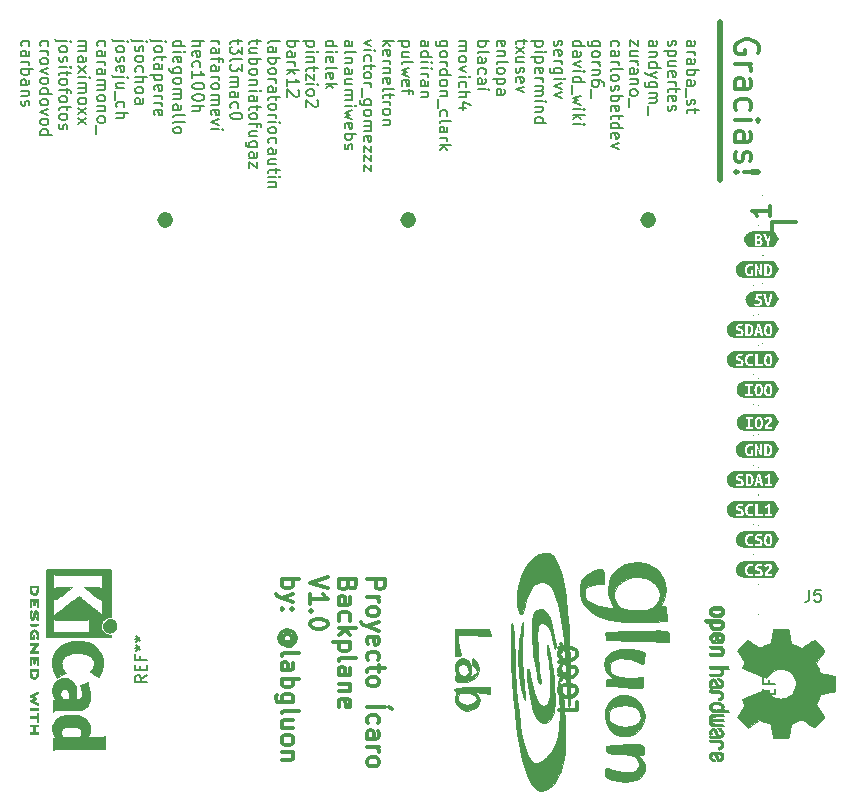
<source format=gto>
%TF.GenerationSoftware,KiCad,Pcbnew,9.0.0-9.0.0-2~ubuntu24.04.1*%
%TF.CreationDate,2025-03-07T10:49:14+01:00*%
%TF.ProjectId,BackPlane,4261636b-506c-4616-9e65-2e6b69636164,rev?*%
%TF.SameCoordinates,Original*%
%TF.FileFunction,Legend,Top*%
%TF.FilePolarity,Positive*%
%FSLAX46Y46*%
G04 Gerber Fmt 4.6, Leading zero omitted, Abs format (unit mm)*
G04 Created by KiCad (PCBNEW 9.0.0-9.0.0-2~ubuntu24.04.1) date 2025-03-07 10:49:14*
%MOMM*%
%LPD*%
G01*
G04 APERTURE LIST*
%ADD10C,0.685000*%
%ADD11C,0.500000*%
%ADD12C,0.300000*%
%ADD13C,0.150000*%
%ADD14C,0.000250*%
%ADD15C,0.000000*%
%ADD16C,0.010000*%
%ADD17R,4.000000X1.500000*%
%ADD18R,1.700000X1.700000*%
%ADD19O,1.700000X1.700000*%
G04 APERTURE END LIST*
D10*
X101942500Y-54229000D02*
G75*
G02*
X101257500Y-54229000I-342500J0D01*
G01*
X101257500Y-54229000D02*
G75*
G02*
X101942500Y-54229000I342500J0D01*
G01*
D11*
X128016000Y-37485000D02*
X128016000Y-50820000D01*
D10*
X81368500Y-54229000D02*
G75*
G02*
X80683500Y-54229000I-342500J0D01*
G01*
X80683500Y-54229000D02*
G75*
G02*
X81368500Y-54229000I342500J0D01*
G01*
X122262500Y-54229000D02*
G75*
G02*
X121577500Y-54229000I-342500J0D01*
G01*
X121577500Y-54229000D02*
G75*
G02*
X122262500Y-54229000I342500J0D01*
G01*
D12*
X98121919Y-84648510D02*
X99621919Y-84648510D01*
X99621919Y-84648510D02*
X99621919Y-85219939D01*
X99621919Y-85219939D02*
X99550490Y-85362796D01*
X99550490Y-85362796D02*
X99479062Y-85434225D01*
X99479062Y-85434225D02*
X99336205Y-85505653D01*
X99336205Y-85505653D02*
X99121919Y-85505653D01*
X99121919Y-85505653D02*
X98979062Y-85434225D01*
X98979062Y-85434225D02*
X98907633Y-85362796D01*
X98907633Y-85362796D02*
X98836205Y-85219939D01*
X98836205Y-85219939D02*
X98836205Y-84648510D01*
X98121919Y-86148510D02*
X99121919Y-86148510D01*
X98836205Y-86148510D02*
X98979062Y-86219939D01*
X98979062Y-86219939D02*
X99050490Y-86291368D01*
X99050490Y-86291368D02*
X99121919Y-86434225D01*
X99121919Y-86434225D02*
X99121919Y-86577082D01*
X98121919Y-87291367D02*
X98193348Y-87148510D01*
X98193348Y-87148510D02*
X98264776Y-87077081D01*
X98264776Y-87077081D02*
X98407633Y-87005653D01*
X98407633Y-87005653D02*
X98836205Y-87005653D01*
X98836205Y-87005653D02*
X98979062Y-87077081D01*
X98979062Y-87077081D02*
X99050490Y-87148510D01*
X99050490Y-87148510D02*
X99121919Y-87291367D01*
X99121919Y-87291367D02*
X99121919Y-87505653D01*
X99121919Y-87505653D02*
X99050490Y-87648510D01*
X99050490Y-87648510D02*
X98979062Y-87719939D01*
X98979062Y-87719939D02*
X98836205Y-87791367D01*
X98836205Y-87791367D02*
X98407633Y-87791367D01*
X98407633Y-87791367D02*
X98264776Y-87719939D01*
X98264776Y-87719939D02*
X98193348Y-87648510D01*
X98193348Y-87648510D02*
X98121919Y-87505653D01*
X98121919Y-87505653D02*
X98121919Y-87291367D01*
X99121919Y-88291367D02*
X98121919Y-88648510D01*
X99121919Y-89005653D02*
X98121919Y-88648510D01*
X98121919Y-88648510D02*
X97764776Y-88505653D01*
X97764776Y-88505653D02*
X97693348Y-88434224D01*
X97693348Y-88434224D02*
X97621919Y-88291367D01*
X98193348Y-90148510D02*
X98121919Y-90005653D01*
X98121919Y-90005653D02*
X98121919Y-89719939D01*
X98121919Y-89719939D02*
X98193348Y-89577081D01*
X98193348Y-89577081D02*
X98336205Y-89505653D01*
X98336205Y-89505653D02*
X98907633Y-89505653D01*
X98907633Y-89505653D02*
X99050490Y-89577081D01*
X99050490Y-89577081D02*
X99121919Y-89719939D01*
X99121919Y-89719939D02*
X99121919Y-90005653D01*
X99121919Y-90005653D02*
X99050490Y-90148510D01*
X99050490Y-90148510D02*
X98907633Y-90219939D01*
X98907633Y-90219939D02*
X98764776Y-90219939D01*
X98764776Y-90219939D02*
X98621919Y-89505653D01*
X98193348Y-91505653D02*
X98121919Y-91362795D01*
X98121919Y-91362795D02*
X98121919Y-91077081D01*
X98121919Y-91077081D02*
X98193348Y-90934224D01*
X98193348Y-90934224D02*
X98264776Y-90862795D01*
X98264776Y-90862795D02*
X98407633Y-90791367D01*
X98407633Y-90791367D02*
X98836205Y-90791367D01*
X98836205Y-90791367D02*
X98979062Y-90862795D01*
X98979062Y-90862795D02*
X99050490Y-90934224D01*
X99050490Y-90934224D02*
X99121919Y-91077081D01*
X99121919Y-91077081D02*
X99121919Y-91362795D01*
X99121919Y-91362795D02*
X99050490Y-91505653D01*
X99121919Y-91934224D02*
X99121919Y-92505652D01*
X99621919Y-92148509D02*
X98336205Y-92148509D01*
X98336205Y-92148509D02*
X98193348Y-92219938D01*
X98193348Y-92219938D02*
X98121919Y-92362795D01*
X98121919Y-92362795D02*
X98121919Y-92505652D01*
X98121919Y-93219938D02*
X98193348Y-93077081D01*
X98193348Y-93077081D02*
X98264776Y-93005652D01*
X98264776Y-93005652D02*
X98407633Y-92934224D01*
X98407633Y-92934224D02*
X98836205Y-92934224D01*
X98836205Y-92934224D02*
X98979062Y-93005652D01*
X98979062Y-93005652D02*
X99050490Y-93077081D01*
X99050490Y-93077081D02*
X99121919Y-93219938D01*
X99121919Y-93219938D02*
X99121919Y-93434224D01*
X99121919Y-93434224D02*
X99050490Y-93577081D01*
X99050490Y-93577081D02*
X98979062Y-93648510D01*
X98979062Y-93648510D02*
X98836205Y-93719938D01*
X98836205Y-93719938D02*
X98407633Y-93719938D01*
X98407633Y-93719938D02*
X98264776Y-93648510D01*
X98264776Y-93648510D02*
X98193348Y-93577081D01*
X98193348Y-93577081D02*
X98121919Y-93434224D01*
X98121919Y-93434224D02*
X98121919Y-93219938D01*
X98121919Y-95505652D02*
X99621919Y-95505652D01*
X100193348Y-95648510D02*
X99979062Y-95434224D01*
X98193348Y-96862796D02*
X98121919Y-96719938D01*
X98121919Y-96719938D02*
X98121919Y-96434224D01*
X98121919Y-96434224D02*
X98193348Y-96291367D01*
X98193348Y-96291367D02*
X98264776Y-96219938D01*
X98264776Y-96219938D02*
X98407633Y-96148510D01*
X98407633Y-96148510D02*
X98836205Y-96148510D01*
X98836205Y-96148510D02*
X98979062Y-96219938D01*
X98979062Y-96219938D02*
X99050490Y-96291367D01*
X99050490Y-96291367D02*
X99121919Y-96434224D01*
X99121919Y-96434224D02*
X99121919Y-96719938D01*
X99121919Y-96719938D02*
X99050490Y-96862796D01*
X98121919Y-98148510D02*
X98907633Y-98148510D01*
X98907633Y-98148510D02*
X99050490Y-98077081D01*
X99050490Y-98077081D02*
X99121919Y-97934224D01*
X99121919Y-97934224D02*
X99121919Y-97648510D01*
X99121919Y-97648510D02*
X99050490Y-97505652D01*
X98193348Y-98148510D02*
X98121919Y-98005652D01*
X98121919Y-98005652D02*
X98121919Y-97648510D01*
X98121919Y-97648510D02*
X98193348Y-97505652D01*
X98193348Y-97505652D02*
X98336205Y-97434224D01*
X98336205Y-97434224D02*
X98479062Y-97434224D01*
X98479062Y-97434224D02*
X98621919Y-97505652D01*
X98621919Y-97505652D02*
X98693348Y-97648510D01*
X98693348Y-97648510D02*
X98693348Y-98005652D01*
X98693348Y-98005652D02*
X98764776Y-98148510D01*
X98121919Y-98862795D02*
X99121919Y-98862795D01*
X98836205Y-98862795D02*
X98979062Y-98934224D01*
X98979062Y-98934224D02*
X99050490Y-99005653D01*
X99050490Y-99005653D02*
X99121919Y-99148510D01*
X99121919Y-99148510D02*
X99121919Y-99291367D01*
X98121919Y-100005652D02*
X98193348Y-99862795D01*
X98193348Y-99862795D02*
X98264776Y-99791366D01*
X98264776Y-99791366D02*
X98407633Y-99719938D01*
X98407633Y-99719938D02*
X98836205Y-99719938D01*
X98836205Y-99719938D02*
X98979062Y-99791366D01*
X98979062Y-99791366D02*
X99050490Y-99862795D01*
X99050490Y-99862795D02*
X99121919Y-100005652D01*
X99121919Y-100005652D02*
X99121919Y-100219938D01*
X99121919Y-100219938D02*
X99050490Y-100362795D01*
X99050490Y-100362795D02*
X98979062Y-100434224D01*
X98979062Y-100434224D02*
X98836205Y-100505652D01*
X98836205Y-100505652D02*
X98407633Y-100505652D01*
X98407633Y-100505652D02*
X98264776Y-100434224D01*
X98264776Y-100434224D02*
X98193348Y-100362795D01*
X98193348Y-100362795D02*
X98121919Y-100219938D01*
X98121919Y-100219938D02*
X98121919Y-100005652D01*
X96492717Y-85148510D02*
X96421289Y-85362796D01*
X96421289Y-85362796D02*
X96349860Y-85434225D01*
X96349860Y-85434225D02*
X96207003Y-85505653D01*
X96207003Y-85505653D02*
X95992717Y-85505653D01*
X95992717Y-85505653D02*
X95849860Y-85434225D01*
X95849860Y-85434225D02*
X95778432Y-85362796D01*
X95778432Y-85362796D02*
X95707003Y-85219939D01*
X95707003Y-85219939D02*
X95707003Y-84648510D01*
X95707003Y-84648510D02*
X97207003Y-84648510D01*
X97207003Y-84648510D02*
X97207003Y-85148510D01*
X97207003Y-85148510D02*
X97135574Y-85291368D01*
X97135574Y-85291368D02*
X97064146Y-85362796D01*
X97064146Y-85362796D02*
X96921289Y-85434225D01*
X96921289Y-85434225D02*
X96778432Y-85434225D01*
X96778432Y-85434225D02*
X96635574Y-85362796D01*
X96635574Y-85362796D02*
X96564146Y-85291368D01*
X96564146Y-85291368D02*
X96492717Y-85148510D01*
X96492717Y-85148510D02*
X96492717Y-84648510D01*
X95707003Y-86791368D02*
X96492717Y-86791368D01*
X96492717Y-86791368D02*
X96635574Y-86719939D01*
X96635574Y-86719939D02*
X96707003Y-86577082D01*
X96707003Y-86577082D02*
X96707003Y-86291368D01*
X96707003Y-86291368D02*
X96635574Y-86148510D01*
X95778432Y-86791368D02*
X95707003Y-86648510D01*
X95707003Y-86648510D02*
X95707003Y-86291368D01*
X95707003Y-86291368D02*
X95778432Y-86148510D01*
X95778432Y-86148510D02*
X95921289Y-86077082D01*
X95921289Y-86077082D02*
X96064146Y-86077082D01*
X96064146Y-86077082D02*
X96207003Y-86148510D01*
X96207003Y-86148510D02*
X96278432Y-86291368D01*
X96278432Y-86291368D02*
X96278432Y-86648510D01*
X96278432Y-86648510D02*
X96349860Y-86791368D01*
X95778432Y-88148511D02*
X95707003Y-88005653D01*
X95707003Y-88005653D02*
X95707003Y-87719939D01*
X95707003Y-87719939D02*
X95778432Y-87577082D01*
X95778432Y-87577082D02*
X95849860Y-87505653D01*
X95849860Y-87505653D02*
X95992717Y-87434225D01*
X95992717Y-87434225D02*
X96421289Y-87434225D01*
X96421289Y-87434225D02*
X96564146Y-87505653D01*
X96564146Y-87505653D02*
X96635574Y-87577082D01*
X96635574Y-87577082D02*
X96707003Y-87719939D01*
X96707003Y-87719939D02*
X96707003Y-88005653D01*
X96707003Y-88005653D02*
X96635574Y-88148511D01*
X95707003Y-88791367D02*
X97207003Y-88791367D01*
X96278432Y-88934225D02*
X95707003Y-89362796D01*
X96707003Y-89362796D02*
X96135574Y-88791367D01*
X96707003Y-90005653D02*
X95207003Y-90005653D01*
X96635574Y-90005653D02*
X96707003Y-90148511D01*
X96707003Y-90148511D02*
X96707003Y-90434225D01*
X96707003Y-90434225D02*
X96635574Y-90577082D01*
X96635574Y-90577082D02*
X96564146Y-90648511D01*
X96564146Y-90648511D02*
X96421289Y-90719939D01*
X96421289Y-90719939D02*
X95992717Y-90719939D01*
X95992717Y-90719939D02*
X95849860Y-90648511D01*
X95849860Y-90648511D02*
X95778432Y-90577082D01*
X95778432Y-90577082D02*
X95707003Y-90434225D01*
X95707003Y-90434225D02*
X95707003Y-90148511D01*
X95707003Y-90148511D02*
X95778432Y-90005653D01*
X95707003Y-91577082D02*
X95778432Y-91434225D01*
X95778432Y-91434225D02*
X95921289Y-91362796D01*
X95921289Y-91362796D02*
X97207003Y-91362796D01*
X95707003Y-92791368D02*
X96492717Y-92791368D01*
X96492717Y-92791368D02*
X96635574Y-92719939D01*
X96635574Y-92719939D02*
X96707003Y-92577082D01*
X96707003Y-92577082D02*
X96707003Y-92291368D01*
X96707003Y-92291368D02*
X96635574Y-92148510D01*
X95778432Y-92791368D02*
X95707003Y-92648510D01*
X95707003Y-92648510D02*
X95707003Y-92291368D01*
X95707003Y-92291368D02*
X95778432Y-92148510D01*
X95778432Y-92148510D02*
X95921289Y-92077082D01*
X95921289Y-92077082D02*
X96064146Y-92077082D01*
X96064146Y-92077082D02*
X96207003Y-92148510D01*
X96207003Y-92148510D02*
X96278432Y-92291368D01*
X96278432Y-92291368D02*
X96278432Y-92648510D01*
X96278432Y-92648510D02*
X96349860Y-92791368D01*
X96707003Y-93505653D02*
X95707003Y-93505653D01*
X96564146Y-93505653D02*
X96635574Y-93577082D01*
X96635574Y-93577082D02*
X96707003Y-93719939D01*
X96707003Y-93719939D02*
X96707003Y-93934225D01*
X96707003Y-93934225D02*
X96635574Y-94077082D01*
X96635574Y-94077082D02*
X96492717Y-94148511D01*
X96492717Y-94148511D02*
X95707003Y-94148511D01*
X95778432Y-95434225D02*
X95707003Y-95291368D01*
X95707003Y-95291368D02*
X95707003Y-95005654D01*
X95707003Y-95005654D02*
X95778432Y-94862796D01*
X95778432Y-94862796D02*
X95921289Y-94791368D01*
X95921289Y-94791368D02*
X96492717Y-94791368D01*
X96492717Y-94791368D02*
X96635574Y-94862796D01*
X96635574Y-94862796D02*
X96707003Y-95005654D01*
X96707003Y-95005654D02*
X96707003Y-95291368D01*
X96707003Y-95291368D02*
X96635574Y-95434225D01*
X96635574Y-95434225D02*
X96492717Y-95505654D01*
X96492717Y-95505654D02*
X96349860Y-95505654D01*
X96349860Y-95505654D02*
X96207003Y-94791368D01*
X94792087Y-84434225D02*
X93292087Y-84934225D01*
X93292087Y-84934225D02*
X94792087Y-85434225D01*
X93292087Y-86719939D02*
X93292087Y-85862796D01*
X93292087Y-86291367D02*
X94792087Y-86291367D01*
X94792087Y-86291367D02*
X94577801Y-86148510D01*
X94577801Y-86148510D02*
X94434944Y-86005653D01*
X94434944Y-86005653D02*
X94363516Y-85862796D01*
X93434944Y-87362795D02*
X93363516Y-87434224D01*
X93363516Y-87434224D02*
X93292087Y-87362795D01*
X93292087Y-87362795D02*
X93363516Y-87291367D01*
X93363516Y-87291367D02*
X93434944Y-87362795D01*
X93434944Y-87362795D02*
X93292087Y-87362795D01*
X94792087Y-88362796D02*
X94792087Y-88505653D01*
X94792087Y-88505653D02*
X94720658Y-88648510D01*
X94720658Y-88648510D02*
X94649230Y-88719939D01*
X94649230Y-88719939D02*
X94506373Y-88791367D01*
X94506373Y-88791367D02*
X94220658Y-88862796D01*
X94220658Y-88862796D02*
X93863516Y-88862796D01*
X93863516Y-88862796D02*
X93577801Y-88791367D01*
X93577801Y-88791367D02*
X93434944Y-88719939D01*
X93434944Y-88719939D02*
X93363516Y-88648510D01*
X93363516Y-88648510D02*
X93292087Y-88505653D01*
X93292087Y-88505653D02*
X93292087Y-88362796D01*
X93292087Y-88362796D02*
X93363516Y-88219939D01*
X93363516Y-88219939D02*
X93434944Y-88148510D01*
X93434944Y-88148510D02*
X93577801Y-88077081D01*
X93577801Y-88077081D02*
X93863516Y-88005653D01*
X93863516Y-88005653D02*
X94220658Y-88005653D01*
X94220658Y-88005653D02*
X94506373Y-88077081D01*
X94506373Y-88077081D02*
X94649230Y-88148510D01*
X94649230Y-88148510D02*
X94720658Y-88219939D01*
X94720658Y-88219939D02*
X94792087Y-88362796D01*
X90877171Y-84648510D02*
X92377171Y-84648510D01*
X91805742Y-84648510D02*
X91877171Y-84791368D01*
X91877171Y-84791368D02*
X91877171Y-85077082D01*
X91877171Y-85077082D02*
X91805742Y-85219939D01*
X91805742Y-85219939D02*
X91734314Y-85291368D01*
X91734314Y-85291368D02*
X91591457Y-85362796D01*
X91591457Y-85362796D02*
X91162885Y-85362796D01*
X91162885Y-85362796D02*
X91020028Y-85291368D01*
X91020028Y-85291368D02*
X90948600Y-85219939D01*
X90948600Y-85219939D02*
X90877171Y-85077082D01*
X90877171Y-85077082D02*
X90877171Y-84791368D01*
X90877171Y-84791368D02*
X90948600Y-84648510D01*
X91877171Y-85862796D02*
X90877171Y-86219939D01*
X91877171Y-86577082D02*
X90877171Y-86219939D01*
X90877171Y-86219939D02*
X90520028Y-86077082D01*
X90520028Y-86077082D02*
X90448600Y-86005653D01*
X90448600Y-86005653D02*
X90377171Y-85862796D01*
X91020028Y-87148510D02*
X90948600Y-87219939D01*
X90948600Y-87219939D02*
X90877171Y-87148510D01*
X90877171Y-87148510D02*
X90948600Y-87077082D01*
X90948600Y-87077082D02*
X91020028Y-87148510D01*
X91020028Y-87148510D02*
X90877171Y-87148510D01*
X91805742Y-87148510D02*
X91734314Y-87219939D01*
X91734314Y-87219939D02*
X91662885Y-87148510D01*
X91662885Y-87148510D02*
X91734314Y-87077082D01*
X91734314Y-87077082D02*
X91805742Y-87148510D01*
X91805742Y-87148510D02*
X91662885Y-87148510D01*
X91591457Y-89934225D02*
X91662885Y-89862796D01*
X91662885Y-89862796D02*
X91734314Y-89719939D01*
X91734314Y-89719939D02*
X91734314Y-89577082D01*
X91734314Y-89577082D02*
X91662885Y-89434225D01*
X91662885Y-89434225D02*
X91591457Y-89362796D01*
X91591457Y-89362796D02*
X91448600Y-89291368D01*
X91448600Y-89291368D02*
X91305742Y-89291368D01*
X91305742Y-89291368D02*
X91162885Y-89362796D01*
X91162885Y-89362796D02*
X91091457Y-89434225D01*
X91091457Y-89434225D02*
X91020028Y-89577082D01*
X91020028Y-89577082D02*
X91020028Y-89719939D01*
X91020028Y-89719939D02*
X91091457Y-89862796D01*
X91091457Y-89862796D02*
X91162885Y-89934225D01*
X91734314Y-89934225D02*
X91162885Y-89934225D01*
X91162885Y-89934225D02*
X91091457Y-90005653D01*
X91091457Y-90005653D02*
X91091457Y-90077082D01*
X91091457Y-90077082D02*
X91162885Y-90219939D01*
X91162885Y-90219939D02*
X91305742Y-90291368D01*
X91305742Y-90291368D02*
X91662885Y-90291368D01*
X91662885Y-90291368D02*
X91877171Y-90148511D01*
X91877171Y-90148511D02*
X92020028Y-89934225D01*
X92020028Y-89934225D02*
X92091457Y-89648511D01*
X92091457Y-89648511D02*
X92020028Y-89362796D01*
X92020028Y-89362796D02*
X91877171Y-89148511D01*
X91877171Y-89148511D02*
X91662885Y-89005653D01*
X91662885Y-89005653D02*
X91377171Y-88934225D01*
X91377171Y-88934225D02*
X91091457Y-89005653D01*
X91091457Y-89005653D02*
X90877171Y-89148511D01*
X90877171Y-89148511D02*
X90734314Y-89362796D01*
X90734314Y-89362796D02*
X90662885Y-89648511D01*
X90662885Y-89648511D02*
X90734314Y-89934225D01*
X90734314Y-89934225D02*
X90877171Y-90148511D01*
X90877171Y-91148510D02*
X90948600Y-91005653D01*
X90948600Y-91005653D02*
X91091457Y-90934224D01*
X91091457Y-90934224D02*
X92377171Y-90934224D01*
X90877171Y-92362796D02*
X91662885Y-92362796D01*
X91662885Y-92362796D02*
X91805742Y-92291367D01*
X91805742Y-92291367D02*
X91877171Y-92148510D01*
X91877171Y-92148510D02*
X91877171Y-91862796D01*
X91877171Y-91862796D02*
X91805742Y-91719938D01*
X90948600Y-92362796D02*
X90877171Y-92219938D01*
X90877171Y-92219938D02*
X90877171Y-91862796D01*
X90877171Y-91862796D02*
X90948600Y-91719938D01*
X90948600Y-91719938D02*
X91091457Y-91648510D01*
X91091457Y-91648510D02*
X91234314Y-91648510D01*
X91234314Y-91648510D02*
X91377171Y-91719938D01*
X91377171Y-91719938D02*
X91448600Y-91862796D01*
X91448600Y-91862796D02*
X91448600Y-92219938D01*
X91448600Y-92219938D02*
X91520028Y-92362796D01*
X90877171Y-93077081D02*
X92377171Y-93077081D01*
X91805742Y-93077081D02*
X91877171Y-93219939D01*
X91877171Y-93219939D02*
X91877171Y-93505653D01*
X91877171Y-93505653D02*
X91805742Y-93648510D01*
X91805742Y-93648510D02*
X91734314Y-93719939D01*
X91734314Y-93719939D02*
X91591457Y-93791367D01*
X91591457Y-93791367D02*
X91162885Y-93791367D01*
X91162885Y-93791367D02*
X91020028Y-93719939D01*
X91020028Y-93719939D02*
X90948600Y-93648510D01*
X90948600Y-93648510D02*
X90877171Y-93505653D01*
X90877171Y-93505653D02*
X90877171Y-93219939D01*
X90877171Y-93219939D02*
X90948600Y-93077081D01*
X91877171Y-95077082D02*
X90662885Y-95077082D01*
X90662885Y-95077082D02*
X90520028Y-95005653D01*
X90520028Y-95005653D02*
X90448600Y-94934224D01*
X90448600Y-94934224D02*
X90377171Y-94791367D01*
X90377171Y-94791367D02*
X90377171Y-94577082D01*
X90377171Y-94577082D02*
X90448600Y-94434224D01*
X90948600Y-95077082D02*
X90877171Y-94934224D01*
X90877171Y-94934224D02*
X90877171Y-94648510D01*
X90877171Y-94648510D02*
X90948600Y-94505653D01*
X90948600Y-94505653D02*
X91020028Y-94434224D01*
X91020028Y-94434224D02*
X91162885Y-94362796D01*
X91162885Y-94362796D02*
X91591457Y-94362796D01*
X91591457Y-94362796D02*
X91734314Y-94434224D01*
X91734314Y-94434224D02*
X91805742Y-94505653D01*
X91805742Y-94505653D02*
X91877171Y-94648510D01*
X91877171Y-94648510D02*
X91877171Y-94934224D01*
X91877171Y-94934224D02*
X91805742Y-95077082D01*
X90877171Y-96005653D02*
X90948600Y-95862796D01*
X90948600Y-95862796D02*
X91091457Y-95791367D01*
X91091457Y-95791367D02*
X92377171Y-95791367D01*
X91877171Y-97219939D02*
X90877171Y-97219939D01*
X91877171Y-96577081D02*
X91091457Y-96577081D01*
X91091457Y-96577081D02*
X90948600Y-96648510D01*
X90948600Y-96648510D02*
X90877171Y-96791367D01*
X90877171Y-96791367D02*
X90877171Y-97005653D01*
X90877171Y-97005653D02*
X90948600Y-97148510D01*
X90948600Y-97148510D02*
X91020028Y-97219939D01*
X90877171Y-98148510D02*
X90948600Y-98005653D01*
X90948600Y-98005653D02*
X91020028Y-97934224D01*
X91020028Y-97934224D02*
X91162885Y-97862796D01*
X91162885Y-97862796D02*
X91591457Y-97862796D01*
X91591457Y-97862796D02*
X91734314Y-97934224D01*
X91734314Y-97934224D02*
X91805742Y-98005653D01*
X91805742Y-98005653D02*
X91877171Y-98148510D01*
X91877171Y-98148510D02*
X91877171Y-98362796D01*
X91877171Y-98362796D02*
X91805742Y-98505653D01*
X91805742Y-98505653D02*
X91734314Y-98577082D01*
X91734314Y-98577082D02*
X91591457Y-98648510D01*
X91591457Y-98648510D02*
X91162885Y-98648510D01*
X91162885Y-98648510D02*
X91020028Y-98577082D01*
X91020028Y-98577082D02*
X90948600Y-98505653D01*
X90948600Y-98505653D02*
X90877171Y-98362796D01*
X90877171Y-98362796D02*
X90877171Y-98148510D01*
X91877171Y-99291367D02*
X90877171Y-99291367D01*
X91734314Y-99291367D02*
X91805742Y-99362796D01*
X91805742Y-99362796D02*
X91877171Y-99505653D01*
X91877171Y-99505653D02*
X91877171Y-99719939D01*
X91877171Y-99719939D02*
X91805742Y-99862796D01*
X91805742Y-99862796D02*
X91662885Y-99934225D01*
X91662885Y-99934225D02*
X90877171Y-99934225D01*
X131197123Y-40095177D02*
X131292361Y-39904701D01*
X131292361Y-39904701D02*
X131292361Y-39618987D01*
X131292361Y-39618987D02*
X131197123Y-39333272D01*
X131197123Y-39333272D02*
X131006647Y-39142796D01*
X131006647Y-39142796D02*
X130816171Y-39047558D01*
X130816171Y-39047558D02*
X130435219Y-38952320D01*
X130435219Y-38952320D02*
X130149504Y-38952320D01*
X130149504Y-38952320D02*
X129768552Y-39047558D01*
X129768552Y-39047558D02*
X129578076Y-39142796D01*
X129578076Y-39142796D02*
X129387600Y-39333272D01*
X129387600Y-39333272D02*
X129292361Y-39618987D01*
X129292361Y-39618987D02*
X129292361Y-39809463D01*
X129292361Y-39809463D02*
X129387600Y-40095177D01*
X129387600Y-40095177D02*
X129482838Y-40190415D01*
X129482838Y-40190415D02*
X130149504Y-40190415D01*
X130149504Y-40190415D02*
X130149504Y-39809463D01*
X129292361Y-41047558D02*
X130625695Y-41047558D01*
X130244742Y-41047558D02*
X130435219Y-41142796D01*
X130435219Y-41142796D02*
X130530457Y-41238034D01*
X130530457Y-41238034D02*
X130625695Y-41428510D01*
X130625695Y-41428510D02*
X130625695Y-41618987D01*
X129292361Y-43142796D02*
X130339980Y-43142796D01*
X130339980Y-43142796D02*
X130530457Y-43047558D01*
X130530457Y-43047558D02*
X130625695Y-42857082D01*
X130625695Y-42857082D02*
X130625695Y-42476129D01*
X130625695Y-42476129D02*
X130530457Y-42285653D01*
X129387600Y-43142796D02*
X129292361Y-42952320D01*
X129292361Y-42952320D02*
X129292361Y-42476129D01*
X129292361Y-42476129D02*
X129387600Y-42285653D01*
X129387600Y-42285653D02*
X129578076Y-42190415D01*
X129578076Y-42190415D02*
X129768552Y-42190415D01*
X129768552Y-42190415D02*
X129959028Y-42285653D01*
X129959028Y-42285653D02*
X130054266Y-42476129D01*
X130054266Y-42476129D02*
X130054266Y-42952320D01*
X130054266Y-42952320D02*
X130149504Y-43142796D01*
X129387600Y-44952320D02*
X129292361Y-44761844D01*
X129292361Y-44761844D02*
X129292361Y-44380891D01*
X129292361Y-44380891D02*
X129387600Y-44190415D01*
X129387600Y-44190415D02*
X129482838Y-44095177D01*
X129482838Y-44095177D02*
X129673314Y-43999939D01*
X129673314Y-43999939D02*
X130244742Y-43999939D01*
X130244742Y-43999939D02*
X130435219Y-44095177D01*
X130435219Y-44095177D02*
X130530457Y-44190415D01*
X130530457Y-44190415D02*
X130625695Y-44380891D01*
X130625695Y-44380891D02*
X130625695Y-44761844D01*
X130625695Y-44761844D02*
X130530457Y-44952320D01*
X129292361Y-45809463D02*
X130625695Y-45809463D01*
X131292361Y-45809463D02*
X131197123Y-45714225D01*
X131197123Y-45714225D02*
X131101885Y-45809463D01*
X131101885Y-45809463D02*
X131197123Y-45904701D01*
X131197123Y-45904701D02*
X131292361Y-45809463D01*
X131292361Y-45809463D02*
X131101885Y-45809463D01*
X129292361Y-47618987D02*
X130339980Y-47618987D01*
X130339980Y-47618987D02*
X130530457Y-47523749D01*
X130530457Y-47523749D02*
X130625695Y-47333273D01*
X130625695Y-47333273D02*
X130625695Y-46952320D01*
X130625695Y-46952320D02*
X130530457Y-46761844D01*
X129387600Y-47618987D02*
X129292361Y-47428511D01*
X129292361Y-47428511D02*
X129292361Y-46952320D01*
X129292361Y-46952320D02*
X129387600Y-46761844D01*
X129387600Y-46761844D02*
X129578076Y-46666606D01*
X129578076Y-46666606D02*
X129768552Y-46666606D01*
X129768552Y-46666606D02*
X129959028Y-46761844D01*
X129959028Y-46761844D02*
X130054266Y-46952320D01*
X130054266Y-46952320D02*
X130054266Y-47428511D01*
X130054266Y-47428511D02*
X130149504Y-47618987D01*
X129387600Y-48476130D02*
X129292361Y-48666606D01*
X129292361Y-48666606D02*
X129292361Y-49047558D01*
X129292361Y-49047558D02*
X129387600Y-49238035D01*
X129387600Y-49238035D02*
X129578076Y-49333273D01*
X129578076Y-49333273D02*
X129673314Y-49333273D01*
X129673314Y-49333273D02*
X129863790Y-49238035D01*
X129863790Y-49238035D02*
X129959028Y-49047558D01*
X129959028Y-49047558D02*
X129959028Y-48761844D01*
X129959028Y-48761844D02*
X130054266Y-48571368D01*
X130054266Y-48571368D02*
X130244742Y-48476130D01*
X130244742Y-48476130D02*
X130339980Y-48476130D01*
X130339980Y-48476130D02*
X130530457Y-48571368D01*
X130530457Y-48571368D02*
X130625695Y-48761844D01*
X130625695Y-48761844D02*
X130625695Y-49047558D01*
X130625695Y-49047558D02*
X130530457Y-49238035D01*
X129482838Y-50190416D02*
X129387600Y-50285654D01*
X129387600Y-50285654D02*
X129292361Y-50190416D01*
X129292361Y-50190416D02*
X129387600Y-50095178D01*
X129387600Y-50095178D02*
X129482838Y-50190416D01*
X129482838Y-50190416D02*
X129292361Y-50190416D01*
X130054266Y-50190416D02*
X131197123Y-50095178D01*
X131197123Y-50095178D02*
X131292361Y-50190416D01*
X131292361Y-50190416D02*
X131197123Y-50285654D01*
X131197123Y-50285654D02*
X130054266Y-50190416D01*
X130054266Y-50190416D02*
X131292361Y-50190416D01*
D13*
X125185220Y-39520350D02*
X125709030Y-39520350D01*
X125709030Y-39520350D02*
X125804268Y-39472731D01*
X125804268Y-39472731D02*
X125851887Y-39377493D01*
X125851887Y-39377493D02*
X125851887Y-39187017D01*
X125851887Y-39187017D02*
X125804268Y-39091779D01*
X125232840Y-39520350D02*
X125185220Y-39425112D01*
X125185220Y-39425112D02*
X125185220Y-39187017D01*
X125185220Y-39187017D02*
X125232840Y-39091779D01*
X125232840Y-39091779D02*
X125328078Y-39044160D01*
X125328078Y-39044160D02*
X125423316Y-39044160D01*
X125423316Y-39044160D02*
X125518554Y-39091779D01*
X125518554Y-39091779D02*
X125566173Y-39187017D01*
X125566173Y-39187017D02*
X125566173Y-39425112D01*
X125566173Y-39425112D02*
X125613792Y-39520350D01*
X125185220Y-39996541D02*
X125851887Y-39996541D01*
X125661411Y-39996541D02*
X125756649Y-40044160D01*
X125756649Y-40044160D02*
X125804268Y-40091779D01*
X125804268Y-40091779D02*
X125851887Y-40187017D01*
X125851887Y-40187017D02*
X125851887Y-40282255D01*
X125185220Y-41044160D02*
X125709030Y-41044160D01*
X125709030Y-41044160D02*
X125804268Y-40996541D01*
X125804268Y-40996541D02*
X125851887Y-40901303D01*
X125851887Y-40901303D02*
X125851887Y-40710827D01*
X125851887Y-40710827D02*
X125804268Y-40615589D01*
X125232840Y-41044160D02*
X125185220Y-40948922D01*
X125185220Y-40948922D02*
X125185220Y-40710827D01*
X125185220Y-40710827D02*
X125232840Y-40615589D01*
X125232840Y-40615589D02*
X125328078Y-40567970D01*
X125328078Y-40567970D02*
X125423316Y-40567970D01*
X125423316Y-40567970D02*
X125518554Y-40615589D01*
X125518554Y-40615589D02*
X125566173Y-40710827D01*
X125566173Y-40710827D02*
X125566173Y-40948922D01*
X125566173Y-40948922D02*
X125613792Y-41044160D01*
X125185220Y-41520351D02*
X126185220Y-41520351D01*
X125804268Y-41520351D02*
X125851887Y-41615589D01*
X125851887Y-41615589D02*
X125851887Y-41806065D01*
X125851887Y-41806065D02*
X125804268Y-41901303D01*
X125804268Y-41901303D02*
X125756649Y-41948922D01*
X125756649Y-41948922D02*
X125661411Y-41996541D01*
X125661411Y-41996541D02*
X125375697Y-41996541D01*
X125375697Y-41996541D02*
X125280459Y-41948922D01*
X125280459Y-41948922D02*
X125232840Y-41901303D01*
X125232840Y-41901303D02*
X125185220Y-41806065D01*
X125185220Y-41806065D02*
X125185220Y-41615589D01*
X125185220Y-41615589D02*
X125232840Y-41520351D01*
X125185220Y-42853684D02*
X125709030Y-42853684D01*
X125709030Y-42853684D02*
X125804268Y-42806065D01*
X125804268Y-42806065D02*
X125851887Y-42710827D01*
X125851887Y-42710827D02*
X125851887Y-42520351D01*
X125851887Y-42520351D02*
X125804268Y-42425113D01*
X125232840Y-42853684D02*
X125185220Y-42758446D01*
X125185220Y-42758446D02*
X125185220Y-42520351D01*
X125185220Y-42520351D02*
X125232840Y-42425113D01*
X125232840Y-42425113D02*
X125328078Y-42377494D01*
X125328078Y-42377494D02*
X125423316Y-42377494D01*
X125423316Y-42377494D02*
X125518554Y-42425113D01*
X125518554Y-42425113D02*
X125566173Y-42520351D01*
X125566173Y-42520351D02*
X125566173Y-42758446D01*
X125566173Y-42758446D02*
X125613792Y-42853684D01*
X125089982Y-43091780D02*
X125089982Y-43853684D01*
X125232840Y-44044161D02*
X125185220Y-44139399D01*
X125185220Y-44139399D02*
X125185220Y-44329875D01*
X125185220Y-44329875D02*
X125232840Y-44425113D01*
X125232840Y-44425113D02*
X125328078Y-44472732D01*
X125328078Y-44472732D02*
X125375697Y-44472732D01*
X125375697Y-44472732D02*
X125470935Y-44425113D01*
X125470935Y-44425113D02*
X125518554Y-44329875D01*
X125518554Y-44329875D02*
X125518554Y-44187018D01*
X125518554Y-44187018D02*
X125566173Y-44091780D01*
X125566173Y-44091780D02*
X125661411Y-44044161D01*
X125661411Y-44044161D02*
X125709030Y-44044161D01*
X125709030Y-44044161D02*
X125804268Y-44091780D01*
X125804268Y-44091780D02*
X125851887Y-44187018D01*
X125851887Y-44187018D02*
X125851887Y-44329875D01*
X125851887Y-44329875D02*
X125804268Y-44425113D01*
X125851887Y-44758447D02*
X125851887Y-45139399D01*
X126185220Y-44901304D02*
X125328078Y-44901304D01*
X125328078Y-44901304D02*
X125232840Y-44948923D01*
X125232840Y-44948923D02*
X125185220Y-45044161D01*
X125185220Y-45044161D02*
X125185220Y-45139399D01*
X123622896Y-39044160D02*
X123575276Y-39139398D01*
X123575276Y-39139398D02*
X123575276Y-39329874D01*
X123575276Y-39329874D02*
X123622896Y-39425112D01*
X123622896Y-39425112D02*
X123718134Y-39472731D01*
X123718134Y-39472731D02*
X123765753Y-39472731D01*
X123765753Y-39472731D02*
X123860991Y-39425112D01*
X123860991Y-39425112D02*
X123908610Y-39329874D01*
X123908610Y-39329874D02*
X123908610Y-39187017D01*
X123908610Y-39187017D02*
X123956229Y-39091779D01*
X123956229Y-39091779D02*
X124051467Y-39044160D01*
X124051467Y-39044160D02*
X124099086Y-39044160D01*
X124099086Y-39044160D02*
X124194324Y-39091779D01*
X124194324Y-39091779D02*
X124241943Y-39187017D01*
X124241943Y-39187017D02*
X124241943Y-39329874D01*
X124241943Y-39329874D02*
X124194324Y-39425112D01*
X124241943Y-39901303D02*
X123241943Y-39901303D01*
X124194324Y-39901303D02*
X124241943Y-39996541D01*
X124241943Y-39996541D02*
X124241943Y-40187017D01*
X124241943Y-40187017D02*
X124194324Y-40282255D01*
X124194324Y-40282255D02*
X124146705Y-40329874D01*
X124146705Y-40329874D02*
X124051467Y-40377493D01*
X124051467Y-40377493D02*
X123765753Y-40377493D01*
X123765753Y-40377493D02*
X123670515Y-40329874D01*
X123670515Y-40329874D02*
X123622896Y-40282255D01*
X123622896Y-40282255D02*
X123575276Y-40187017D01*
X123575276Y-40187017D02*
X123575276Y-39996541D01*
X123575276Y-39996541D02*
X123622896Y-39901303D01*
X124241943Y-41234636D02*
X123575276Y-41234636D01*
X124241943Y-40806065D02*
X123718134Y-40806065D01*
X123718134Y-40806065D02*
X123622896Y-40853684D01*
X123622896Y-40853684D02*
X123575276Y-40948922D01*
X123575276Y-40948922D02*
X123575276Y-41091779D01*
X123575276Y-41091779D02*
X123622896Y-41187017D01*
X123622896Y-41187017D02*
X123670515Y-41234636D01*
X123622896Y-42091779D02*
X123575276Y-41996541D01*
X123575276Y-41996541D02*
X123575276Y-41806065D01*
X123575276Y-41806065D02*
X123622896Y-41710827D01*
X123622896Y-41710827D02*
X123718134Y-41663208D01*
X123718134Y-41663208D02*
X124099086Y-41663208D01*
X124099086Y-41663208D02*
X124194324Y-41710827D01*
X124194324Y-41710827D02*
X124241943Y-41806065D01*
X124241943Y-41806065D02*
X124241943Y-41996541D01*
X124241943Y-41996541D02*
X124194324Y-42091779D01*
X124194324Y-42091779D02*
X124099086Y-42139398D01*
X124099086Y-42139398D02*
X124003848Y-42139398D01*
X124003848Y-42139398D02*
X123908610Y-41663208D01*
X123575276Y-42567970D02*
X124241943Y-42567970D01*
X124051467Y-42567970D02*
X124146705Y-42615589D01*
X124146705Y-42615589D02*
X124194324Y-42663208D01*
X124194324Y-42663208D02*
X124241943Y-42758446D01*
X124241943Y-42758446D02*
X124241943Y-42853684D01*
X124241943Y-43044161D02*
X124241943Y-43425113D01*
X124575276Y-43187018D02*
X123718134Y-43187018D01*
X123718134Y-43187018D02*
X123622896Y-43234637D01*
X123622896Y-43234637D02*
X123575276Y-43329875D01*
X123575276Y-43329875D02*
X123575276Y-43425113D01*
X123622896Y-44139399D02*
X123575276Y-44044161D01*
X123575276Y-44044161D02*
X123575276Y-43853685D01*
X123575276Y-43853685D02*
X123622896Y-43758447D01*
X123622896Y-43758447D02*
X123718134Y-43710828D01*
X123718134Y-43710828D02*
X124099086Y-43710828D01*
X124099086Y-43710828D02*
X124194324Y-43758447D01*
X124194324Y-43758447D02*
X124241943Y-43853685D01*
X124241943Y-43853685D02*
X124241943Y-44044161D01*
X124241943Y-44044161D02*
X124194324Y-44139399D01*
X124194324Y-44139399D02*
X124099086Y-44187018D01*
X124099086Y-44187018D02*
X124003848Y-44187018D01*
X124003848Y-44187018D02*
X123908610Y-43710828D01*
X123622896Y-44567971D02*
X123575276Y-44663209D01*
X123575276Y-44663209D02*
X123575276Y-44853685D01*
X123575276Y-44853685D02*
X123622896Y-44948923D01*
X123622896Y-44948923D02*
X123718134Y-44996542D01*
X123718134Y-44996542D02*
X123765753Y-44996542D01*
X123765753Y-44996542D02*
X123860991Y-44948923D01*
X123860991Y-44948923D02*
X123908610Y-44853685D01*
X123908610Y-44853685D02*
X123908610Y-44710828D01*
X123908610Y-44710828D02*
X123956229Y-44615590D01*
X123956229Y-44615590D02*
X124051467Y-44567971D01*
X124051467Y-44567971D02*
X124099086Y-44567971D01*
X124099086Y-44567971D02*
X124194324Y-44615590D01*
X124194324Y-44615590D02*
X124241943Y-44710828D01*
X124241943Y-44710828D02*
X124241943Y-44853685D01*
X124241943Y-44853685D02*
X124194324Y-44948923D01*
X121965332Y-39520350D02*
X122489142Y-39520350D01*
X122489142Y-39520350D02*
X122584380Y-39472731D01*
X122584380Y-39472731D02*
X122631999Y-39377493D01*
X122631999Y-39377493D02*
X122631999Y-39187017D01*
X122631999Y-39187017D02*
X122584380Y-39091779D01*
X122012952Y-39520350D02*
X121965332Y-39425112D01*
X121965332Y-39425112D02*
X121965332Y-39187017D01*
X121965332Y-39187017D02*
X122012952Y-39091779D01*
X122012952Y-39091779D02*
X122108190Y-39044160D01*
X122108190Y-39044160D02*
X122203428Y-39044160D01*
X122203428Y-39044160D02*
X122298666Y-39091779D01*
X122298666Y-39091779D02*
X122346285Y-39187017D01*
X122346285Y-39187017D02*
X122346285Y-39425112D01*
X122346285Y-39425112D02*
X122393904Y-39520350D01*
X122631999Y-39996541D02*
X121965332Y-39996541D01*
X122536761Y-39996541D02*
X122584380Y-40044160D01*
X122584380Y-40044160D02*
X122631999Y-40139398D01*
X122631999Y-40139398D02*
X122631999Y-40282255D01*
X122631999Y-40282255D02*
X122584380Y-40377493D01*
X122584380Y-40377493D02*
X122489142Y-40425112D01*
X122489142Y-40425112D02*
X121965332Y-40425112D01*
X121965332Y-41329874D02*
X122965332Y-41329874D01*
X122012952Y-41329874D02*
X121965332Y-41234636D01*
X121965332Y-41234636D02*
X121965332Y-41044160D01*
X121965332Y-41044160D02*
X122012952Y-40948922D01*
X122012952Y-40948922D02*
X122060571Y-40901303D01*
X122060571Y-40901303D02*
X122155809Y-40853684D01*
X122155809Y-40853684D02*
X122441523Y-40853684D01*
X122441523Y-40853684D02*
X122536761Y-40901303D01*
X122536761Y-40901303D02*
X122584380Y-40948922D01*
X122584380Y-40948922D02*
X122631999Y-41044160D01*
X122631999Y-41044160D02*
X122631999Y-41234636D01*
X122631999Y-41234636D02*
X122584380Y-41329874D01*
X122631999Y-41710827D02*
X121965332Y-41948922D01*
X122631999Y-42187017D02*
X121965332Y-41948922D01*
X121965332Y-41948922D02*
X121727237Y-41853684D01*
X121727237Y-41853684D02*
X121679618Y-41806065D01*
X121679618Y-41806065D02*
X121631999Y-41710827D01*
X122631999Y-42996541D02*
X121822475Y-42996541D01*
X121822475Y-42996541D02*
X121727237Y-42948922D01*
X121727237Y-42948922D02*
X121679618Y-42901303D01*
X121679618Y-42901303D02*
X121631999Y-42806065D01*
X121631999Y-42806065D02*
X121631999Y-42663208D01*
X121631999Y-42663208D02*
X121679618Y-42567970D01*
X122012952Y-42996541D02*
X121965332Y-42901303D01*
X121965332Y-42901303D02*
X121965332Y-42710827D01*
X121965332Y-42710827D02*
X122012952Y-42615589D01*
X122012952Y-42615589D02*
X122060571Y-42567970D01*
X122060571Y-42567970D02*
X122155809Y-42520351D01*
X122155809Y-42520351D02*
X122441523Y-42520351D01*
X122441523Y-42520351D02*
X122536761Y-42567970D01*
X122536761Y-42567970D02*
X122584380Y-42615589D01*
X122584380Y-42615589D02*
X122631999Y-42710827D01*
X122631999Y-42710827D02*
X122631999Y-42901303D01*
X122631999Y-42901303D02*
X122584380Y-42996541D01*
X121965332Y-43472732D02*
X122631999Y-43472732D01*
X122536761Y-43472732D02*
X122584380Y-43520351D01*
X122584380Y-43520351D02*
X122631999Y-43615589D01*
X122631999Y-43615589D02*
X122631999Y-43758446D01*
X122631999Y-43758446D02*
X122584380Y-43853684D01*
X122584380Y-43853684D02*
X122489142Y-43901303D01*
X122489142Y-43901303D02*
X121965332Y-43901303D01*
X122489142Y-43901303D02*
X122584380Y-43948922D01*
X122584380Y-43948922D02*
X122631999Y-44044160D01*
X122631999Y-44044160D02*
X122631999Y-44187017D01*
X122631999Y-44187017D02*
X122584380Y-44282256D01*
X122584380Y-44282256D02*
X122489142Y-44329875D01*
X122489142Y-44329875D02*
X121965332Y-44329875D01*
X121870094Y-44567970D02*
X121870094Y-45329874D01*
X121022055Y-38996541D02*
X121022055Y-39520350D01*
X121022055Y-39520350D02*
X120355388Y-38996541D01*
X120355388Y-38996541D02*
X120355388Y-39520350D01*
X121022055Y-40329874D02*
X120355388Y-40329874D01*
X121022055Y-39901303D02*
X120498246Y-39901303D01*
X120498246Y-39901303D02*
X120403008Y-39948922D01*
X120403008Y-39948922D02*
X120355388Y-40044160D01*
X120355388Y-40044160D02*
X120355388Y-40187017D01*
X120355388Y-40187017D02*
X120403008Y-40282255D01*
X120403008Y-40282255D02*
X120450627Y-40329874D01*
X120355388Y-40806065D02*
X121022055Y-40806065D01*
X120831579Y-40806065D02*
X120926817Y-40853684D01*
X120926817Y-40853684D02*
X120974436Y-40901303D01*
X120974436Y-40901303D02*
X121022055Y-40996541D01*
X121022055Y-40996541D02*
X121022055Y-41091779D01*
X120355388Y-41853684D02*
X120879198Y-41853684D01*
X120879198Y-41853684D02*
X120974436Y-41806065D01*
X120974436Y-41806065D02*
X121022055Y-41710827D01*
X121022055Y-41710827D02*
X121022055Y-41520351D01*
X121022055Y-41520351D02*
X120974436Y-41425113D01*
X120403008Y-41853684D02*
X120355388Y-41758446D01*
X120355388Y-41758446D02*
X120355388Y-41520351D01*
X120355388Y-41520351D02*
X120403008Y-41425113D01*
X120403008Y-41425113D02*
X120498246Y-41377494D01*
X120498246Y-41377494D02*
X120593484Y-41377494D01*
X120593484Y-41377494D02*
X120688722Y-41425113D01*
X120688722Y-41425113D02*
X120736341Y-41520351D01*
X120736341Y-41520351D02*
X120736341Y-41758446D01*
X120736341Y-41758446D02*
X120783960Y-41853684D01*
X121022055Y-42329875D02*
X120355388Y-42329875D01*
X120926817Y-42329875D02*
X120974436Y-42377494D01*
X120974436Y-42377494D02*
X121022055Y-42472732D01*
X121022055Y-42472732D02*
X121022055Y-42615589D01*
X121022055Y-42615589D02*
X120974436Y-42710827D01*
X120974436Y-42710827D02*
X120879198Y-42758446D01*
X120879198Y-42758446D02*
X120355388Y-42758446D01*
X120355388Y-43377494D02*
X120403008Y-43282256D01*
X120403008Y-43282256D02*
X120450627Y-43234637D01*
X120450627Y-43234637D02*
X120545865Y-43187018D01*
X120545865Y-43187018D02*
X120831579Y-43187018D01*
X120831579Y-43187018D02*
X120926817Y-43234637D01*
X120926817Y-43234637D02*
X120974436Y-43282256D01*
X120974436Y-43282256D02*
X121022055Y-43377494D01*
X121022055Y-43377494D02*
X121022055Y-43520351D01*
X121022055Y-43520351D02*
X120974436Y-43615589D01*
X120974436Y-43615589D02*
X120926817Y-43663208D01*
X120926817Y-43663208D02*
X120831579Y-43710827D01*
X120831579Y-43710827D02*
X120545865Y-43710827D01*
X120545865Y-43710827D02*
X120450627Y-43663208D01*
X120450627Y-43663208D02*
X120403008Y-43615589D01*
X120403008Y-43615589D02*
X120355388Y-43520351D01*
X120355388Y-43520351D02*
X120355388Y-43377494D01*
X120260150Y-43901304D02*
X120260150Y-44663208D01*
X118793064Y-39520350D02*
X118745444Y-39425112D01*
X118745444Y-39425112D02*
X118745444Y-39234636D01*
X118745444Y-39234636D02*
X118793064Y-39139398D01*
X118793064Y-39139398D02*
X118840683Y-39091779D01*
X118840683Y-39091779D02*
X118935921Y-39044160D01*
X118935921Y-39044160D02*
X119221635Y-39044160D01*
X119221635Y-39044160D02*
X119316873Y-39091779D01*
X119316873Y-39091779D02*
X119364492Y-39139398D01*
X119364492Y-39139398D02*
X119412111Y-39234636D01*
X119412111Y-39234636D02*
X119412111Y-39425112D01*
X119412111Y-39425112D02*
X119364492Y-39520350D01*
X118745444Y-40377493D02*
X119269254Y-40377493D01*
X119269254Y-40377493D02*
X119364492Y-40329874D01*
X119364492Y-40329874D02*
X119412111Y-40234636D01*
X119412111Y-40234636D02*
X119412111Y-40044160D01*
X119412111Y-40044160D02*
X119364492Y-39948922D01*
X118793064Y-40377493D02*
X118745444Y-40282255D01*
X118745444Y-40282255D02*
X118745444Y-40044160D01*
X118745444Y-40044160D02*
X118793064Y-39948922D01*
X118793064Y-39948922D02*
X118888302Y-39901303D01*
X118888302Y-39901303D02*
X118983540Y-39901303D01*
X118983540Y-39901303D02*
X119078778Y-39948922D01*
X119078778Y-39948922D02*
X119126397Y-40044160D01*
X119126397Y-40044160D02*
X119126397Y-40282255D01*
X119126397Y-40282255D02*
X119174016Y-40377493D01*
X118745444Y-40853684D02*
X119412111Y-40853684D01*
X119221635Y-40853684D02*
X119316873Y-40901303D01*
X119316873Y-40901303D02*
X119364492Y-40948922D01*
X119364492Y-40948922D02*
X119412111Y-41044160D01*
X119412111Y-41044160D02*
X119412111Y-41139398D01*
X118745444Y-41615589D02*
X118793064Y-41520351D01*
X118793064Y-41520351D02*
X118888302Y-41472732D01*
X118888302Y-41472732D02*
X119745444Y-41472732D01*
X118745444Y-42139399D02*
X118793064Y-42044161D01*
X118793064Y-42044161D02*
X118840683Y-41996542D01*
X118840683Y-41996542D02*
X118935921Y-41948923D01*
X118935921Y-41948923D02*
X119221635Y-41948923D01*
X119221635Y-41948923D02*
X119316873Y-41996542D01*
X119316873Y-41996542D02*
X119364492Y-42044161D01*
X119364492Y-42044161D02*
X119412111Y-42139399D01*
X119412111Y-42139399D02*
X119412111Y-42282256D01*
X119412111Y-42282256D02*
X119364492Y-42377494D01*
X119364492Y-42377494D02*
X119316873Y-42425113D01*
X119316873Y-42425113D02*
X119221635Y-42472732D01*
X119221635Y-42472732D02*
X118935921Y-42472732D01*
X118935921Y-42472732D02*
X118840683Y-42425113D01*
X118840683Y-42425113D02*
X118793064Y-42377494D01*
X118793064Y-42377494D02*
X118745444Y-42282256D01*
X118745444Y-42282256D02*
X118745444Y-42139399D01*
X118793064Y-42853685D02*
X118745444Y-42948923D01*
X118745444Y-42948923D02*
X118745444Y-43139399D01*
X118745444Y-43139399D02*
X118793064Y-43234637D01*
X118793064Y-43234637D02*
X118888302Y-43282256D01*
X118888302Y-43282256D02*
X118935921Y-43282256D01*
X118935921Y-43282256D02*
X119031159Y-43234637D01*
X119031159Y-43234637D02*
X119078778Y-43139399D01*
X119078778Y-43139399D02*
X119078778Y-42996542D01*
X119078778Y-42996542D02*
X119126397Y-42901304D01*
X119126397Y-42901304D02*
X119221635Y-42853685D01*
X119221635Y-42853685D02*
X119269254Y-42853685D01*
X119269254Y-42853685D02*
X119364492Y-42901304D01*
X119364492Y-42901304D02*
X119412111Y-42996542D01*
X119412111Y-42996542D02*
X119412111Y-43139399D01*
X119412111Y-43139399D02*
X119364492Y-43234637D01*
X118745444Y-43710828D02*
X119745444Y-43710828D01*
X119364492Y-43710828D02*
X119412111Y-43806066D01*
X119412111Y-43806066D02*
X119412111Y-43996542D01*
X119412111Y-43996542D02*
X119364492Y-44091780D01*
X119364492Y-44091780D02*
X119316873Y-44139399D01*
X119316873Y-44139399D02*
X119221635Y-44187018D01*
X119221635Y-44187018D02*
X118935921Y-44187018D01*
X118935921Y-44187018D02*
X118840683Y-44139399D01*
X118840683Y-44139399D02*
X118793064Y-44091780D01*
X118793064Y-44091780D02*
X118745444Y-43996542D01*
X118745444Y-43996542D02*
X118745444Y-43806066D01*
X118745444Y-43806066D02*
X118793064Y-43710828D01*
X118793064Y-44996542D02*
X118745444Y-44901304D01*
X118745444Y-44901304D02*
X118745444Y-44710828D01*
X118745444Y-44710828D02*
X118793064Y-44615590D01*
X118793064Y-44615590D02*
X118888302Y-44567971D01*
X118888302Y-44567971D02*
X119269254Y-44567971D01*
X119269254Y-44567971D02*
X119364492Y-44615590D01*
X119364492Y-44615590D02*
X119412111Y-44710828D01*
X119412111Y-44710828D02*
X119412111Y-44901304D01*
X119412111Y-44901304D02*
X119364492Y-44996542D01*
X119364492Y-44996542D02*
X119269254Y-45044161D01*
X119269254Y-45044161D02*
X119174016Y-45044161D01*
X119174016Y-45044161D02*
X119078778Y-44567971D01*
X119412111Y-45329876D02*
X119412111Y-45710828D01*
X119745444Y-45472733D02*
X118888302Y-45472733D01*
X118888302Y-45472733D02*
X118793064Y-45520352D01*
X118793064Y-45520352D02*
X118745444Y-45615590D01*
X118745444Y-45615590D02*
X118745444Y-45710828D01*
X118745444Y-46472733D02*
X119745444Y-46472733D01*
X118793064Y-46472733D02*
X118745444Y-46377495D01*
X118745444Y-46377495D02*
X118745444Y-46187019D01*
X118745444Y-46187019D02*
X118793064Y-46091781D01*
X118793064Y-46091781D02*
X118840683Y-46044162D01*
X118840683Y-46044162D02*
X118935921Y-45996543D01*
X118935921Y-45996543D02*
X119221635Y-45996543D01*
X119221635Y-45996543D02*
X119316873Y-46044162D01*
X119316873Y-46044162D02*
X119364492Y-46091781D01*
X119364492Y-46091781D02*
X119412111Y-46187019D01*
X119412111Y-46187019D02*
X119412111Y-46377495D01*
X119412111Y-46377495D02*
X119364492Y-46472733D01*
X118793064Y-47329876D02*
X118745444Y-47234638D01*
X118745444Y-47234638D02*
X118745444Y-47044162D01*
X118745444Y-47044162D02*
X118793064Y-46948924D01*
X118793064Y-46948924D02*
X118888302Y-46901305D01*
X118888302Y-46901305D02*
X119269254Y-46901305D01*
X119269254Y-46901305D02*
X119364492Y-46948924D01*
X119364492Y-46948924D02*
X119412111Y-47044162D01*
X119412111Y-47044162D02*
X119412111Y-47234638D01*
X119412111Y-47234638D02*
X119364492Y-47329876D01*
X119364492Y-47329876D02*
X119269254Y-47377495D01*
X119269254Y-47377495D02*
X119174016Y-47377495D01*
X119174016Y-47377495D02*
X119078778Y-46901305D01*
X119412111Y-47710829D02*
X118745444Y-47948924D01*
X118745444Y-47948924D02*
X119412111Y-48187019D01*
X117802167Y-39520350D02*
X116992643Y-39520350D01*
X116992643Y-39520350D02*
X116897405Y-39472731D01*
X116897405Y-39472731D02*
X116849786Y-39425112D01*
X116849786Y-39425112D02*
X116802167Y-39329874D01*
X116802167Y-39329874D02*
X116802167Y-39187017D01*
X116802167Y-39187017D02*
X116849786Y-39091779D01*
X117183120Y-39520350D02*
X117135500Y-39425112D01*
X117135500Y-39425112D02*
X117135500Y-39234636D01*
X117135500Y-39234636D02*
X117183120Y-39139398D01*
X117183120Y-39139398D02*
X117230739Y-39091779D01*
X117230739Y-39091779D02*
X117325977Y-39044160D01*
X117325977Y-39044160D02*
X117611691Y-39044160D01*
X117611691Y-39044160D02*
X117706929Y-39091779D01*
X117706929Y-39091779D02*
X117754548Y-39139398D01*
X117754548Y-39139398D02*
X117802167Y-39234636D01*
X117802167Y-39234636D02*
X117802167Y-39425112D01*
X117802167Y-39425112D02*
X117754548Y-39520350D01*
X117135500Y-40139398D02*
X117183120Y-40044160D01*
X117183120Y-40044160D02*
X117230739Y-39996541D01*
X117230739Y-39996541D02*
X117325977Y-39948922D01*
X117325977Y-39948922D02*
X117611691Y-39948922D01*
X117611691Y-39948922D02*
X117706929Y-39996541D01*
X117706929Y-39996541D02*
X117754548Y-40044160D01*
X117754548Y-40044160D02*
X117802167Y-40139398D01*
X117802167Y-40139398D02*
X117802167Y-40282255D01*
X117802167Y-40282255D02*
X117754548Y-40377493D01*
X117754548Y-40377493D02*
X117706929Y-40425112D01*
X117706929Y-40425112D02*
X117611691Y-40472731D01*
X117611691Y-40472731D02*
X117325977Y-40472731D01*
X117325977Y-40472731D02*
X117230739Y-40425112D01*
X117230739Y-40425112D02*
X117183120Y-40377493D01*
X117183120Y-40377493D02*
X117135500Y-40282255D01*
X117135500Y-40282255D02*
X117135500Y-40139398D01*
X117135500Y-40901303D02*
X117802167Y-40901303D01*
X117611691Y-40901303D02*
X117706929Y-40948922D01*
X117706929Y-40948922D02*
X117754548Y-40996541D01*
X117754548Y-40996541D02*
X117802167Y-41091779D01*
X117802167Y-41091779D02*
X117802167Y-41187017D01*
X117802167Y-41520351D02*
X117135500Y-41520351D01*
X117706929Y-41520351D02*
X117754548Y-41567970D01*
X117754548Y-41567970D02*
X117802167Y-41663208D01*
X117802167Y-41663208D02*
X117802167Y-41806065D01*
X117802167Y-41806065D02*
X117754548Y-41901303D01*
X117754548Y-41901303D02*
X117659310Y-41948922D01*
X117659310Y-41948922D02*
X117135500Y-41948922D01*
X118135500Y-42853684D02*
X118135500Y-42663208D01*
X118135500Y-42663208D02*
X118087881Y-42567970D01*
X118087881Y-42567970D02*
X118040262Y-42520351D01*
X118040262Y-42520351D02*
X117897405Y-42425113D01*
X117897405Y-42425113D02*
X117706929Y-42377494D01*
X117706929Y-42377494D02*
X117325977Y-42377494D01*
X117325977Y-42377494D02*
X117230739Y-42425113D01*
X117230739Y-42425113D02*
X117183120Y-42472732D01*
X117183120Y-42472732D02*
X117135500Y-42567970D01*
X117135500Y-42567970D02*
X117135500Y-42758446D01*
X117135500Y-42758446D02*
X117183120Y-42853684D01*
X117183120Y-42853684D02*
X117230739Y-42901303D01*
X117230739Y-42901303D02*
X117325977Y-42948922D01*
X117325977Y-42948922D02*
X117564072Y-42948922D01*
X117564072Y-42948922D02*
X117659310Y-42901303D01*
X117659310Y-42901303D02*
X117706929Y-42853684D01*
X117706929Y-42853684D02*
X117754548Y-42758446D01*
X117754548Y-42758446D02*
X117754548Y-42567970D01*
X117754548Y-42567970D02*
X117706929Y-42472732D01*
X117706929Y-42472732D02*
X117659310Y-42425113D01*
X117659310Y-42425113D02*
X117564072Y-42377494D01*
X117040262Y-43139399D02*
X117040262Y-43901303D01*
X115525556Y-39520350D02*
X116525556Y-39520350D01*
X115573176Y-39520350D02*
X115525556Y-39425112D01*
X115525556Y-39425112D02*
X115525556Y-39234636D01*
X115525556Y-39234636D02*
X115573176Y-39139398D01*
X115573176Y-39139398D02*
X115620795Y-39091779D01*
X115620795Y-39091779D02*
X115716033Y-39044160D01*
X115716033Y-39044160D02*
X116001747Y-39044160D01*
X116001747Y-39044160D02*
X116096985Y-39091779D01*
X116096985Y-39091779D02*
X116144604Y-39139398D01*
X116144604Y-39139398D02*
X116192223Y-39234636D01*
X116192223Y-39234636D02*
X116192223Y-39425112D01*
X116192223Y-39425112D02*
X116144604Y-39520350D01*
X115525556Y-40425112D02*
X116049366Y-40425112D01*
X116049366Y-40425112D02*
X116144604Y-40377493D01*
X116144604Y-40377493D02*
X116192223Y-40282255D01*
X116192223Y-40282255D02*
X116192223Y-40091779D01*
X116192223Y-40091779D02*
X116144604Y-39996541D01*
X115573176Y-40425112D02*
X115525556Y-40329874D01*
X115525556Y-40329874D02*
X115525556Y-40091779D01*
X115525556Y-40091779D02*
X115573176Y-39996541D01*
X115573176Y-39996541D02*
X115668414Y-39948922D01*
X115668414Y-39948922D02*
X115763652Y-39948922D01*
X115763652Y-39948922D02*
X115858890Y-39996541D01*
X115858890Y-39996541D02*
X115906509Y-40091779D01*
X115906509Y-40091779D02*
X115906509Y-40329874D01*
X115906509Y-40329874D02*
X115954128Y-40425112D01*
X116192223Y-40806065D02*
X115525556Y-41044160D01*
X115525556Y-41044160D02*
X116192223Y-41282255D01*
X115525556Y-41663208D02*
X116192223Y-41663208D01*
X116525556Y-41663208D02*
X116477937Y-41615589D01*
X116477937Y-41615589D02*
X116430318Y-41663208D01*
X116430318Y-41663208D02*
X116477937Y-41710827D01*
X116477937Y-41710827D02*
X116525556Y-41663208D01*
X116525556Y-41663208D02*
X116430318Y-41663208D01*
X115525556Y-42567969D02*
X116525556Y-42567969D01*
X115573176Y-42567969D02*
X115525556Y-42472731D01*
X115525556Y-42472731D02*
X115525556Y-42282255D01*
X115525556Y-42282255D02*
X115573176Y-42187017D01*
X115573176Y-42187017D02*
X115620795Y-42139398D01*
X115620795Y-42139398D02*
X115716033Y-42091779D01*
X115716033Y-42091779D02*
X116001747Y-42091779D01*
X116001747Y-42091779D02*
X116096985Y-42139398D01*
X116096985Y-42139398D02*
X116144604Y-42187017D01*
X116144604Y-42187017D02*
X116192223Y-42282255D01*
X116192223Y-42282255D02*
X116192223Y-42472731D01*
X116192223Y-42472731D02*
X116144604Y-42567969D01*
X115430318Y-42806065D02*
X115430318Y-43567969D01*
X116192223Y-43710827D02*
X115525556Y-43901303D01*
X115525556Y-43901303D02*
X116001747Y-44091779D01*
X116001747Y-44091779D02*
X115525556Y-44282255D01*
X115525556Y-44282255D02*
X116192223Y-44472731D01*
X115525556Y-44853684D02*
X116192223Y-44853684D01*
X116525556Y-44853684D02*
X116477937Y-44806065D01*
X116477937Y-44806065D02*
X116430318Y-44853684D01*
X116430318Y-44853684D02*
X116477937Y-44901303D01*
X116477937Y-44901303D02*
X116525556Y-44853684D01*
X116525556Y-44853684D02*
X116430318Y-44853684D01*
X115525556Y-45329874D02*
X116525556Y-45329874D01*
X115906509Y-45425112D02*
X115525556Y-45710826D01*
X116192223Y-45710826D02*
X115811271Y-45329874D01*
X115525556Y-46139398D02*
X116192223Y-46139398D01*
X116525556Y-46139398D02*
X116477937Y-46091779D01*
X116477937Y-46091779D02*
X116430318Y-46139398D01*
X116430318Y-46139398D02*
X116477937Y-46187017D01*
X116477937Y-46187017D02*
X116525556Y-46139398D01*
X116525556Y-46139398D02*
X116430318Y-46139398D01*
X113963232Y-39044160D02*
X113915612Y-39139398D01*
X113915612Y-39139398D02*
X113915612Y-39329874D01*
X113915612Y-39329874D02*
X113963232Y-39425112D01*
X113963232Y-39425112D02*
X114058470Y-39472731D01*
X114058470Y-39472731D02*
X114106089Y-39472731D01*
X114106089Y-39472731D02*
X114201327Y-39425112D01*
X114201327Y-39425112D02*
X114248946Y-39329874D01*
X114248946Y-39329874D02*
X114248946Y-39187017D01*
X114248946Y-39187017D02*
X114296565Y-39091779D01*
X114296565Y-39091779D02*
X114391803Y-39044160D01*
X114391803Y-39044160D02*
X114439422Y-39044160D01*
X114439422Y-39044160D02*
X114534660Y-39091779D01*
X114534660Y-39091779D02*
X114582279Y-39187017D01*
X114582279Y-39187017D02*
X114582279Y-39329874D01*
X114582279Y-39329874D02*
X114534660Y-39425112D01*
X113963232Y-40282255D02*
X113915612Y-40187017D01*
X113915612Y-40187017D02*
X113915612Y-39996541D01*
X113915612Y-39996541D02*
X113963232Y-39901303D01*
X113963232Y-39901303D02*
X114058470Y-39853684D01*
X114058470Y-39853684D02*
X114439422Y-39853684D01*
X114439422Y-39853684D02*
X114534660Y-39901303D01*
X114534660Y-39901303D02*
X114582279Y-39996541D01*
X114582279Y-39996541D02*
X114582279Y-40187017D01*
X114582279Y-40187017D02*
X114534660Y-40282255D01*
X114534660Y-40282255D02*
X114439422Y-40329874D01*
X114439422Y-40329874D02*
X114344184Y-40329874D01*
X114344184Y-40329874D02*
X114248946Y-39853684D01*
X113915612Y-40758446D02*
X114582279Y-40758446D01*
X114391803Y-40758446D02*
X114487041Y-40806065D01*
X114487041Y-40806065D02*
X114534660Y-40853684D01*
X114534660Y-40853684D02*
X114582279Y-40948922D01*
X114582279Y-40948922D02*
X114582279Y-41044160D01*
X114582279Y-41806065D02*
X113772755Y-41806065D01*
X113772755Y-41806065D02*
X113677517Y-41758446D01*
X113677517Y-41758446D02*
X113629898Y-41710827D01*
X113629898Y-41710827D02*
X113582279Y-41615589D01*
X113582279Y-41615589D02*
X113582279Y-41472732D01*
X113582279Y-41472732D02*
X113629898Y-41377494D01*
X113963232Y-41806065D02*
X113915612Y-41710827D01*
X113915612Y-41710827D02*
X113915612Y-41520351D01*
X113915612Y-41520351D02*
X113963232Y-41425113D01*
X113963232Y-41425113D02*
X114010851Y-41377494D01*
X114010851Y-41377494D02*
X114106089Y-41329875D01*
X114106089Y-41329875D02*
X114391803Y-41329875D01*
X114391803Y-41329875D02*
X114487041Y-41377494D01*
X114487041Y-41377494D02*
X114534660Y-41425113D01*
X114534660Y-41425113D02*
X114582279Y-41520351D01*
X114582279Y-41520351D02*
X114582279Y-41710827D01*
X114582279Y-41710827D02*
X114534660Y-41806065D01*
X113915612Y-42282256D02*
X114582279Y-42282256D01*
X114915612Y-42282256D02*
X114867993Y-42234637D01*
X114867993Y-42234637D02*
X114820374Y-42282256D01*
X114820374Y-42282256D02*
X114867993Y-42329875D01*
X114867993Y-42329875D02*
X114915612Y-42282256D01*
X114915612Y-42282256D02*
X114820374Y-42282256D01*
X114582279Y-42663208D02*
X113915612Y-42901303D01*
X113915612Y-42901303D02*
X114582279Y-43139398D01*
X114582279Y-43425113D02*
X113915612Y-43663208D01*
X113915612Y-43663208D02*
X114582279Y-43901303D01*
X112972335Y-39091779D02*
X111972335Y-39091779D01*
X112924716Y-39091779D02*
X112972335Y-39187017D01*
X112972335Y-39187017D02*
X112972335Y-39377493D01*
X112972335Y-39377493D02*
X112924716Y-39472731D01*
X112924716Y-39472731D02*
X112877097Y-39520350D01*
X112877097Y-39520350D02*
X112781859Y-39567969D01*
X112781859Y-39567969D02*
X112496145Y-39567969D01*
X112496145Y-39567969D02*
X112400907Y-39520350D01*
X112400907Y-39520350D02*
X112353288Y-39472731D01*
X112353288Y-39472731D02*
X112305668Y-39377493D01*
X112305668Y-39377493D02*
X112305668Y-39187017D01*
X112305668Y-39187017D02*
X112353288Y-39091779D01*
X112305668Y-39996541D02*
X112972335Y-39996541D01*
X113305668Y-39996541D02*
X113258049Y-39948922D01*
X113258049Y-39948922D02*
X113210430Y-39996541D01*
X113210430Y-39996541D02*
X113258049Y-40044160D01*
X113258049Y-40044160D02*
X113305668Y-39996541D01*
X113305668Y-39996541D02*
X113210430Y-39996541D01*
X112972335Y-40472731D02*
X111972335Y-40472731D01*
X112924716Y-40472731D02*
X112972335Y-40567969D01*
X112972335Y-40567969D02*
X112972335Y-40758445D01*
X112972335Y-40758445D02*
X112924716Y-40853683D01*
X112924716Y-40853683D02*
X112877097Y-40901302D01*
X112877097Y-40901302D02*
X112781859Y-40948921D01*
X112781859Y-40948921D02*
X112496145Y-40948921D01*
X112496145Y-40948921D02*
X112400907Y-40901302D01*
X112400907Y-40901302D02*
X112353288Y-40853683D01*
X112353288Y-40853683D02*
X112305668Y-40758445D01*
X112305668Y-40758445D02*
X112305668Y-40567969D01*
X112305668Y-40567969D02*
X112353288Y-40472731D01*
X112353288Y-41758445D02*
X112305668Y-41663207D01*
X112305668Y-41663207D02*
X112305668Y-41472731D01*
X112305668Y-41472731D02*
X112353288Y-41377493D01*
X112353288Y-41377493D02*
X112448526Y-41329874D01*
X112448526Y-41329874D02*
X112829478Y-41329874D01*
X112829478Y-41329874D02*
X112924716Y-41377493D01*
X112924716Y-41377493D02*
X112972335Y-41472731D01*
X112972335Y-41472731D02*
X112972335Y-41663207D01*
X112972335Y-41663207D02*
X112924716Y-41758445D01*
X112924716Y-41758445D02*
X112829478Y-41806064D01*
X112829478Y-41806064D02*
X112734240Y-41806064D01*
X112734240Y-41806064D02*
X112639002Y-41329874D01*
X112305668Y-42234636D02*
X112972335Y-42234636D01*
X112781859Y-42234636D02*
X112877097Y-42282255D01*
X112877097Y-42282255D02*
X112924716Y-42329874D01*
X112924716Y-42329874D02*
X112972335Y-42425112D01*
X112972335Y-42425112D02*
X112972335Y-42520350D01*
X112305668Y-42853684D02*
X112972335Y-42853684D01*
X112877097Y-42853684D02*
X112924716Y-42901303D01*
X112924716Y-42901303D02*
X112972335Y-42996541D01*
X112972335Y-42996541D02*
X112972335Y-43139398D01*
X112972335Y-43139398D02*
X112924716Y-43234636D01*
X112924716Y-43234636D02*
X112829478Y-43282255D01*
X112829478Y-43282255D02*
X112305668Y-43282255D01*
X112829478Y-43282255D02*
X112924716Y-43329874D01*
X112924716Y-43329874D02*
X112972335Y-43425112D01*
X112972335Y-43425112D02*
X112972335Y-43567969D01*
X112972335Y-43567969D02*
X112924716Y-43663208D01*
X112924716Y-43663208D02*
X112829478Y-43710827D01*
X112829478Y-43710827D02*
X112305668Y-43710827D01*
X112305668Y-44187017D02*
X112972335Y-44187017D01*
X113305668Y-44187017D02*
X113258049Y-44139398D01*
X113258049Y-44139398D02*
X113210430Y-44187017D01*
X113210430Y-44187017D02*
X113258049Y-44234636D01*
X113258049Y-44234636D02*
X113305668Y-44187017D01*
X113305668Y-44187017D02*
X113210430Y-44187017D01*
X112972335Y-44663207D02*
X112305668Y-44663207D01*
X112877097Y-44663207D02*
X112924716Y-44710826D01*
X112924716Y-44710826D02*
X112972335Y-44806064D01*
X112972335Y-44806064D02*
X112972335Y-44948921D01*
X112972335Y-44948921D02*
X112924716Y-45044159D01*
X112924716Y-45044159D02*
X112829478Y-45091778D01*
X112829478Y-45091778D02*
X112305668Y-45091778D01*
X112305668Y-45996540D02*
X113305668Y-45996540D01*
X112353288Y-45996540D02*
X112305668Y-45901302D01*
X112305668Y-45901302D02*
X112305668Y-45710826D01*
X112305668Y-45710826D02*
X112353288Y-45615588D01*
X112353288Y-45615588D02*
X112400907Y-45567969D01*
X112400907Y-45567969D02*
X112496145Y-45520350D01*
X112496145Y-45520350D02*
X112781859Y-45520350D01*
X112781859Y-45520350D02*
X112877097Y-45567969D01*
X112877097Y-45567969D02*
X112924716Y-45615588D01*
X112924716Y-45615588D02*
X112972335Y-45710826D01*
X112972335Y-45710826D02*
X112972335Y-45901302D01*
X112972335Y-45901302D02*
X112924716Y-45996540D01*
X111362391Y-38948922D02*
X111362391Y-39329874D01*
X111695724Y-39091779D02*
X110838582Y-39091779D01*
X110838582Y-39091779D02*
X110743344Y-39139398D01*
X110743344Y-39139398D02*
X110695724Y-39234636D01*
X110695724Y-39234636D02*
X110695724Y-39329874D01*
X110695724Y-39567970D02*
X111362391Y-40091779D01*
X111362391Y-39567970D02*
X110695724Y-40091779D01*
X111362391Y-40901303D02*
X110695724Y-40901303D01*
X111362391Y-40472732D02*
X110838582Y-40472732D01*
X110838582Y-40472732D02*
X110743344Y-40520351D01*
X110743344Y-40520351D02*
X110695724Y-40615589D01*
X110695724Y-40615589D02*
X110695724Y-40758446D01*
X110695724Y-40758446D02*
X110743344Y-40853684D01*
X110743344Y-40853684D02*
X110790963Y-40901303D01*
X110743344Y-41329875D02*
X110695724Y-41425113D01*
X110695724Y-41425113D02*
X110695724Y-41615589D01*
X110695724Y-41615589D02*
X110743344Y-41710827D01*
X110743344Y-41710827D02*
X110838582Y-41758446D01*
X110838582Y-41758446D02*
X110886201Y-41758446D01*
X110886201Y-41758446D02*
X110981439Y-41710827D01*
X110981439Y-41710827D02*
X111029058Y-41615589D01*
X111029058Y-41615589D02*
X111029058Y-41472732D01*
X111029058Y-41472732D02*
X111076677Y-41377494D01*
X111076677Y-41377494D02*
X111171915Y-41329875D01*
X111171915Y-41329875D02*
X111219534Y-41329875D01*
X111219534Y-41329875D02*
X111314772Y-41377494D01*
X111314772Y-41377494D02*
X111362391Y-41472732D01*
X111362391Y-41472732D02*
X111362391Y-41615589D01*
X111362391Y-41615589D02*
X111314772Y-41710827D01*
X110743344Y-42567970D02*
X110695724Y-42472732D01*
X110695724Y-42472732D02*
X110695724Y-42282256D01*
X110695724Y-42282256D02*
X110743344Y-42187018D01*
X110743344Y-42187018D02*
X110838582Y-42139399D01*
X110838582Y-42139399D02*
X111219534Y-42139399D01*
X111219534Y-42139399D02*
X111314772Y-42187018D01*
X111314772Y-42187018D02*
X111362391Y-42282256D01*
X111362391Y-42282256D02*
X111362391Y-42472732D01*
X111362391Y-42472732D02*
X111314772Y-42567970D01*
X111314772Y-42567970D02*
X111219534Y-42615589D01*
X111219534Y-42615589D02*
X111124296Y-42615589D01*
X111124296Y-42615589D02*
X111029058Y-42139399D01*
X111362391Y-42948923D02*
X110695724Y-43187018D01*
X110695724Y-43187018D02*
X111362391Y-43425113D01*
X109133400Y-39472731D02*
X109085780Y-39377493D01*
X109085780Y-39377493D02*
X109085780Y-39187017D01*
X109085780Y-39187017D02*
X109133400Y-39091779D01*
X109133400Y-39091779D02*
X109228638Y-39044160D01*
X109228638Y-39044160D02*
X109609590Y-39044160D01*
X109609590Y-39044160D02*
X109704828Y-39091779D01*
X109704828Y-39091779D02*
X109752447Y-39187017D01*
X109752447Y-39187017D02*
X109752447Y-39377493D01*
X109752447Y-39377493D02*
X109704828Y-39472731D01*
X109704828Y-39472731D02*
X109609590Y-39520350D01*
X109609590Y-39520350D02*
X109514352Y-39520350D01*
X109514352Y-39520350D02*
X109419114Y-39044160D01*
X109752447Y-39948922D02*
X109085780Y-39948922D01*
X109657209Y-39948922D02*
X109704828Y-39996541D01*
X109704828Y-39996541D02*
X109752447Y-40091779D01*
X109752447Y-40091779D02*
X109752447Y-40234636D01*
X109752447Y-40234636D02*
X109704828Y-40329874D01*
X109704828Y-40329874D02*
X109609590Y-40377493D01*
X109609590Y-40377493D02*
X109085780Y-40377493D01*
X109085780Y-40996541D02*
X109133400Y-40901303D01*
X109133400Y-40901303D02*
X109228638Y-40853684D01*
X109228638Y-40853684D02*
X110085780Y-40853684D01*
X109085780Y-41520351D02*
X109133400Y-41425113D01*
X109133400Y-41425113D02*
X109181019Y-41377494D01*
X109181019Y-41377494D02*
X109276257Y-41329875D01*
X109276257Y-41329875D02*
X109561971Y-41329875D01*
X109561971Y-41329875D02*
X109657209Y-41377494D01*
X109657209Y-41377494D02*
X109704828Y-41425113D01*
X109704828Y-41425113D02*
X109752447Y-41520351D01*
X109752447Y-41520351D02*
X109752447Y-41663208D01*
X109752447Y-41663208D02*
X109704828Y-41758446D01*
X109704828Y-41758446D02*
X109657209Y-41806065D01*
X109657209Y-41806065D02*
X109561971Y-41853684D01*
X109561971Y-41853684D02*
X109276257Y-41853684D01*
X109276257Y-41853684D02*
X109181019Y-41806065D01*
X109181019Y-41806065D02*
X109133400Y-41758446D01*
X109133400Y-41758446D02*
X109085780Y-41663208D01*
X109085780Y-41663208D02*
X109085780Y-41520351D01*
X109752447Y-42282256D02*
X108752447Y-42282256D01*
X109704828Y-42282256D02*
X109752447Y-42377494D01*
X109752447Y-42377494D02*
X109752447Y-42567970D01*
X109752447Y-42567970D02*
X109704828Y-42663208D01*
X109704828Y-42663208D02*
X109657209Y-42710827D01*
X109657209Y-42710827D02*
X109561971Y-42758446D01*
X109561971Y-42758446D02*
X109276257Y-42758446D01*
X109276257Y-42758446D02*
X109181019Y-42710827D01*
X109181019Y-42710827D02*
X109133400Y-42663208D01*
X109133400Y-42663208D02*
X109085780Y-42567970D01*
X109085780Y-42567970D02*
X109085780Y-42377494D01*
X109085780Y-42377494D02*
X109133400Y-42282256D01*
X109085780Y-43615589D02*
X109609590Y-43615589D01*
X109609590Y-43615589D02*
X109704828Y-43567970D01*
X109704828Y-43567970D02*
X109752447Y-43472732D01*
X109752447Y-43472732D02*
X109752447Y-43282256D01*
X109752447Y-43282256D02*
X109704828Y-43187018D01*
X109133400Y-43615589D02*
X109085780Y-43520351D01*
X109085780Y-43520351D02*
X109085780Y-43282256D01*
X109085780Y-43282256D02*
X109133400Y-43187018D01*
X109133400Y-43187018D02*
X109228638Y-43139399D01*
X109228638Y-43139399D02*
X109323876Y-43139399D01*
X109323876Y-43139399D02*
X109419114Y-43187018D01*
X109419114Y-43187018D02*
X109466733Y-43282256D01*
X109466733Y-43282256D02*
X109466733Y-43520351D01*
X109466733Y-43520351D02*
X109514352Y-43615589D01*
X107475836Y-39091779D02*
X108475836Y-39091779D01*
X108094884Y-39091779D02*
X108142503Y-39187017D01*
X108142503Y-39187017D02*
X108142503Y-39377493D01*
X108142503Y-39377493D02*
X108094884Y-39472731D01*
X108094884Y-39472731D02*
X108047265Y-39520350D01*
X108047265Y-39520350D02*
X107952027Y-39567969D01*
X107952027Y-39567969D02*
X107666313Y-39567969D01*
X107666313Y-39567969D02*
X107571075Y-39520350D01*
X107571075Y-39520350D02*
X107523456Y-39472731D01*
X107523456Y-39472731D02*
X107475836Y-39377493D01*
X107475836Y-39377493D02*
X107475836Y-39187017D01*
X107475836Y-39187017D02*
X107523456Y-39091779D01*
X107475836Y-40139398D02*
X107523456Y-40044160D01*
X107523456Y-40044160D02*
X107618694Y-39996541D01*
X107618694Y-39996541D02*
X108475836Y-39996541D01*
X107475836Y-40948922D02*
X107999646Y-40948922D01*
X107999646Y-40948922D02*
X108094884Y-40901303D01*
X108094884Y-40901303D02*
X108142503Y-40806065D01*
X108142503Y-40806065D02*
X108142503Y-40615589D01*
X108142503Y-40615589D02*
X108094884Y-40520351D01*
X107523456Y-40948922D02*
X107475836Y-40853684D01*
X107475836Y-40853684D02*
X107475836Y-40615589D01*
X107475836Y-40615589D02*
X107523456Y-40520351D01*
X107523456Y-40520351D02*
X107618694Y-40472732D01*
X107618694Y-40472732D02*
X107713932Y-40472732D01*
X107713932Y-40472732D02*
X107809170Y-40520351D01*
X107809170Y-40520351D02*
X107856789Y-40615589D01*
X107856789Y-40615589D02*
X107856789Y-40853684D01*
X107856789Y-40853684D02*
X107904408Y-40948922D01*
X107523456Y-41853684D02*
X107475836Y-41758446D01*
X107475836Y-41758446D02*
X107475836Y-41567970D01*
X107475836Y-41567970D02*
X107523456Y-41472732D01*
X107523456Y-41472732D02*
X107571075Y-41425113D01*
X107571075Y-41425113D02*
X107666313Y-41377494D01*
X107666313Y-41377494D02*
X107952027Y-41377494D01*
X107952027Y-41377494D02*
X108047265Y-41425113D01*
X108047265Y-41425113D02*
X108094884Y-41472732D01*
X108094884Y-41472732D02*
X108142503Y-41567970D01*
X108142503Y-41567970D02*
X108142503Y-41758446D01*
X108142503Y-41758446D02*
X108094884Y-41853684D01*
X107475836Y-42710827D02*
X107999646Y-42710827D01*
X107999646Y-42710827D02*
X108094884Y-42663208D01*
X108094884Y-42663208D02*
X108142503Y-42567970D01*
X108142503Y-42567970D02*
X108142503Y-42377494D01*
X108142503Y-42377494D02*
X108094884Y-42282256D01*
X107523456Y-42710827D02*
X107475836Y-42615589D01*
X107475836Y-42615589D02*
X107475836Y-42377494D01*
X107475836Y-42377494D02*
X107523456Y-42282256D01*
X107523456Y-42282256D02*
X107618694Y-42234637D01*
X107618694Y-42234637D02*
X107713932Y-42234637D01*
X107713932Y-42234637D02*
X107809170Y-42282256D01*
X107809170Y-42282256D02*
X107856789Y-42377494D01*
X107856789Y-42377494D02*
X107856789Y-42615589D01*
X107856789Y-42615589D02*
X107904408Y-42710827D01*
X107475836Y-43187018D02*
X108142503Y-43187018D01*
X108475836Y-43187018D02*
X108428217Y-43139399D01*
X108428217Y-43139399D02*
X108380598Y-43187018D01*
X108380598Y-43187018D02*
X108428217Y-43234637D01*
X108428217Y-43234637D02*
X108475836Y-43187018D01*
X108475836Y-43187018D02*
X108380598Y-43187018D01*
X105865892Y-39091779D02*
X106532559Y-39091779D01*
X106437321Y-39091779D02*
X106484940Y-39139398D01*
X106484940Y-39139398D02*
X106532559Y-39234636D01*
X106532559Y-39234636D02*
X106532559Y-39377493D01*
X106532559Y-39377493D02*
X106484940Y-39472731D01*
X106484940Y-39472731D02*
X106389702Y-39520350D01*
X106389702Y-39520350D02*
X105865892Y-39520350D01*
X106389702Y-39520350D02*
X106484940Y-39567969D01*
X106484940Y-39567969D02*
X106532559Y-39663207D01*
X106532559Y-39663207D02*
X106532559Y-39806064D01*
X106532559Y-39806064D02*
X106484940Y-39901303D01*
X106484940Y-39901303D02*
X106389702Y-39948922D01*
X106389702Y-39948922D02*
X105865892Y-39948922D01*
X105865892Y-40567969D02*
X105913512Y-40472731D01*
X105913512Y-40472731D02*
X105961131Y-40425112D01*
X105961131Y-40425112D02*
X106056369Y-40377493D01*
X106056369Y-40377493D02*
X106342083Y-40377493D01*
X106342083Y-40377493D02*
X106437321Y-40425112D01*
X106437321Y-40425112D02*
X106484940Y-40472731D01*
X106484940Y-40472731D02*
X106532559Y-40567969D01*
X106532559Y-40567969D02*
X106532559Y-40710826D01*
X106532559Y-40710826D02*
X106484940Y-40806064D01*
X106484940Y-40806064D02*
X106437321Y-40853683D01*
X106437321Y-40853683D02*
X106342083Y-40901302D01*
X106342083Y-40901302D02*
X106056369Y-40901302D01*
X106056369Y-40901302D02*
X105961131Y-40853683D01*
X105961131Y-40853683D02*
X105913512Y-40806064D01*
X105913512Y-40806064D02*
X105865892Y-40710826D01*
X105865892Y-40710826D02*
X105865892Y-40567969D01*
X106532559Y-41234636D02*
X105865892Y-41472731D01*
X105865892Y-41472731D02*
X106532559Y-41710826D01*
X105865892Y-42091779D02*
X106532559Y-42091779D01*
X106865892Y-42091779D02*
X106818273Y-42044160D01*
X106818273Y-42044160D02*
X106770654Y-42091779D01*
X106770654Y-42091779D02*
X106818273Y-42139398D01*
X106818273Y-42139398D02*
X106865892Y-42091779D01*
X106865892Y-42091779D02*
X106770654Y-42091779D01*
X105913512Y-42996540D02*
X105865892Y-42901302D01*
X105865892Y-42901302D02*
X105865892Y-42710826D01*
X105865892Y-42710826D02*
X105913512Y-42615588D01*
X105913512Y-42615588D02*
X105961131Y-42567969D01*
X105961131Y-42567969D02*
X106056369Y-42520350D01*
X106056369Y-42520350D02*
X106342083Y-42520350D01*
X106342083Y-42520350D02*
X106437321Y-42567969D01*
X106437321Y-42567969D02*
X106484940Y-42615588D01*
X106484940Y-42615588D02*
X106532559Y-42710826D01*
X106532559Y-42710826D02*
X106532559Y-42901302D01*
X106532559Y-42901302D02*
X106484940Y-42996540D01*
X105865892Y-43425112D02*
X106865892Y-43425112D01*
X105865892Y-43853683D02*
X106389702Y-43853683D01*
X106389702Y-43853683D02*
X106484940Y-43806064D01*
X106484940Y-43806064D02*
X106532559Y-43710826D01*
X106532559Y-43710826D02*
X106532559Y-43567969D01*
X106532559Y-43567969D02*
X106484940Y-43472731D01*
X106484940Y-43472731D02*
X106437321Y-43425112D01*
X106532559Y-44758445D02*
X105865892Y-44758445D01*
X106913512Y-44520350D02*
X106199226Y-44282255D01*
X106199226Y-44282255D02*
X106199226Y-44901302D01*
X104922615Y-39520350D02*
X104113091Y-39520350D01*
X104113091Y-39520350D02*
X104017853Y-39472731D01*
X104017853Y-39472731D02*
X103970234Y-39425112D01*
X103970234Y-39425112D02*
X103922615Y-39329874D01*
X103922615Y-39329874D02*
X103922615Y-39187017D01*
X103922615Y-39187017D02*
X103970234Y-39091779D01*
X104303568Y-39520350D02*
X104255948Y-39425112D01*
X104255948Y-39425112D02*
X104255948Y-39234636D01*
X104255948Y-39234636D02*
X104303568Y-39139398D01*
X104303568Y-39139398D02*
X104351187Y-39091779D01*
X104351187Y-39091779D02*
X104446425Y-39044160D01*
X104446425Y-39044160D02*
X104732139Y-39044160D01*
X104732139Y-39044160D02*
X104827377Y-39091779D01*
X104827377Y-39091779D02*
X104874996Y-39139398D01*
X104874996Y-39139398D02*
X104922615Y-39234636D01*
X104922615Y-39234636D02*
X104922615Y-39425112D01*
X104922615Y-39425112D02*
X104874996Y-39520350D01*
X104255948Y-40139398D02*
X104303568Y-40044160D01*
X104303568Y-40044160D02*
X104351187Y-39996541D01*
X104351187Y-39996541D02*
X104446425Y-39948922D01*
X104446425Y-39948922D02*
X104732139Y-39948922D01*
X104732139Y-39948922D02*
X104827377Y-39996541D01*
X104827377Y-39996541D02*
X104874996Y-40044160D01*
X104874996Y-40044160D02*
X104922615Y-40139398D01*
X104922615Y-40139398D02*
X104922615Y-40282255D01*
X104922615Y-40282255D02*
X104874996Y-40377493D01*
X104874996Y-40377493D02*
X104827377Y-40425112D01*
X104827377Y-40425112D02*
X104732139Y-40472731D01*
X104732139Y-40472731D02*
X104446425Y-40472731D01*
X104446425Y-40472731D02*
X104351187Y-40425112D01*
X104351187Y-40425112D02*
X104303568Y-40377493D01*
X104303568Y-40377493D02*
X104255948Y-40282255D01*
X104255948Y-40282255D02*
X104255948Y-40139398D01*
X104255948Y-40901303D02*
X104922615Y-40901303D01*
X104732139Y-40901303D02*
X104827377Y-40948922D01*
X104827377Y-40948922D02*
X104874996Y-40996541D01*
X104874996Y-40996541D02*
X104922615Y-41091779D01*
X104922615Y-41091779D02*
X104922615Y-41187017D01*
X104255948Y-41948922D02*
X105255948Y-41948922D01*
X104303568Y-41948922D02*
X104255948Y-41853684D01*
X104255948Y-41853684D02*
X104255948Y-41663208D01*
X104255948Y-41663208D02*
X104303568Y-41567970D01*
X104303568Y-41567970D02*
X104351187Y-41520351D01*
X104351187Y-41520351D02*
X104446425Y-41472732D01*
X104446425Y-41472732D02*
X104732139Y-41472732D01*
X104732139Y-41472732D02*
X104827377Y-41520351D01*
X104827377Y-41520351D02*
X104874996Y-41567970D01*
X104874996Y-41567970D02*
X104922615Y-41663208D01*
X104922615Y-41663208D02*
X104922615Y-41853684D01*
X104922615Y-41853684D02*
X104874996Y-41948922D01*
X104255948Y-42567970D02*
X104303568Y-42472732D01*
X104303568Y-42472732D02*
X104351187Y-42425113D01*
X104351187Y-42425113D02*
X104446425Y-42377494D01*
X104446425Y-42377494D02*
X104732139Y-42377494D01*
X104732139Y-42377494D02*
X104827377Y-42425113D01*
X104827377Y-42425113D02*
X104874996Y-42472732D01*
X104874996Y-42472732D02*
X104922615Y-42567970D01*
X104922615Y-42567970D02*
X104922615Y-42710827D01*
X104922615Y-42710827D02*
X104874996Y-42806065D01*
X104874996Y-42806065D02*
X104827377Y-42853684D01*
X104827377Y-42853684D02*
X104732139Y-42901303D01*
X104732139Y-42901303D02*
X104446425Y-42901303D01*
X104446425Y-42901303D02*
X104351187Y-42853684D01*
X104351187Y-42853684D02*
X104303568Y-42806065D01*
X104303568Y-42806065D02*
X104255948Y-42710827D01*
X104255948Y-42710827D02*
X104255948Y-42567970D01*
X104922615Y-43329875D02*
X104255948Y-43329875D01*
X104827377Y-43329875D02*
X104874996Y-43377494D01*
X104874996Y-43377494D02*
X104922615Y-43472732D01*
X104922615Y-43472732D02*
X104922615Y-43615589D01*
X104922615Y-43615589D02*
X104874996Y-43710827D01*
X104874996Y-43710827D02*
X104779758Y-43758446D01*
X104779758Y-43758446D02*
X104255948Y-43758446D01*
X104160710Y-43996542D02*
X104160710Y-44758446D01*
X104303568Y-45425113D02*
X104255948Y-45329875D01*
X104255948Y-45329875D02*
X104255948Y-45139399D01*
X104255948Y-45139399D02*
X104303568Y-45044161D01*
X104303568Y-45044161D02*
X104351187Y-44996542D01*
X104351187Y-44996542D02*
X104446425Y-44948923D01*
X104446425Y-44948923D02*
X104732139Y-44948923D01*
X104732139Y-44948923D02*
X104827377Y-44996542D01*
X104827377Y-44996542D02*
X104874996Y-45044161D01*
X104874996Y-45044161D02*
X104922615Y-45139399D01*
X104922615Y-45139399D02*
X104922615Y-45329875D01*
X104922615Y-45329875D02*
X104874996Y-45425113D01*
X104255948Y-45996542D02*
X104303568Y-45901304D01*
X104303568Y-45901304D02*
X104398806Y-45853685D01*
X104398806Y-45853685D02*
X105255948Y-45853685D01*
X104255948Y-46806066D02*
X104779758Y-46806066D01*
X104779758Y-46806066D02*
X104874996Y-46758447D01*
X104874996Y-46758447D02*
X104922615Y-46663209D01*
X104922615Y-46663209D02*
X104922615Y-46472733D01*
X104922615Y-46472733D02*
X104874996Y-46377495D01*
X104303568Y-46806066D02*
X104255948Y-46710828D01*
X104255948Y-46710828D02*
X104255948Y-46472733D01*
X104255948Y-46472733D02*
X104303568Y-46377495D01*
X104303568Y-46377495D02*
X104398806Y-46329876D01*
X104398806Y-46329876D02*
X104494044Y-46329876D01*
X104494044Y-46329876D02*
X104589282Y-46377495D01*
X104589282Y-46377495D02*
X104636901Y-46472733D01*
X104636901Y-46472733D02*
X104636901Y-46710828D01*
X104636901Y-46710828D02*
X104684520Y-46806066D01*
X104255948Y-47282257D02*
X104922615Y-47282257D01*
X104732139Y-47282257D02*
X104827377Y-47329876D01*
X104827377Y-47329876D02*
X104874996Y-47377495D01*
X104874996Y-47377495D02*
X104922615Y-47472733D01*
X104922615Y-47472733D02*
X104922615Y-47567971D01*
X104255948Y-47901305D02*
X105255948Y-47901305D01*
X104636901Y-47996543D02*
X104255948Y-48282257D01*
X104922615Y-48282257D02*
X104541663Y-47901305D01*
X102646004Y-39520350D02*
X103169814Y-39520350D01*
X103169814Y-39520350D02*
X103265052Y-39472731D01*
X103265052Y-39472731D02*
X103312671Y-39377493D01*
X103312671Y-39377493D02*
X103312671Y-39187017D01*
X103312671Y-39187017D02*
X103265052Y-39091779D01*
X102693624Y-39520350D02*
X102646004Y-39425112D01*
X102646004Y-39425112D02*
X102646004Y-39187017D01*
X102646004Y-39187017D02*
X102693624Y-39091779D01*
X102693624Y-39091779D02*
X102788862Y-39044160D01*
X102788862Y-39044160D02*
X102884100Y-39044160D01*
X102884100Y-39044160D02*
X102979338Y-39091779D01*
X102979338Y-39091779D02*
X103026957Y-39187017D01*
X103026957Y-39187017D02*
X103026957Y-39425112D01*
X103026957Y-39425112D02*
X103074576Y-39520350D01*
X102646004Y-40425112D02*
X103646004Y-40425112D01*
X102693624Y-40425112D02*
X102646004Y-40329874D01*
X102646004Y-40329874D02*
X102646004Y-40139398D01*
X102646004Y-40139398D02*
X102693624Y-40044160D01*
X102693624Y-40044160D02*
X102741243Y-39996541D01*
X102741243Y-39996541D02*
X102836481Y-39948922D01*
X102836481Y-39948922D02*
X103122195Y-39948922D01*
X103122195Y-39948922D02*
X103217433Y-39996541D01*
X103217433Y-39996541D02*
X103265052Y-40044160D01*
X103265052Y-40044160D02*
X103312671Y-40139398D01*
X103312671Y-40139398D02*
X103312671Y-40329874D01*
X103312671Y-40329874D02*
X103265052Y-40425112D01*
X102646004Y-40901303D02*
X103312671Y-40901303D01*
X103646004Y-40901303D02*
X103598385Y-40853684D01*
X103598385Y-40853684D02*
X103550766Y-40901303D01*
X103550766Y-40901303D02*
X103598385Y-40948922D01*
X103598385Y-40948922D02*
X103646004Y-40901303D01*
X103646004Y-40901303D02*
X103550766Y-40901303D01*
X102646004Y-41377493D02*
X103312671Y-41377493D01*
X103646004Y-41377493D02*
X103598385Y-41329874D01*
X103598385Y-41329874D02*
X103550766Y-41377493D01*
X103550766Y-41377493D02*
X103598385Y-41425112D01*
X103598385Y-41425112D02*
X103646004Y-41377493D01*
X103646004Y-41377493D02*
X103550766Y-41377493D01*
X102646004Y-41853683D02*
X103312671Y-41853683D01*
X103122195Y-41853683D02*
X103217433Y-41901302D01*
X103217433Y-41901302D02*
X103265052Y-41948921D01*
X103265052Y-41948921D02*
X103312671Y-42044159D01*
X103312671Y-42044159D02*
X103312671Y-42139397D01*
X102646004Y-42901302D02*
X103169814Y-42901302D01*
X103169814Y-42901302D02*
X103265052Y-42853683D01*
X103265052Y-42853683D02*
X103312671Y-42758445D01*
X103312671Y-42758445D02*
X103312671Y-42567969D01*
X103312671Y-42567969D02*
X103265052Y-42472731D01*
X102693624Y-42901302D02*
X102646004Y-42806064D01*
X102646004Y-42806064D02*
X102646004Y-42567969D01*
X102646004Y-42567969D02*
X102693624Y-42472731D01*
X102693624Y-42472731D02*
X102788862Y-42425112D01*
X102788862Y-42425112D02*
X102884100Y-42425112D01*
X102884100Y-42425112D02*
X102979338Y-42472731D01*
X102979338Y-42472731D02*
X103026957Y-42567969D01*
X103026957Y-42567969D02*
X103026957Y-42806064D01*
X103026957Y-42806064D02*
X103074576Y-42901302D01*
X103312671Y-43377493D02*
X102646004Y-43377493D01*
X103217433Y-43377493D02*
X103265052Y-43425112D01*
X103265052Y-43425112D02*
X103312671Y-43520350D01*
X103312671Y-43520350D02*
X103312671Y-43663207D01*
X103312671Y-43663207D02*
X103265052Y-43758445D01*
X103265052Y-43758445D02*
X103169814Y-43806064D01*
X103169814Y-43806064D02*
X102646004Y-43806064D01*
X101702727Y-39091779D02*
X100702727Y-39091779D01*
X101655108Y-39091779D02*
X101702727Y-39187017D01*
X101702727Y-39187017D02*
X101702727Y-39377493D01*
X101702727Y-39377493D02*
X101655108Y-39472731D01*
X101655108Y-39472731D02*
X101607489Y-39520350D01*
X101607489Y-39520350D02*
X101512251Y-39567969D01*
X101512251Y-39567969D02*
X101226537Y-39567969D01*
X101226537Y-39567969D02*
X101131299Y-39520350D01*
X101131299Y-39520350D02*
X101083680Y-39472731D01*
X101083680Y-39472731D02*
X101036060Y-39377493D01*
X101036060Y-39377493D02*
X101036060Y-39187017D01*
X101036060Y-39187017D02*
X101083680Y-39091779D01*
X101702727Y-40425112D02*
X101036060Y-40425112D01*
X101702727Y-39996541D02*
X101178918Y-39996541D01*
X101178918Y-39996541D02*
X101083680Y-40044160D01*
X101083680Y-40044160D02*
X101036060Y-40139398D01*
X101036060Y-40139398D02*
X101036060Y-40282255D01*
X101036060Y-40282255D02*
X101083680Y-40377493D01*
X101083680Y-40377493D02*
X101131299Y-40425112D01*
X101036060Y-41044160D02*
X101083680Y-40948922D01*
X101083680Y-40948922D02*
X101178918Y-40901303D01*
X101178918Y-40901303D02*
X102036060Y-40901303D01*
X101702727Y-41329875D02*
X101036060Y-41520351D01*
X101036060Y-41520351D02*
X101512251Y-41710827D01*
X101512251Y-41710827D02*
X101036060Y-41901303D01*
X101036060Y-41901303D02*
X101702727Y-42091779D01*
X101083680Y-42853684D02*
X101036060Y-42758446D01*
X101036060Y-42758446D02*
X101036060Y-42567970D01*
X101036060Y-42567970D02*
X101083680Y-42472732D01*
X101083680Y-42472732D02*
X101178918Y-42425113D01*
X101178918Y-42425113D02*
X101559870Y-42425113D01*
X101559870Y-42425113D02*
X101655108Y-42472732D01*
X101655108Y-42472732D02*
X101702727Y-42567970D01*
X101702727Y-42567970D02*
X101702727Y-42758446D01*
X101702727Y-42758446D02*
X101655108Y-42853684D01*
X101655108Y-42853684D02*
X101559870Y-42901303D01*
X101559870Y-42901303D02*
X101464632Y-42901303D01*
X101464632Y-42901303D02*
X101369394Y-42425113D01*
X101702727Y-43187018D02*
X101702727Y-43567970D01*
X101036060Y-43329875D02*
X101893203Y-43329875D01*
X101893203Y-43329875D02*
X101988441Y-43377494D01*
X101988441Y-43377494D02*
X102036060Y-43472732D01*
X102036060Y-43472732D02*
X102036060Y-43567970D01*
X99426116Y-39091779D02*
X100426116Y-39091779D01*
X99807069Y-39187017D02*
X99426116Y-39472731D01*
X100092783Y-39472731D02*
X99711831Y-39091779D01*
X99473736Y-40282255D02*
X99426116Y-40187017D01*
X99426116Y-40187017D02*
X99426116Y-39996541D01*
X99426116Y-39996541D02*
X99473736Y-39901303D01*
X99473736Y-39901303D02*
X99568974Y-39853684D01*
X99568974Y-39853684D02*
X99949926Y-39853684D01*
X99949926Y-39853684D02*
X100045164Y-39901303D01*
X100045164Y-39901303D02*
X100092783Y-39996541D01*
X100092783Y-39996541D02*
X100092783Y-40187017D01*
X100092783Y-40187017D02*
X100045164Y-40282255D01*
X100045164Y-40282255D02*
X99949926Y-40329874D01*
X99949926Y-40329874D02*
X99854688Y-40329874D01*
X99854688Y-40329874D02*
X99759450Y-39853684D01*
X99426116Y-40758446D02*
X100092783Y-40758446D01*
X99902307Y-40758446D02*
X99997545Y-40806065D01*
X99997545Y-40806065D02*
X100045164Y-40853684D01*
X100045164Y-40853684D02*
X100092783Y-40948922D01*
X100092783Y-40948922D02*
X100092783Y-41044160D01*
X100092783Y-41377494D02*
X99426116Y-41377494D01*
X99997545Y-41377494D02*
X100045164Y-41425113D01*
X100045164Y-41425113D02*
X100092783Y-41520351D01*
X100092783Y-41520351D02*
X100092783Y-41663208D01*
X100092783Y-41663208D02*
X100045164Y-41758446D01*
X100045164Y-41758446D02*
X99949926Y-41806065D01*
X99949926Y-41806065D02*
X99426116Y-41806065D01*
X99473736Y-42663208D02*
X99426116Y-42567970D01*
X99426116Y-42567970D02*
X99426116Y-42377494D01*
X99426116Y-42377494D02*
X99473736Y-42282256D01*
X99473736Y-42282256D02*
X99568974Y-42234637D01*
X99568974Y-42234637D02*
X99949926Y-42234637D01*
X99949926Y-42234637D02*
X100045164Y-42282256D01*
X100045164Y-42282256D02*
X100092783Y-42377494D01*
X100092783Y-42377494D02*
X100092783Y-42567970D01*
X100092783Y-42567970D02*
X100045164Y-42663208D01*
X100045164Y-42663208D02*
X99949926Y-42710827D01*
X99949926Y-42710827D02*
X99854688Y-42710827D01*
X99854688Y-42710827D02*
X99759450Y-42234637D01*
X99426116Y-43282256D02*
X99473736Y-43187018D01*
X99473736Y-43187018D02*
X99568974Y-43139399D01*
X99568974Y-43139399D02*
X100426116Y-43139399D01*
X100092783Y-43520352D02*
X100092783Y-43901304D01*
X100426116Y-43663209D02*
X99568974Y-43663209D01*
X99568974Y-43663209D02*
X99473736Y-43710828D01*
X99473736Y-43710828D02*
X99426116Y-43806066D01*
X99426116Y-43806066D02*
X99426116Y-43901304D01*
X99426116Y-44234638D02*
X100092783Y-44234638D01*
X99902307Y-44234638D02*
X99997545Y-44282257D01*
X99997545Y-44282257D02*
X100045164Y-44329876D01*
X100045164Y-44329876D02*
X100092783Y-44425114D01*
X100092783Y-44425114D02*
X100092783Y-44520352D01*
X99426116Y-44996543D02*
X99473736Y-44901305D01*
X99473736Y-44901305D02*
X99521355Y-44853686D01*
X99521355Y-44853686D02*
X99616593Y-44806067D01*
X99616593Y-44806067D02*
X99902307Y-44806067D01*
X99902307Y-44806067D02*
X99997545Y-44853686D01*
X99997545Y-44853686D02*
X100045164Y-44901305D01*
X100045164Y-44901305D02*
X100092783Y-44996543D01*
X100092783Y-44996543D02*
X100092783Y-45139400D01*
X100092783Y-45139400D02*
X100045164Y-45234638D01*
X100045164Y-45234638D02*
X99997545Y-45282257D01*
X99997545Y-45282257D02*
X99902307Y-45329876D01*
X99902307Y-45329876D02*
X99616593Y-45329876D01*
X99616593Y-45329876D02*
X99521355Y-45282257D01*
X99521355Y-45282257D02*
X99473736Y-45234638D01*
X99473736Y-45234638D02*
X99426116Y-45139400D01*
X99426116Y-45139400D02*
X99426116Y-44996543D01*
X100092783Y-45758448D02*
X99426116Y-45758448D01*
X99997545Y-45758448D02*
X100045164Y-45806067D01*
X100045164Y-45806067D02*
X100092783Y-45901305D01*
X100092783Y-45901305D02*
X100092783Y-46044162D01*
X100092783Y-46044162D02*
X100045164Y-46139400D01*
X100045164Y-46139400D02*
X99949926Y-46187019D01*
X99949926Y-46187019D02*
X99426116Y-46187019D01*
X98482839Y-38996541D02*
X97816172Y-39234636D01*
X97816172Y-39234636D02*
X98482839Y-39472731D01*
X97816172Y-39853684D02*
X98482839Y-39853684D01*
X98816172Y-39853684D02*
X98768553Y-39806065D01*
X98768553Y-39806065D02*
X98720934Y-39853684D01*
X98720934Y-39853684D02*
X98768553Y-39901303D01*
X98768553Y-39901303D02*
X98816172Y-39853684D01*
X98816172Y-39853684D02*
X98720934Y-39853684D01*
X97863792Y-40758445D02*
X97816172Y-40663207D01*
X97816172Y-40663207D02*
X97816172Y-40472731D01*
X97816172Y-40472731D02*
X97863792Y-40377493D01*
X97863792Y-40377493D02*
X97911411Y-40329874D01*
X97911411Y-40329874D02*
X98006649Y-40282255D01*
X98006649Y-40282255D02*
X98292363Y-40282255D01*
X98292363Y-40282255D02*
X98387601Y-40329874D01*
X98387601Y-40329874D02*
X98435220Y-40377493D01*
X98435220Y-40377493D02*
X98482839Y-40472731D01*
X98482839Y-40472731D02*
X98482839Y-40663207D01*
X98482839Y-40663207D02*
X98435220Y-40758445D01*
X98482839Y-41044160D02*
X98482839Y-41425112D01*
X98816172Y-41187017D02*
X97959030Y-41187017D01*
X97959030Y-41187017D02*
X97863792Y-41234636D01*
X97863792Y-41234636D02*
X97816172Y-41329874D01*
X97816172Y-41329874D02*
X97816172Y-41425112D01*
X97816172Y-41901303D02*
X97863792Y-41806065D01*
X97863792Y-41806065D02*
X97911411Y-41758446D01*
X97911411Y-41758446D02*
X98006649Y-41710827D01*
X98006649Y-41710827D02*
X98292363Y-41710827D01*
X98292363Y-41710827D02*
X98387601Y-41758446D01*
X98387601Y-41758446D02*
X98435220Y-41806065D01*
X98435220Y-41806065D02*
X98482839Y-41901303D01*
X98482839Y-41901303D02*
X98482839Y-42044160D01*
X98482839Y-42044160D02*
X98435220Y-42139398D01*
X98435220Y-42139398D02*
X98387601Y-42187017D01*
X98387601Y-42187017D02*
X98292363Y-42234636D01*
X98292363Y-42234636D02*
X98006649Y-42234636D01*
X98006649Y-42234636D02*
X97911411Y-42187017D01*
X97911411Y-42187017D02*
X97863792Y-42139398D01*
X97863792Y-42139398D02*
X97816172Y-42044160D01*
X97816172Y-42044160D02*
X97816172Y-41901303D01*
X97816172Y-42663208D02*
X98482839Y-42663208D01*
X98292363Y-42663208D02*
X98387601Y-42710827D01*
X98387601Y-42710827D02*
X98435220Y-42758446D01*
X98435220Y-42758446D02*
X98482839Y-42853684D01*
X98482839Y-42853684D02*
X98482839Y-42948922D01*
X97720934Y-43044161D02*
X97720934Y-43806065D01*
X98482839Y-44472732D02*
X97673315Y-44472732D01*
X97673315Y-44472732D02*
X97578077Y-44425113D01*
X97578077Y-44425113D02*
X97530458Y-44377494D01*
X97530458Y-44377494D02*
X97482839Y-44282256D01*
X97482839Y-44282256D02*
X97482839Y-44139399D01*
X97482839Y-44139399D02*
X97530458Y-44044161D01*
X97863792Y-44472732D02*
X97816172Y-44377494D01*
X97816172Y-44377494D02*
X97816172Y-44187018D01*
X97816172Y-44187018D02*
X97863792Y-44091780D01*
X97863792Y-44091780D02*
X97911411Y-44044161D01*
X97911411Y-44044161D02*
X98006649Y-43996542D01*
X98006649Y-43996542D02*
X98292363Y-43996542D01*
X98292363Y-43996542D02*
X98387601Y-44044161D01*
X98387601Y-44044161D02*
X98435220Y-44091780D01*
X98435220Y-44091780D02*
X98482839Y-44187018D01*
X98482839Y-44187018D02*
X98482839Y-44377494D01*
X98482839Y-44377494D02*
X98435220Y-44472732D01*
X97816172Y-45091780D02*
X97863792Y-44996542D01*
X97863792Y-44996542D02*
X97911411Y-44948923D01*
X97911411Y-44948923D02*
X98006649Y-44901304D01*
X98006649Y-44901304D02*
X98292363Y-44901304D01*
X98292363Y-44901304D02*
X98387601Y-44948923D01*
X98387601Y-44948923D02*
X98435220Y-44996542D01*
X98435220Y-44996542D02*
X98482839Y-45091780D01*
X98482839Y-45091780D02*
X98482839Y-45234637D01*
X98482839Y-45234637D02*
X98435220Y-45329875D01*
X98435220Y-45329875D02*
X98387601Y-45377494D01*
X98387601Y-45377494D02*
X98292363Y-45425113D01*
X98292363Y-45425113D02*
X98006649Y-45425113D01*
X98006649Y-45425113D02*
X97911411Y-45377494D01*
X97911411Y-45377494D02*
X97863792Y-45329875D01*
X97863792Y-45329875D02*
X97816172Y-45234637D01*
X97816172Y-45234637D02*
X97816172Y-45091780D01*
X97816172Y-45853685D02*
X98482839Y-45853685D01*
X98387601Y-45853685D02*
X98435220Y-45901304D01*
X98435220Y-45901304D02*
X98482839Y-45996542D01*
X98482839Y-45996542D02*
X98482839Y-46139399D01*
X98482839Y-46139399D02*
X98435220Y-46234637D01*
X98435220Y-46234637D02*
X98339982Y-46282256D01*
X98339982Y-46282256D02*
X97816172Y-46282256D01*
X98339982Y-46282256D02*
X98435220Y-46329875D01*
X98435220Y-46329875D02*
X98482839Y-46425113D01*
X98482839Y-46425113D02*
X98482839Y-46567970D01*
X98482839Y-46567970D02*
X98435220Y-46663209D01*
X98435220Y-46663209D02*
X98339982Y-46710828D01*
X98339982Y-46710828D02*
X97816172Y-46710828D01*
X97863792Y-47567970D02*
X97816172Y-47472732D01*
X97816172Y-47472732D02*
X97816172Y-47282256D01*
X97816172Y-47282256D02*
X97863792Y-47187018D01*
X97863792Y-47187018D02*
X97959030Y-47139399D01*
X97959030Y-47139399D02*
X98339982Y-47139399D01*
X98339982Y-47139399D02*
X98435220Y-47187018D01*
X98435220Y-47187018D02*
X98482839Y-47282256D01*
X98482839Y-47282256D02*
X98482839Y-47472732D01*
X98482839Y-47472732D02*
X98435220Y-47567970D01*
X98435220Y-47567970D02*
X98339982Y-47615589D01*
X98339982Y-47615589D02*
X98244744Y-47615589D01*
X98244744Y-47615589D02*
X98149506Y-47139399D01*
X98482839Y-47948923D02*
X98482839Y-48472732D01*
X98482839Y-48472732D02*
X97816172Y-47948923D01*
X97816172Y-47948923D02*
X97816172Y-48472732D01*
X98482839Y-48758447D02*
X98482839Y-49282256D01*
X98482839Y-49282256D02*
X97816172Y-48758447D01*
X97816172Y-48758447D02*
X97816172Y-49282256D01*
X98482839Y-49567971D02*
X98482839Y-50091780D01*
X98482839Y-50091780D02*
X97816172Y-49567971D01*
X97816172Y-49567971D02*
X97816172Y-50091780D01*
X96206228Y-39520350D02*
X96730038Y-39520350D01*
X96730038Y-39520350D02*
X96825276Y-39472731D01*
X96825276Y-39472731D02*
X96872895Y-39377493D01*
X96872895Y-39377493D02*
X96872895Y-39187017D01*
X96872895Y-39187017D02*
X96825276Y-39091779D01*
X96253848Y-39520350D02*
X96206228Y-39425112D01*
X96206228Y-39425112D02*
X96206228Y-39187017D01*
X96206228Y-39187017D02*
X96253848Y-39091779D01*
X96253848Y-39091779D02*
X96349086Y-39044160D01*
X96349086Y-39044160D02*
X96444324Y-39044160D01*
X96444324Y-39044160D02*
X96539562Y-39091779D01*
X96539562Y-39091779D02*
X96587181Y-39187017D01*
X96587181Y-39187017D02*
X96587181Y-39425112D01*
X96587181Y-39425112D02*
X96634800Y-39520350D01*
X96206228Y-40139398D02*
X96253848Y-40044160D01*
X96253848Y-40044160D02*
X96349086Y-39996541D01*
X96349086Y-39996541D02*
X97206228Y-39996541D01*
X96872895Y-40520351D02*
X96206228Y-40520351D01*
X96777657Y-40520351D02*
X96825276Y-40567970D01*
X96825276Y-40567970D02*
X96872895Y-40663208D01*
X96872895Y-40663208D02*
X96872895Y-40806065D01*
X96872895Y-40806065D02*
X96825276Y-40901303D01*
X96825276Y-40901303D02*
X96730038Y-40948922D01*
X96730038Y-40948922D02*
X96206228Y-40948922D01*
X96206228Y-41853684D02*
X96730038Y-41853684D01*
X96730038Y-41853684D02*
X96825276Y-41806065D01*
X96825276Y-41806065D02*
X96872895Y-41710827D01*
X96872895Y-41710827D02*
X96872895Y-41520351D01*
X96872895Y-41520351D02*
X96825276Y-41425113D01*
X96253848Y-41853684D02*
X96206228Y-41758446D01*
X96206228Y-41758446D02*
X96206228Y-41520351D01*
X96206228Y-41520351D02*
X96253848Y-41425113D01*
X96253848Y-41425113D02*
X96349086Y-41377494D01*
X96349086Y-41377494D02*
X96444324Y-41377494D01*
X96444324Y-41377494D02*
X96539562Y-41425113D01*
X96539562Y-41425113D02*
X96587181Y-41520351D01*
X96587181Y-41520351D02*
X96587181Y-41758446D01*
X96587181Y-41758446D02*
X96634800Y-41853684D01*
X96872895Y-42758446D02*
X96206228Y-42758446D01*
X96872895Y-42329875D02*
X96349086Y-42329875D01*
X96349086Y-42329875D02*
X96253848Y-42377494D01*
X96253848Y-42377494D02*
X96206228Y-42472732D01*
X96206228Y-42472732D02*
X96206228Y-42615589D01*
X96206228Y-42615589D02*
X96253848Y-42710827D01*
X96253848Y-42710827D02*
X96301467Y-42758446D01*
X96206228Y-43234637D02*
X96872895Y-43234637D01*
X96777657Y-43234637D02*
X96825276Y-43282256D01*
X96825276Y-43282256D02*
X96872895Y-43377494D01*
X96872895Y-43377494D02*
X96872895Y-43520351D01*
X96872895Y-43520351D02*
X96825276Y-43615589D01*
X96825276Y-43615589D02*
X96730038Y-43663208D01*
X96730038Y-43663208D02*
X96206228Y-43663208D01*
X96730038Y-43663208D02*
X96825276Y-43710827D01*
X96825276Y-43710827D02*
X96872895Y-43806065D01*
X96872895Y-43806065D02*
X96872895Y-43948922D01*
X96872895Y-43948922D02*
X96825276Y-44044161D01*
X96825276Y-44044161D02*
X96730038Y-44091780D01*
X96730038Y-44091780D02*
X96206228Y-44091780D01*
X96206228Y-44567970D02*
X96872895Y-44567970D01*
X97206228Y-44567970D02*
X97158609Y-44520351D01*
X97158609Y-44520351D02*
X97110990Y-44567970D01*
X97110990Y-44567970D02*
X97158609Y-44615589D01*
X97158609Y-44615589D02*
X97206228Y-44567970D01*
X97206228Y-44567970D02*
X97110990Y-44567970D01*
X96872895Y-44948922D02*
X96206228Y-45139398D01*
X96206228Y-45139398D02*
X96682419Y-45329874D01*
X96682419Y-45329874D02*
X96206228Y-45520350D01*
X96206228Y-45520350D02*
X96872895Y-45710826D01*
X96253848Y-46472731D02*
X96206228Y-46377493D01*
X96206228Y-46377493D02*
X96206228Y-46187017D01*
X96206228Y-46187017D02*
X96253848Y-46091779D01*
X96253848Y-46091779D02*
X96349086Y-46044160D01*
X96349086Y-46044160D02*
X96730038Y-46044160D01*
X96730038Y-46044160D02*
X96825276Y-46091779D01*
X96825276Y-46091779D02*
X96872895Y-46187017D01*
X96872895Y-46187017D02*
X96872895Y-46377493D01*
X96872895Y-46377493D02*
X96825276Y-46472731D01*
X96825276Y-46472731D02*
X96730038Y-46520350D01*
X96730038Y-46520350D02*
X96634800Y-46520350D01*
X96634800Y-46520350D02*
X96539562Y-46044160D01*
X96206228Y-46948922D02*
X97206228Y-46948922D01*
X96825276Y-46948922D02*
X96872895Y-47044160D01*
X96872895Y-47044160D02*
X96872895Y-47234636D01*
X96872895Y-47234636D02*
X96825276Y-47329874D01*
X96825276Y-47329874D02*
X96777657Y-47377493D01*
X96777657Y-47377493D02*
X96682419Y-47425112D01*
X96682419Y-47425112D02*
X96396705Y-47425112D01*
X96396705Y-47425112D02*
X96301467Y-47377493D01*
X96301467Y-47377493D02*
X96253848Y-47329874D01*
X96253848Y-47329874D02*
X96206228Y-47234636D01*
X96206228Y-47234636D02*
X96206228Y-47044160D01*
X96206228Y-47044160D02*
X96253848Y-46948922D01*
X96253848Y-47806065D02*
X96206228Y-47901303D01*
X96206228Y-47901303D02*
X96206228Y-48091779D01*
X96206228Y-48091779D02*
X96253848Y-48187017D01*
X96253848Y-48187017D02*
X96349086Y-48234636D01*
X96349086Y-48234636D02*
X96396705Y-48234636D01*
X96396705Y-48234636D02*
X96491943Y-48187017D01*
X96491943Y-48187017D02*
X96539562Y-48091779D01*
X96539562Y-48091779D02*
X96539562Y-47948922D01*
X96539562Y-47948922D02*
X96587181Y-47853684D01*
X96587181Y-47853684D02*
X96682419Y-47806065D01*
X96682419Y-47806065D02*
X96730038Y-47806065D01*
X96730038Y-47806065D02*
X96825276Y-47853684D01*
X96825276Y-47853684D02*
X96872895Y-47948922D01*
X96872895Y-47948922D02*
X96872895Y-48091779D01*
X96872895Y-48091779D02*
X96825276Y-48187017D01*
X94596284Y-39520350D02*
X95596284Y-39520350D01*
X94643904Y-39520350D02*
X94596284Y-39425112D01*
X94596284Y-39425112D02*
X94596284Y-39234636D01*
X94596284Y-39234636D02*
X94643904Y-39139398D01*
X94643904Y-39139398D02*
X94691523Y-39091779D01*
X94691523Y-39091779D02*
X94786761Y-39044160D01*
X94786761Y-39044160D02*
X95072475Y-39044160D01*
X95072475Y-39044160D02*
X95167713Y-39091779D01*
X95167713Y-39091779D02*
X95215332Y-39139398D01*
X95215332Y-39139398D02*
X95262951Y-39234636D01*
X95262951Y-39234636D02*
X95262951Y-39425112D01*
X95262951Y-39425112D02*
X95215332Y-39520350D01*
X94596284Y-39996541D02*
X95262951Y-39996541D01*
X95596284Y-39996541D02*
X95548665Y-39948922D01*
X95548665Y-39948922D02*
X95501046Y-39996541D01*
X95501046Y-39996541D02*
X95548665Y-40044160D01*
X95548665Y-40044160D02*
X95596284Y-39996541D01*
X95596284Y-39996541D02*
X95501046Y-39996541D01*
X94643904Y-40853683D02*
X94596284Y-40758445D01*
X94596284Y-40758445D02*
X94596284Y-40567969D01*
X94596284Y-40567969D02*
X94643904Y-40472731D01*
X94643904Y-40472731D02*
X94739142Y-40425112D01*
X94739142Y-40425112D02*
X95120094Y-40425112D01*
X95120094Y-40425112D02*
X95215332Y-40472731D01*
X95215332Y-40472731D02*
X95262951Y-40567969D01*
X95262951Y-40567969D02*
X95262951Y-40758445D01*
X95262951Y-40758445D02*
X95215332Y-40853683D01*
X95215332Y-40853683D02*
X95120094Y-40901302D01*
X95120094Y-40901302D02*
X95024856Y-40901302D01*
X95024856Y-40901302D02*
X94929618Y-40425112D01*
X94596284Y-41472731D02*
X94643904Y-41377493D01*
X94643904Y-41377493D02*
X94739142Y-41329874D01*
X94739142Y-41329874D02*
X95596284Y-41329874D01*
X94643904Y-42234636D02*
X94596284Y-42139398D01*
X94596284Y-42139398D02*
X94596284Y-41948922D01*
X94596284Y-41948922D02*
X94643904Y-41853684D01*
X94643904Y-41853684D02*
X94739142Y-41806065D01*
X94739142Y-41806065D02*
X95120094Y-41806065D01*
X95120094Y-41806065D02*
X95215332Y-41853684D01*
X95215332Y-41853684D02*
X95262951Y-41948922D01*
X95262951Y-41948922D02*
X95262951Y-42139398D01*
X95262951Y-42139398D02*
X95215332Y-42234636D01*
X95215332Y-42234636D02*
X95120094Y-42282255D01*
X95120094Y-42282255D02*
X95024856Y-42282255D01*
X95024856Y-42282255D02*
X94929618Y-41806065D01*
X94596284Y-42710827D02*
X95596284Y-42710827D01*
X94977237Y-42806065D02*
X94596284Y-43091779D01*
X95262951Y-43091779D02*
X94881999Y-42710827D01*
X93653007Y-39091779D02*
X92653007Y-39091779D01*
X93605388Y-39091779D02*
X93653007Y-39187017D01*
X93653007Y-39187017D02*
X93653007Y-39377493D01*
X93653007Y-39377493D02*
X93605388Y-39472731D01*
X93605388Y-39472731D02*
X93557769Y-39520350D01*
X93557769Y-39520350D02*
X93462531Y-39567969D01*
X93462531Y-39567969D02*
X93176817Y-39567969D01*
X93176817Y-39567969D02*
X93081579Y-39520350D01*
X93081579Y-39520350D02*
X93033960Y-39472731D01*
X93033960Y-39472731D02*
X92986340Y-39377493D01*
X92986340Y-39377493D02*
X92986340Y-39187017D01*
X92986340Y-39187017D02*
X93033960Y-39091779D01*
X92986340Y-39996541D02*
X93653007Y-39996541D01*
X93986340Y-39996541D02*
X93938721Y-39948922D01*
X93938721Y-39948922D02*
X93891102Y-39996541D01*
X93891102Y-39996541D02*
X93938721Y-40044160D01*
X93938721Y-40044160D02*
X93986340Y-39996541D01*
X93986340Y-39996541D02*
X93891102Y-39996541D01*
X93653007Y-40472731D02*
X92986340Y-40472731D01*
X93557769Y-40472731D02*
X93605388Y-40520350D01*
X93605388Y-40520350D02*
X93653007Y-40615588D01*
X93653007Y-40615588D02*
X93653007Y-40758445D01*
X93653007Y-40758445D02*
X93605388Y-40853683D01*
X93605388Y-40853683D02*
X93510150Y-40901302D01*
X93510150Y-40901302D02*
X92986340Y-40901302D01*
X93653007Y-41234636D02*
X93653007Y-41615588D01*
X93986340Y-41377493D02*
X93129198Y-41377493D01*
X93129198Y-41377493D02*
X93033960Y-41425112D01*
X93033960Y-41425112D02*
X92986340Y-41520350D01*
X92986340Y-41520350D02*
X92986340Y-41615588D01*
X93653007Y-41853684D02*
X93653007Y-42377493D01*
X93653007Y-42377493D02*
X92986340Y-41853684D01*
X92986340Y-41853684D02*
X92986340Y-42377493D01*
X92986340Y-42758446D02*
X93653007Y-42758446D01*
X93986340Y-42758446D02*
X93938721Y-42710827D01*
X93938721Y-42710827D02*
X93891102Y-42758446D01*
X93891102Y-42758446D02*
X93938721Y-42806065D01*
X93938721Y-42806065D02*
X93986340Y-42758446D01*
X93986340Y-42758446D02*
X93891102Y-42758446D01*
X92986340Y-43377493D02*
X93033960Y-43282255D01*
X93033960Y-43282255D02*
X93081579Y-43234636D01*
X93081579Y-43234636D02*
X93176817Y-43187017D01*
X93176817Y-43187017D02*
X93462531Y-43187017D01*
X93462531Y-43187017D02*
X93557769Y-43234636D01*
X93557769Y-43234636D02*
X93605388Y-43282255D01*
X93605388Y-43282255D02*
X93653007Y-43377493D01*
X93653007Y-43377493D02*
X93653007Y-43520350D01*
X93653007Y-43520350D02*
X93605388Y-43615588D01*
X93605388Y-43615588D02*
X93557769Y-43663207D01*
X93557769Y-43663207D02*
X93462531Y-43710826D01*
X93462531Y-43710826D02*
X93176817Y-43710826D01*
X93176817Y-43710826D02*
X93081579Y-43663207D01*
X93081579Y-43663207D02*
X93033960Y-43615588D01*
X93033960Y-43615588D02*
X92986340Y-43520350D01*
X92986340Y-43520350D02*
X92986340Y-43377493D01*
X93891102Y-44091779D02*
X93938721Y-44139398D01*
X93938721Y-44139398D02*
X93986340Y-44234636D01*
X93986340Y-44234636D02*
X93986340Y-44472731D01*
X93986340Y-44472731D02*
X93938721Y-44567969D01*
X93938721Y-44567969D02*
X93891102Y-44615588D01*
X93891102Y-44615588D02*
X93795864Y-44663207D01*
X93795864Y-44663207D02*
X93700626Y-44663207D01*
X93700626Y-44663207D02*
X93557769Y-44615588D01*
X93557769Y-44615588D02*
X92986340Y-44044160D01*
X92986340Y-44044160D02*
X92986340Y-44663207D01*
X91376396Y-39091779D02*
X92376396Y-39091779D01*
X91995444Y-39091779D02*
X92043063Y-39187017D01*
X92043063Y-39187017D02*
X92043063Y-39377493D01*
X92043063Y-39377493D02*
X91995444Y-39472731D01*
X91995444Y-39472731D02*
X91947825Y-39520350D01*
X91947825Y-39520350D02*
X91852587Y-39567969D01*
X91852587Y-39567969D02*
X91566873Y-39567969D01*
X91566873Y-39567969D02*
X91471635Y-39520350D01*
X91471635Y-39520350D02*
X91424016Y-39472731D01*
X91424016Y-39472731D02*
X91376396Y-39377493D01*
X91376396Y-39377493D02*
X91376396Y-39187017D01*
X91376396Y-39187017D02*
X91424016Y-39091779D01*
X91376396Y-40425112D02*
X91900206Y-40425112D01*
X91900206Y-40425112D02*
X91995444Y-40377493D01*
X91995444Y-40377493D02*
X92043063Y-40282255D01*
X92043063Y-40282255D02*
X92043063Y-40091779D01*
X92043063Y-40091779D02*
X91995444Y-39996541D01*
X91424016Y-40425112D02*
X91376396Y-40329874D01*
X91376396Y-40329874D02*
X91376396Y-40091779D01*
X91376396Y-40091779D02*
X91424016Y-39996541D01*
X91424016Y-39996541D02*
X91519254Y-39948922D01*
X91519254Y-39948922D02*
X91614492Y-39948922D01*
X91614492Y-39948922D02*
X91709730Y-39996541D01*
X91709730Y-39996541D02*
X91757349Y-40091779D01*
X91757349Y-40091779D02*
X91757349Y-40329874D01*
X91757349Y-40329874D02*
X91804968Y-40425112D01*
X91376396Y-40901303D02*
X92043063Y-40901303D01*
X91852587Y-40901303D02*
X91947825Y-40948922D01*
X91947825Y-40948922D02*
X91995444Y-40996541D01*
X91995444Y-40996541D02*
X92043063Y-41091779D01*
X92043063Y-41091779D02*
X92043063Y-41187017D01*
X91376396Y-41520351D02*
X92376396Y-41520351D01*
X91757349Y-41615589D02*
X91376396Y-41901303D01*
X92043063Y-41901303D02*
X91662111Y-41520351D01*
X91376396Y-42853684D02*
X91376396Y-42282256D01*
X91376396Y-42567970D02*
X92376396Y-42567970D01*
X92376396Y-42567970D02*
X92233539Y-42472732D01*
X92233539Y-42472732D02*
X92138301Y-42377494D01*
X92138301Y-42377494D02*
X92090682Y-42282256D01*
X92281158Y-43234637D02*
X92328777Y-43282256D01*
X92328777Y-43282256D02*
X92376396Y-43377494D01*
X92376396Y-43377494D02*
X92376396Y-43615589D01*
X92376396Y-43615589D02*
X92328777Y-43710827D01*
X92328777Y-43710827D02*
X92281158Y-43758446D01*
X92281158Y-43758446D02*
X92185920Y-43806065D01*
X92185920Y-43806065D02*
X92090682Y-43806065D01*
X92090682Y-43806065D02*
X91947825Y-43758446D01*
X91947825Y-43758446D02*
X91376396Y-43187018D01*
X91376396Y-43187018D02*
X91376396Y-43806065D01*
X89766452Y-39234636D02*
X89814072Y-39139398D01*
X89814072Y-39139398D02*
X89909310Y-39091779D01*
X89909310Y-39091779D02*
X90766452Y-39091779D01*
X89766452Y-40044160D02*
X90290262Y-40044160D01*
X90290262Y-40044160D02*
X90385500Y-39996541D01*
X90385500Y-39996541D02*
X90433119Y-39901303D01*
X90433119Y-39901303D02*
X90433119Y-39710827D01*
X90433119Y-39710827D02*
X90385500Y-39615589D01*
X89814072Y-40044160D02*
X89766452Y-39948922D01*
X89766452Y-39948922D02*
X89766452Y-39710827D01*
X89766452Y-39710827D02*
X89814072Y-39615589D01*
X89814072Y-39615589D02*
X89909310Y-39567970D01*
X89909310Y-39567970D02*
X90004548Y-39567970D01*
X90004548Y-39567970D02*
X90099786Y-39615589D01*
X90099786Y-39615589D02*
X90147405Y-39710827D01*
X90147405Y-39710827D02*
X90147405Y-39948922D01*
X90147405Y-39948922D02*
X90195024Y-40044160D01*
X89766452Y-40520351D02*
X90766452Y-40520351D01*
X90385500Y-40520351D02*
X90433119Y-40615589D01*
X90433119Y-40615589D02*
X90433119Y-40806065D01*
X90433119Y-40806065D02*
X90385500Y-40901303D01*
X90385500Y-40901303D02*
X90337881Y-40948922D01*
X90337881Y-40948922D02*
X90242643Y-40996541D01*
X90242643Y-40996541D02*
X89956929Y-40996541D01*
X89956929Y-40996541D02*
X89861691Y-40948922D01*
X89861691Y-40948922D02*
X89814072Y-40901303D01*
X89814072Y-40901303D02*
X89766452Y-40806065D01*
X89766452Y-40806065D02*
X89766452Y-40615589D01*
X89766452Y-40615589D02*
X89814072Y-40520351D01*
X89766452Y-41567970D02*
X89814072Y-41472732D01*
X89814072Y-41472732D02*
X89861691Y-41425113D01*
X89861691Y-41425113D02*
X89956929Y-41377494D01*
X89956929Y-41377494D02*
X90242643Y-41377494D01*
X90242643Y-41377494D02*
X90337881Y-41425113D01*
X90337881Y-41425113D02*
X90385500Y-41472732D01*
X90385500Y-41472732D02*
X90433119Y-41567970D01*
X90433119Y-41567970D02*
X90433119Y-41710827D01*
X90433119Y-41710827D02*
X90385500Y-41806065D01*
X90385500Y-41806065D02*
X90337881Y-41853684D01*
X90337881Y-41853684D02*
X90242643Y-41901303D01*
X90242643Y-41901303D02*
X89956929Y-41901303D01*
X89956929Y-41901303D02*
X89861691Y-41853684D01*
X89861691Y-41853684D02*
X89814072Y-41806065D01*
X89814072Y-41806065D02*
X89766452Y-41710827D01*
X89766452Y-41710827D02*
X89766452Y-41567970D01*
X89766452Y-42329875D02*
X90433119Y-42329875D01*
X90242643Y-42329875D02*
X90337881Y-42377494D01*
X90337881Y-42377494D02*
X90385500Y-42425113D01*
X90385500Y-42425113D02*
X90433119Y-42520351D01*
X90433119Y-42520351D02*
X90433119Y-42615589D01*
X89766452Y-43377494D02*
X90290262Y-43377494D01*
X90290262Y-43377494D02*
X90385500Y-43329875D01*
X90385500Y-43329875D02*
X90433119Y-43234637D01*
X90433119Y-43234637D02*
X90433119Y-43044161D01*
X90433119Y-43044161D02*
X90385500Y-42948923D01*
X89814072Y-43377494D02*
X89766452Y-43282256D01*
X89766452Y-43282256D02*
X89766452Y-43044161D01*
X89766452Y-43044161D02*
X89814072Y-42948923D01*
X89814072Y-42948923D02*
X89909310Y-42901304D01*
X89909310Y-42901304D02*
X90004548Y-42901304D01*
X90004548Y-42901304D02*
X90099786Y-42948923D01*
X90099786Y-42948923D02*
X90147405Y-43044161D01*
X90147405Y-43044161D02*
X90147405Y-43282256D01*
X90147405Y-43282256D02*
X90195024Y-43377494D01*
X90433119Y-43710828D02*
X90433119Y-44091780D01*
X90766452Y-43853685D02*
X89909310Y-43853685D01*
X89909310Y-43853685D02*
X89814072Y-43901304D01*
X89814072Y-43901304D02*
X89766452Y-43996542D01*
X89766452Y-43996542D02*
X89766452Y-44091780D01*
X89766452Y-44567971D02*
X89814072Y-44472733D01*
X89814072Y-44472733D02*
X89861691Y-44425114D01*
X89861691Y-44425114D02*
X89956929Y-44377495D01*
X89956929Y-44377495D02*
X90242643Y-44377495D01*
X90242643Y-44377495D02*
X90337881Y-44425114D01*
X90337881Y-44425114D02*
X90385500Y-44472733D01*
X90385500Y-44472733D02*
X90433119Y-44567971D01*
X90433119Y-44567971D02*
X90433119Y-44710828D01*
X90433119Y-44710828D02*
X90385500Y-44806066D01*
X90385500Y-44806066D02*
X90337881Y-44853685D01*
X90337881Y-44853685D02*
X90242643Y-44901304D01*
X90242643Y-44901304D02*
X89956929Y-44901304D01*
X89956929Y-44901304D02*
X89861691Y-44853685D01*
X89861691Y-44853685D02*
X89814072Y-44806066D01*
X89814072Y-44806066D02*
X89766452Y-44710828D01*
X89766452Y-44710828D02*
X89766452Y-44567971D01*
X89766452Y-45329876D02*
X90433119Y-45329876D01*
X90242643Y-45329876D02*
X90337881Y-45377495D01*
X90337881Y-45377495D02*
X90385500Y-45425114D01*
X90385500Y-45425114D02*
X90433119Y-45520352D01*
X90433119Y-45520352D02*
X90433119Y-45615590D01*
X89766452Y-45948924D02*
X90433119Y-45948924D01*
X90766452Y-45948924D02*
X90718833Y-45901305D01*
X90718833Y-45901305D02*
X90671214Y-45948924D01*
X90671214Y-45948924D02*
X90718833Y-45996543D01*
X90718833Y-45996543D02*
X90766452Y-45948924D01*
X90766452Y-45948924D02*
X90671214Y-45948924D01*
X89766452Y-46567971D02*
X89814072Y-46472733D01*
X89814072Y-46472733D02*
X89861691Y-46425114D01*
X89861691Y-46425114D02*
X89956929Y-46377495D01*
X89956929Y-46377495D02*
X90242643Y-46377495D01*
X90242643Y-46377495D02*
X90337881Y-46425114D01*
X90337881Y-46425114D02*
X90385500Y-46472733D01*
X90385500Y-46472733D02*
X90433119Y-46567971D01*
X90433119Y-46567971D02*
X90433119Y-46710828D01*
X90433119Y-46710828D02*
X90385500Y-46806066D01*
X90385500Y-46806066D02*
X90337881Y-46853685D01*
X90337881Y-46853685D02*
X90242643Y-46901304D01*
X90242643Y-46901304D02*
X89956929Y-46901304D01*
X89956929Y-46901304D02*
X89861691Y-46853685D01*
X89861691Y-46853685D02*
X89814072Y-46806066D01*
X89814072Y-46806066D02*
X89766452Y-46710828D01*
X89766452Y-46710828D02*
X89766452Y-46567971D01*
X89814072Y-47758447D02*
X89766452Y-47663209D01*
X89766452Y-47663209D02*
X89766452Y-47472733D01*
X89766452Y-47472733D02*
X89814072Y-47377495D01*
X89814072Y-47377495D02*
X89861691Y-47329876D01*
X89861691Y-47329876D02*
X89956929Y-47282257D01*
X89956929Y-47282257D02*
X90242643Y-47282257D01*
X90242643Y-47282257D02*
X90337881Y-47329876D01*
X90337881Y-47329876D02*
X90385500Y-47377495D01*
X90385500Y-47377495D02*
X90433119Y-47472733D01*
X90433119Y-47472733D02*
X90433119Y-47663209D01*
X90433119Y-47663209D02*
X90385500Y-47758447D01*
X89766452Y-48615590D02*
X90290262Y-48615590D01*
X90290262Y-48615590D02*
X90385500Y-48567971D01*
X90385500Y-48567971D02*
X90433119Y-48472733D01*
X90433119Y-48472733D02*
X90433119Y-48282257D01*
X90433119Y-48282257D02*
X90385500Y-48187019D01*
X89814072Y-48615590D02*
X89766452Y-48520352D01*
X89766452Y-48520352D02*
X89766452Y-48282257D01*
X89766452Y-48282257D02*
X89814072Y-48187019D01*
X89814072Y-48187019D02*
X89909310Y-48139400D01*
X89909310Y-48139400D02*
X90004548Y-48139400D01*
X90004548Y-48139400D02*
X90099786Y-48187019D01*
X90099786Y-48187019D02*
X90147405Y-48282257D01*
X90147405Y-48282257D02*
X90147405Y-48520352D01*
X90147405Y-48520352D02*
X90195024Y-48615590D01*
X90433119Y-49520352D02*
X89766452Y-49520352D01*
X90433119Y-49091781D02*
X89909310Y-49091781D01*
X89909310Y-49091781D02*
X89814072Y-49139400D01*
X89814072Y-49139400D02*
X89766452Y-49234638D01*
X89766452Y-49234638D02*
X89766452Y-49377495D01*
X89766452Y-49377495D02*
X89814072Y-49472733D01*
X89814072Y-49472733D02*
X89861691Y-49520352D01*
X90433119Y-49853686D02*
X90433119Y-50234638D01*
X90766452Y-49996543D02*
X89909310Y-49996543D01*
X89909310Y-49996543D02*
X89814072Y-50044162D01*
X89814072Y-50044162D02*
X89766452Y-50139400D01*
X89766452Y-50139400D02*
X89766452Y-50234638D01*
X89766452Y-50567972D02*
X90433119Y-50567972D01*
X90766452Y-50567972D02*
X90718833Y-50520353D01*
X90718833Y-50520353D02*
X90671214Y-50567972D01*
X90671214Y-50567972D02*
X90718833Y-50615591D01*
X90718833Y-50615591D02*
X90766452Y-50567972D01*
X90766452Y-50567972D02*
X90671214Y-50567972D01*
X90433119Y-51044162D02*
X89766452Y-51044162D01*
X90337881Y-51044162D02*
X90385500Y-51091781D01*
X90385500Y-51091781D02*
X90433119Y-51187019D01*
X90433119Y-51187019D02*
X90433119Y-51329876D01*
X90433119Y-51329876D02*
X90385500Y-51425114D01*
X90385500Y-51425114D02*
X90290262Y-51472733D01*
X90290262Y-51472733D02*
X89766452Y-51472733D01*
X88823175Y-38948922D02*
X88823175Y-39329874D01*
X89156508Y-39091779D02*
X88299366Y-39091779D01*
X88299366Y-39091779D02*
X88204128Y-39139398D01*
X88204128Y-39139398D02*
X88156508Y-39234636D01*
X88156508Y-39234636D02*
X88156508Y-39329874D01*
X88823175Y-40091779D02*
X88156508Y-40091779D01*
X88823175Y-39663208D02*
X88299366Y-39663208D01*
X88299366Y-39663208D02*
X88204128Y-39710827D01*
X88204128Y-39710827D02*
X88156508Y-39806065D01*
X88156508Y-39806065D02*
X88156508Y-39948922D01*
X88156508Y-39948922D02*
X88204128Y-40044160D01*
X88204128Y-40044160D02*
X88251747Y-40091779D01*
X88156508Y-40567970D02*
X89156508Y-40567970D01*
X88775556Y-40567970D02*
X88823175Y-40663208D01*
X88823175Y-40663208D02*
X88823175Y-40853684D01*
X88823175Y-40853684D02*
X88775556Y-40948922D01*
X88775556Y-40948922D02*
X88727937Y-40996541D01*
X88727937Y-40996541D02*
X88632699Y-41044160D01*
X88632699Y-41044160D02*
X88346985Y-41044160D01*
X88346985Y-41044160D02*
X88251747Y-40996541D01*
X88251747Y-40996541D02*
X88204128Y-40948922D01*
X88204128Y-40948922D02*
X88156508Y-40853684D01*
X88156508Y-40853684D02*
X88156508Y-40663208D01*
X88156508Y-40663208D02*
X88204128Y-40567970D01*
X88156508Y-41615589D02*
X88204128Y-41520351D01*
X88204128Y-41520351D02*
X88251747Y-41472732D01*
X88251747Y-41472732D02*
X88346985Y-41425113D01*
X88346985Y-41425113D02*
X88632699Y-41425113D01*
X88632699Y-41425113D02*
X88727937Y-41472732D01*
X88727937Y-41472732D02*
X88775556Y-41520351D01*
X88775556Y-41520351D02*
X88823175Y-41615589D01*
X88823175Y-41615589D02*
X88823175Y-41758446D01*
X88823175Y-41758446D02*
X88775556Y-41853684D01*
X88775556Y-41853684D02*
X88727937Y-41901303D01*
X88727937Y-41901303D02*
X88632699Y-41948922D01*
X88632699Y-41948922D02*
X88346985Y-41948922D01*
X88346985Y-41948922D02*
X88251747Y-41901303D01*
X88251747Y-41901303D02*
X88204128Y-41853684D01*
X88204128Y-41853684D02*
X88156508Y-41758446D01*
X88156508Y-41758446D02*
X88156508Y-41615589D01*
X88823175Y-42377494D02*
X88156508Y-42377494D01*
X88727937Y-42377494D02*
X88775556Y-42425113D01*
X88775556Y-42425113D02*
X88823175Y-42520351D01*
X88823175Y-42520351D02*
X88823175Y-42663208D01*
X88823175Y-42663208D02*
X88775556Y-42758446D01*
X88775556Y-42758446D02*
X88680318Y-42806065D01*
X88680318Y-42806065D02*
X88156508Y-42806065D01*
X88156508Y-43282256D02*
X88823175Y-43282256D01*
X89156508Y-43282256D02*
X89108889Y-43234637D01*
X89108889Y-43234637D02*
X89061270Y-43282256D01*
X89061270Y-43282256D02*
X89108889Y-43329875D01*
X89108889Y-43329875D02*
X89156508Y-43282256D01*
X89156508Y-43282256D02*
X89061270Y-43282256D01*
X88156508Y-44187017D02*
X88680318Y-44187017D01*
X88680318Y-44187017D02*
X88775556Y-44139398D01*
X88775556Y-44139398D02*
X88823175Y-44044160D01*
X88823175Y-44044160D02*
X88823175Y-43853684D01*
X88823175Y-43853684D02*
X88775556Y-43758446D01*
X88204128Y-44187017D02*
X88156508Y-44091779D01*
X88156508Y-44091779D02*
X88156508Y-43853684D01*
X88156508Y-43853684D02*
X88204128Y-43758446D01*
X88204128Y-43758446D02*
X88299366Y-43710827D01*
X88299366Y-43710827D02*
X88394604Y-43710827D01*
X88394604Y-43710827D02*
X88489842Y-43758446D01*
X88489842Y-43758446D02*
X88537461Y-43853684D01*
X88537461Y-43853684D02*
X88537461Y-44091779D01*
X88537461Y-44091779D02*
X88585080Y-44187017D01*
X88823175Y-44520351D02*
X88823175Y-44901303D01*
X89156508Y-44663208D02*
X88299366Y-44663208D01*
X88299366Y-44663208D02*
X88204128Y-44710827D01*
X88204128Y-44710827D02*
X88156508Y-44806065D01*
X88156508Y-44806065D02*
X88156508Y-44901303D01*
X88156508Y-45377494D02*
X88204128Y-45282256D01*
X88204128Y-45282256D02*
X88251747Y-45234637D01*
X88251747Y-45234637D02*
X88346985Y-45187018D01*
X88346985Y-45187018D02*
X88632699Y-45187018D01*
X88632699Y-45187018D02*
X88727937Y-45234637D01*
X88727937Y-45234637D02*
X88775556Y-45282256D01*
X88775556Y-45282256D02*
X88823175Y-45377494D01*
X88823175Y-45377494D02*
X88823175Y-45520351D01*
X88823175Y-45520351D02*
X88775556Y-45615589D01*
X88775556Y-45615589D02*
X88727937Y-45663208D01*
X88727937Y-45663208D02*
X88632699Y-45710827D01*
X88632699Y-45710827D02*
X88346985Y-45710827D01*
X88346985Y-45710827D02*
X88251747Y-45663208D01*
X88251747Y-45663208D02*
X88204128Y-45615589D01*
X88204128Y-45615589D02*
X88156508Y-45520351D01*
X88156508Y-45520351D02*
X88156508Y-45377494D01*
X88823175Y-45996542D02*
X88823175Y-46377494D01*
X88156508Y-46139399D02*
X89013651Y-46139399D01*
X89013651Y-46139399D02*
X89108889Y-46187018D01*
X89108889Y-46187018D02*
X89156508Y-46282256D01*
X89156508Y-46282256D02*
X89156508Y-46377494D01*
X88823175Y-47139399D02*
X88156508Y-47139399D01*
X88823175Y-46710828D02*
X88299366Y-46710828D01*
X88299366Y-46710828D02*
X88204128Y-46758447D01*
X88204128Y-46758447D02*
X88156508Y-46853685D01*
X88156508Y-46853685D02*
X88156508Y-46996542D01*
X88156508Y-46996542D02*
X88204128Y-47091780D01*
X88204128Y-47091780D02*
X88251747Y-47139399D01*
X88823175Y-48044161D02*
X88013651Y-48044161D01*
X88013651Y-48044161D02*
X87918413Y-47996542D01*
X87918413Y-47996542D02*
X87870794Y-47948923D01*
X87870794Y-47948923D02*
X87823175Y-47853685D01*
X87823175Y-47853685D02*
X87823175Y-47710828D01*
X87823175Y-47710828D02*
X87870794Y-47615590D01*
X88204128Y-48044161D02*
X88156508Y-47948923D01*
X88156508Y-47948923D02*
X88156508Y-47758447D01*
X88156508Y-47758447D02*
X88204128Y-47663209D01*
X88204128Y-47663209D02*
X88251747Y-47615590D01*
X88251747Y-47615590D02*
X88346985Y-47567971D01*
X88346985Y-47567971D02*
X88632699Y-47567971D01*
X88632699Y-47567971D02*
X88727937Y-47615590D01*
X88727937Y-47615590D02*
X88775556Y-47663209D01*
X88775556Y-47663209D02*
X88823175Y-47758447D01*
X88823175Y-47758447D02*
X88823175Y-47948923D01*
X88823175Y-47948923D02*
X88775556Y-48044161D01*
X88156508Y-48948923D02*
X88680318Y-48948923D01*
X88680318Y-48948923D02*
X88775556Y-48901304D01*
X88775556Y-48901304D02*
X88823175Y-48806066D01*
X88823175Y-48806066D02*
X88823175Y-48615590D01*
X88823175Y-48615590D02*
X88775556Y-48520352D01*
X88204128Y-48948923D02*
X88156508Y-48853685D01*
X88156508Y-48853685D02*
X88156508Y-48615590D01*
X88156508Y-48615590D02*
X88204128Y-48520352D01*
X88204128Y-48520352D02*
X88299366Y-48472733D01*
X88299366Y-48472733D02*
X88394604Y-48472733D01*
X88394604Y-48472733D02*
X88489842Y-48520352D01*
X88489842Y-48520352D02*
X88537461Y-48615590D01*
X88537461Y-48615590D02*
X88537461Y-48853685D01*
X88537461Y-48853685D02*
X88585080Y-48948923D01*
X88823175Y-49329876D02*
X88823175Y-49853685D01*
X88823175Y-49853685D02*
X88156508Y-49329876D01*
X88156508Y-49329876D02*
X88156508Y-49853685D01*
X87213231Y-38948922D02*
X87213231Y-39329874D01*
X87546564Y-39091779D02*
X86689422Y-39091779D01*
X86689422Y-39091779D02*
X86594184Y-39139398D01*
X86594184Y-39139398D02*
X86546564Y-39234636D01*
X86546564Y-39234636D02*
X86546564Y-39329874D01*
X87546564Y-39567970D02*
X87546564Y-40187017D01*
X87546564Y-40187017D02*
X87165612Y-39853684D01*
X87165612Y-39853684D02*
X87165612Y-39996541D01*
X87165612Y-39996541D02*
X87117993Y-40091779D01*
X87117993Y-40091779D02*
X87070374Y-40139398D01*
X87070374Y-40139398D02*
X86975136Y-40187017D01*
X86975136Y-40187017D02*
X86737041Y-40187017D01*
X86737041Y-40187017D02*
X86641803Y-40139398D01*
X86641803Y-40139398D02*
X86594184Y-40091779D01*
X86594184Y-40091779D02*
X86546564Y-39996541D01*
X86546564Y-39996541D02*
X86546564Y-39710827D01*
X86546564Y-39710827D02*
X86594184Y-39615589D01*
X86594184Y-39615589D02*
X86641803Y-39567970D01*
X86546564Y-40758446D02*
X86594184Y-40663208D01*
X86594184Y-40663208D02*
X86689422Y-40615589D01*
X86689422Y-40615589D02*
X87546564Y-40615589D01*
X87546564Y-41044161D02*
X87546564Y-41663208D01*
X87546564Y-41663208D02*
X87165612Y-41329875D01*
X87165612Y-41329875D02*
X87165612Y-41472732D01*
X87165612Y-41472732D02*
X87117993Y-41567970D01*
X87117993Y-41567970D02*
X87070374Y-41615589D01*
X87070374Y-41615589D02*
X86975136Y-41663208D01*
X86975136Y-41663208D02*
X86737041Y-41663208D01*
X86737041Y-41663208D02*
X86641803Y-41615589D01*
X86641803Y-41615589D02*
X86594184Y-41567970D01*
X86594184Y-41567970D02*
X86546564Y-41472732D01*
X86546564Y-41472732D02*
X86546564Y-41187018D01*
X86546564Y-41187018D02*
X86594184Y-41091780D01*
X86594184Y-41091780D02*
X86641803Y-41044161D01*
X86546564Y-42091780D02*
X87213231Y-42091780D01*
X87117993Y-42091780D02*
X87165612Y-42139399D01*
X87165612Y-42139399D02*
X87213231Y-42234637D01*
X87213231Y-42234637D02*
X87213231Y-42377494D01*
X87213231Y-42377494D02*
X87165612Y-42472732D01*
X87165612Y-42472732D02*
X87070374Y-42520351D01*
X87070374Y-42520351D02*
X86546564Y-42520351D01*
X87070374Y-42520351D02*
X87165612Y-42567970D01*
X87165612Y-42567970D02*
X87213231Y-42663208D01*
X87213231Y-42663208D02*
X87213231Y-42806065D01*
X87213231Y-42806065D02*
X87165612Y-42901304D01*
X87165612Y-42901304D02*
X87070374Y-42948923D01*
X87070374Y-42948923D02*
X86546564Y-42948923D01*
X86546564Y-43853684D02*
X87070374Y-43853684D01*
X87070374Y-43853684D02*
X87165612Y-43806065D01*
X87165612Y-43806065D02*
X87213231Y-43710827D01*
X87213231Y-43710827D02*
X87213231Y-43520351D01*
X87213231Y-43520351D02*
X87165612Y-43425113D01*
X86594184Y-43853684D02*
X86546564Y-43758446D01*
X86546564Y-43758446D02*
X86546564Y-43520351D01*
X86546564Y-43520351D02*
X86594184Y-43425113D01*
X86594184Y-43425113D02*
X86689422Y-43377494D01*
X86689422Y-43377494D02*
X86784660Y-43377494D01*
X86784660Y-43377494D02*
X86879898Y-43425113D01*
X86879898Y-43425113D02*
X86927517Y-43520351D01*
X86927517Y-43520351D02*
X86927517Y-43758446D01*
X86927517Y-43758446D02*
X86975136Y-43853684D01*
X86594184Y-44758446D02*
X86546564Y-44663208D01*
X86546564Y-44663208D02*
X86546564Y-44472732D01*
X86546564Y-44472732D02*
X86594184Y-44377494D01*
X86594184Y-44377494D02*
X86641803Y-44329875D01*
X86641803Y-44329875D02*
X86737041Y-44282256D01*
X86737041Y-44282256D02*
X87022755Y-44282256D01*
X87022755Y-44282256D02*
X87117993Y-44329875D01*
X87117993Y-44329875D02*
X87165612Y-44377494D01*
X87165612Y-44377494D02*
X87213231Y-44472732D01*
X87213231Y-44472732D02*
X87213231Y-44663208D01*
X87213231Y-44663208D02*
X87165612Y-44758446D01*
X87546564Y-45377494D02*
X87546564Y-45472732D01*
X87546564Y-45472732D02*
X87498945Y-45567970D01*
X87498945Y-45567970D02*
X87451326Y-45615589D01*
X87451326Y-45615589D02*
X87356088Y-45663208D01*
X87356088Y-45663208D02*
X87165612Y-45710827D01*
X87165612Y-45710827D02*
X86927517Y-45710827D01*
X86927517Y-45710827D02*
X86737041Y-45663208D01*
X86737041Y-45663208D02*
X86641803Y-45615589D01*
X86641803Y-45615589D02*
X86594184Y-45567970D01*
X86594184Y-45567970D02*
X86546564Y-45472732D01*
X86546564Y-45472732D02*
X86546564Y-45377494D01*
X86546564Y-45377494D02*
X86594184Y-45282256D01*
X86594184Y-45282256D02*
X86641803Y-45234637D01*
X86641803Y-45234637D02*
X86737041Y-45187018D01*
X86737041Y-45187018D02*
X86927517Y-45139399D01*
X86927517Y-45139399D02*
X87165612Y-45139399D01*
X87165612Y-45139399D02*
X87356088Y-45187018D01*
X87356088Y-45187018D02*
X87451326Y-45234637D01*
X87451326Y-45234637D02*
X87498945Y-45282256D01*
X87498945Y-45282256D02*
X87546564Y-45377494D01*
X84936620Y-39091779D02*
X85603287Y-39091779D01*
X85412811Y-39091779D02*
X85508049Y-39139398D01*
X85508049Y-39139398D02*
X85555668Y-39187017D01*
X85555668Y-39187017D02*
X85603287Y-39282255D01*
X85603287Y-39282255D02*
X85603287Y-39377493D01*
X84936620Y-40139398D02*
X85460430Y-40139398D01*
X85460430Y-40139398D02*
X85555668Y-40091779D01*
X85555668Y-40091779D02*
X85603287Y-39996541D01*
X85603287Y-39996541D02*
X85603287Y-39806065D01*
X85603287Y-39806065D02*
X85555668Y-39710827D01*
X84984240Y-40139398D02*
X84936620Y-40044160D01*
X84936620Y-40044160D02*
X84936620Y-39806065D01*
X84936620Y-39806065D02*
X84984240Y-39710827D01*
X84984240Y-39710827D02*
X85079478Y-39663208D01*
X85079478Y-39663208D02*
X85174716Y-39663208D01*
X85174716Y-39663208D02*
X85269954Y-39710827D01*
X85269954Y-39710827D02*
X85317573Y-39806065D01*
X85317573Y-39806065D02*
X85317573Y-40044160D01*
X85317573Y-40044160D02*
X85365192Y-40139398D01*
X85603287Y-40472732D02*
X85603287Y-40853684D01*
X84936620Y-40615589D02*
X85793763Y-40615589D01*
X85793763Y-40615589D02*
X85889001Y-40663208D01*
X85889001Y-40663208D02*
X85936620Y-40758446D01*
X85936620Y-40758446D02*
X85936620Y-40853684D01*
X84936620Y-41615589D02*
X85460430Y-41615589D01*
X85460430Y-41615589D02*
X85555668Y-41567970D01*
X85555668Y-41567970D02*
X85603287Y-41472732D01*
X85603287Y-41472732D02*
X85603287Y-41282256D01*
X85603287Y-41282256D02*
X85555668Y-41187018D01*
X84984240Y-41615589D02*
X84936620Y-41520351D01*
X84936620Y-41520351D02*
X84936620Y-41282256D01*
X84936620Y-41282256D02*
X84984240Y-41187018D01*
X84984240Y-41187018D02*
X85079478Y-41139399D01*
X85079478Y-41139399D02*
X85174716Y-41139399D01*
X85174716Y-41139399D02*
X85269954Y-41187018D01*
X85269954Y-41187018D02*
X85317573Y-41282256D01*
X85317573Y-41282256D02*
X85317573Y-41520351D01*
X85317573Y-41520351D02*
X85365192Y-41615589D01*
X84936620Y-42091780D02*
X85603287Y-42091780D01*
X85412811Y-42091780D02*
X85508049Y-42139399D01*
X85508049Y-42139399D02*
X85555668Y-42187018D01*
X85555668Y-42187018D02*
X85603287Y-42282256D01*
X85603287Y-42282256D02*
X85603287Y-42377494D01*
X84936620Y-42853685D02*
X84984240Y-42758447D01*
X84984240Y-42758447D02*
X85031859Y-42710828D01*
X85031859Y-42710828D02*
X85127097Y-42663209D01*
X85127097Y-42663209D02*
X85412811Y-42663209D01*
X85412811Y-42663209D02*
X85508049Y-42710828D01*
X85508049Y-42710828D02*
X85555668Y-42758447D01*
X85555668Y-42758447D02*
X85603287Y-42853685D01*
X85603287Y-42853685D02*
X85603287Y-42996542D01*
X85603287Y-42996542D02*
X85555668Y-43091780D01*
X85555668Y-43091780D02*
X85508049Y-43139399D01*
X85508049Y-43139399D02*
X85412811Y-43187018D01*
X85412811Y-43187018D02*
X85127097Y-43187018D01*
X85127097Y-43187018D02*
X85031859Y-43139399D01*
X85031859Y-43139399D02*
X84984240Y-43091780D01*
X84984240Y-43091780D02*
X84936620Y-42996542D01*
X84936620Y-42996542D02*
X84936620Y-42853685D01*
X84936620Y-43615590D02*
X85603287Y-43615590D01*
X85508049Y-43615590D02*
X85555668Y-43663209D01*
X85555668Y-43663209D02*
X85603287Y-43758447D01*
X85603287Y-43758447D02*
X85603287Y-43901304D01*
X85603287Y-43901304D02*
X85555668Y-43996542D01*
X85555668Y-43996542D02*
X85460430Y-44044161D01*
X85460430Y-44044161D02*
X84936620Y-44044161D01*
X85460430Y-44044161D02*
X85555668Y-44091780D01*
X85555668Y-44091780D02*
X85603287Y-44187018D01*
X85603287Y-44187018D02*
X85603287Y-44329875D01*
X85603287Y-44329875D02*
X85555668Y-44425114D01*
X85555668Y-44425114D02*
X85460430Y-44472733D01*
X85460430Y-44472733D02*
X84936620Y-44472733D01*
X84984240Y-45329875D02*
X84936620Y-45234637D01*
X84936620Y-45234637D02*
X84936620Y-45044161D01*
X84936620Y-45044161D02*
X84984240Y-44948923D01*
X84984240Y-44948923D02*
X85079478Y-44901304D01*
X85079478Y-44901304D02*
X85460430Y-44901304D01*
X85460430Y-44901304D02*
X85555668Y-44948923D01*
X85555668Y-44948923D02*
X85603287Y-45044161D01*
X85603287Y-45044161D02*
X85603287Y-45234637D01*
X85603287Y-45234637D02*
X85555668Y-45329875D01*
X85555668Y-45329875D02*
X85460430Y-45377494D01*
X85460430Y-45377494D02*
X85365192Y-45377494D01*
X85365192Y-45377494D02*
X85269954Y-44901304D01*
X85603287Y-45710828D02*
X84936620Y-45948923D01*
X84936620Y-45948923D02*
X85603287Y-46187018D01*
X84936620Y-46567971D02*
X85603287Y-46567971D01*
X85936620Y-46567971D02*
X85889001Y-46520352D01*
X85889001Y-46520352D02*
X85841382Y-46567971D01*
X85841382Y-46567971D02*
X85889001Y-46615590D01*
X85889001Y-46615590D02*
X85936620Y-46567971D01*
X85936620Y-46567971D02*
X85841382Y-46567971D01*
X83326676Y-39091779D02*
X84326676Y-39091779D01*
X83326676Y-39520350D02*
X83850486Y-39520350D01*
X83850486Y-39520350D02*
X83945724Y-39472731D01*
X83945724Y-39472731D02*
X83993343Y-39377493D01*
X83993343Y-39377493D02*
X83993343Y-39234636D01*
X83993343Y-39234636D02*
X83945724Y-39139398D01*
X83945724Y-39139398D02*
X83898105Y-39091779D01*
X83374296Y-40377493D02*
X83326676Y-40282255D01*
X83326676Y-40282255D02*
X83326676Y-40091779D01*
X83326676Y-40091779D02*
X83374296Y-39996541D01*
X83374296Y-39996541D02*
X83469534Y-39948922D01*
X83469534Y-39948922D02*
X83850486Y-39948922D01*
X83850486Y-39948922D02*
X83945724Y-39996541D01*
X83945724Y-39996541D02*
X83993343Y-40091779D01*
X83993343Y-40091779D02*
X83993343Y-40282255D01*
X83993343Y-40282255D02*
X83945724Y-40377493D01*
X83945724Y-40377493D02*
X83850486Y-40425112D01*
X83850486Y-40425112D02*
X83755248Y-40425112D01*
X83755248Y-40425112D02*
X83660010Y-39948922D01*
X83374296Y-41282255D02*
X83326676Y-41187017D01*
X83326676Y-41187017D02*
X83326676Y-40996541D01*
X83326676Y-40996541D02*
X83374296Y-40901303D01*
X83374296Y-40901303D02*
X83421915Y-40853684D01*
X83421915Y-40853684D02*
X83517153Y-40806065D01*
X83517153Y-40806065D02*
X83802867Y-40806065D01*
X83802867Y-40806065D02*
X83898105Y-40853684D01*
X83898105Y-40853684D02*
X83945724Y-40901303D01*
X83945724Y-40901303D02*
X83993343Y-40996541D01*
X83993343Y-40996541D02*
X83993343Y-41187017D01*
X83993343Y-41187017D02*
X83945724Y-41282255D01*
X83326676Y-42234636D02*
X83326676Y-41663208D01*
X83326676Y-41948922D02*
X84326676Y-41948922D01*
X84326676Y-41948922D02*
X84183819Y-41853684D01*
X84183819Y-41853684D02*
X84088581Y-41758446D01*
X84088581Y-41758446D02*
X84040962Y-41663208D01*
X84326676Y-42853684D02*
X84326676Y-42948922D01*
X84326676Y-42948922D02*
X84279057Y-43044160D01*
X84279057Y-43044160D02*
X84231438Y-43091779D01*
X84231438Y-43091779D02*
X84136200Y-43139398D01*
X84136200Y-43139398D02*
X83945724Y-43187017D01*
X83945724Y-43187017D02*
X83707629Y-43187017D01*
X83707629Y-43187017D02*
X83517153Y-43139398D01*
X83517153Y-43139398D02*
X83421915Y-43091779D01*
X83421915Y-43091779D02*
X83374296Y-43044160D01*
X83374296Y-43044160D02*
X83326676Y-42948922D01*
X83326676Y-42948922D02*
X83326676Y-42853684D01*
X83326676Y-42853684D02*
X83374296Y-42758446D01*
X83374296Y-42758446D02*
X83421915Y-42710827D01*
X83421915Y-42710827D02*
X83517153Y-42663208D01*
X83517153Y-42663208D02*
X83707629Y-42615589D01*
X83707629Y-42615589D02*
X83945724Y-42615589D01*
X83945724Y-42615589D02*
X84136200Y-42663208D01*
X84136200Y-42663208D02*
X84231438Y-42710827D01*
X84231438Y-42710827D02*
X84279057Y-42758446D01*
X84279057Y-42758446D02*
X84326676Y-42853684D01*
X84326676Y-43806065D02*
X84326676Y-43901303D01*
X84326676Y-43901303D02*
X84279057Y-43996541D01*
X84279057Y-43996541D02*
X84231438Y-44044160D01*
X84231438Y-44044160D02*
X84136200Y-44091779D01*
X84136200Y-44091779D02*
X83945724Y-44139398D01*
X83945724Y-44139398D02*
X83707629Y-44139398D01*
X83707629Y-44139398D02*
X83517153Y-44091779D01*
X83517153Y-44091779D02*
X83421915Y-44044160D01*
X83421915Y-44044160D02*
X83374296Y-43996541D01*
X83374296Y-43996541D02*
X83326676Y-43901303D01*
X83326676Y-43901303D02*
X83326676Y-43806065D01*
X83326676Y-43806065D02*
X83374296Y-43710827D01*
X83374296Y-43710827D02*
X83421915Y-43663208D01*
X83421915Y-43663208D02*
X83517153Y-43615589D01*
X83517153Y-43615589D02*
X83707629Y-43567970D01*
X83707629Y-43567970D02*
X83945724Y-43567970D01*
X83945724Y-43567970D02*
X84136200Y-43615589D01*
X84136200Y-43615589D02*
X84231438Y-43663208D01*
X84231438Y-43663208D02*
X84279057Y-43710827D01*
X84279057Y-43710827D02*
X84326676Y-43806065D01*
X83326676Y-44567970D02*
X84326676Y-44567970D01*
X83326676Y-44996541D02*
X83850486Y-44996541D01*
X83850486Y-44996541D02*
X83945724Y-44948922D01*
X83945724Y-44948922D02*
X83993343Y-44853684D01*
X83993343Y-44853684D02*
X83993343Y-44710827D01*
X83993343Y-44710827D02*
X83945724Y-44615589D01*
X83945724Y-44615589D02*
X83898105Y-44567970D01*
X81716732Y-39520350D02*
X82716732Y-39520350D01*
X81764352Y-39520350D02*
X81716732Y-39425112D01*
X81716732Y-39425112D02*
X81716732Y-39234636D01*
X81716732Y-39234636D02*
X81764352Y-39139398D01*
X81764352Y-39139398D02*
X81811971Y-39091779D01*
X81811971Y-39091779D02*
X81907209Y-39044160D01*
X81907209Y-39044160D02*
X82192923Y-39044160D01*
X82192923Y-39044160D02*
X82288161Y-39091779D01*
X82288161Y-39091779D02*
X82335780Y-39139398D01*
X82335780Y-39139398D02*
X82383399Y-39234636D01*
X82383399Y-39234636D02*
X82383399Y-39425112D01*
X82383399Y-39425112D02*
X82335780Y-39520350D01*
X81716732Y-39996541D02*
X82383399Y-39996541D01*
X82716732Y-39996541D02*
X82669113Y-39948922D01*
X82669113Y-39948922D02*
X82621494Y-39996541D01*
X82621494Y-39996541D02*
X82669113Y-40044160D01*
X82669113Y-40044160D02*
X82716732Y-39996541D01*
X82716732Y-39996541D02*
X82621494Y-39996541D01*
X81764352Y-40853683D02*
X81716732Y-40758445D01*
X81716732Y-40758445D02*
X81716732Y-40567969D01*
X81716732Y-40567969D02*
X81764352Y-40472731D01*
X81764352Y-40472731D02*
X81859590Y-40425112D01*
X81859590Y-40425112D02*
X82240542Y-40425112D01*
X82240542Y-40425112D02*
X82335780Y-40472731D01*
X82335780Y-40472731D02*
X82383399Y-40567969D01*
X82383399Y-40567969D02*
X82383399Y-40758445D01*
X82383399Y-40758445D02*
X82335780Y-40853683D01*
X82335780Y-40853683D02*
X82240542Y-40901302D01*
X82240542Y-40901302D02*
X82145304Y-40901302D01*
X82145304Y-40901302D02*
X82050066Y-40425112D01*
X82383399Y-41758445D02*
X81573875Y-41758445D01*
X81573875Y-41758445D02*
X81478637Y-41710826D01*
X81478637Y-41710826D02*
X81431018Y-41663207D01*
X81431018Y-41663207D02*
X81383399Y-41567969D01*
X81383399Y-41567969D02*
X81383399Y-41425112D01*
X81383399Y-41425112D02*
X81431018Y-41329874D01*
X81764352Y-41758445D02*
X81716732Y-41663207D01*
X81716732Y-41663207D02*
X81716732Y-41472731D01*
X81716732Y-41472731D02*
X81764352Y-41377493D01*
X81764352Y-41377493D02*
X81811971Y-41329874D01*
X81811971Y-41329874D02*
X81907209Y-41282255D01*
X81907209Y-41282255D02*
X82192923Y-41282255D01*
X82192923Y-41282255D02*
X82288161Y-41329874D01*
X82288161Y-41329874D02*
X82335780Y-41377493D01*
X82335780Y-41377493D02*
X82383399Y-41472731D01*
X82383399Y-41472731D02*
X82383399Y-41663207D01*
X82383399Y-41663207D02*
X82335780Y-41758445D01*
X81716732Y-42377493D02*
X81764352Y-42282255D01*
X81764352Y-42282255D02*
X81811971Y-42234636D01*
X81811971Y-42234636D02*
X81907209Y-42187017D01*
X81907209Y-42187017D02*
X82192923Y-42187017D01*
X82192923Y-42187017D02*
X82288161Y-42234636D01*
X82288161Y-42234636D02*
X82335780Y-42282255D01*
X82335780Y-42282255D02*
X82383399Y-42377493D01*
X82383399Y-42377493D02*
X82383399Y-42520350D01*
X82383399Y-42520350D02*
X82335780Y-42615588D01*
X82335780Y-42615588D02*
X82288161Y-42663207D01*
X82288161Y-42663207D02*
X82192923Y-42710826D01*
X82192923Y-42710826D02*
X81907209Y-42710826D01*
X81907209Y-42710826D02*
X81811971Y-42663207D01*
X81811971Y-42663207D02*
X81764352Y-42615588D01*
X81764352Y-42615588D02*
X81716732Y-42520350D01*
X81716732Y-42520350D02*
X81716732Y-42377493D01*
X81716732Y-43139398D02*
X82383399Y-43139398D01*
X82288161Y-43139398D02*
X82335780Y-43187017D01*
X82335780Y-43187017D02*
X82383399Y-43282255D01*
X82383399Y-43282255D02*
X82383399Y-43425112D01*
X82383399Y-43425112D02*
X82335780Y-43520350D01*
X82335780Y-43520350D02*
X82240542Y-43567969D01*
X82240542Y-43567969D02*
X81716732Y-43567969D01*
X82240542Y-43567969D02*
X82335780Y-43615588D01*
X82335780Y-43615588D02*
X82383399Y-43710826D01*
X82383399Y-43710826D02*
X82383399Y-43853683D01*
X82383399Y-43853683D02*
X82335780Y-43948922D01*
X82335780Y-43948922D02*
X82240542Y-43996541D01*
X82240542Y-43996541D02*
X81716732Y-43996541D01*
X81716732Y-44901302D02*
X82240542Y-44901302D01*
X82240542Y-44901302D02*
X82335780Y-44853683D01*
X82335780Y-44853683D02*
X82383399Y-44758445D01*
X82383399Y-44758445D02*
X82383399Y-44567969D01*
X82383399Y-44567969D02*
X82335780Y-44472731D01*
X81764352Y-44901302D02*
X81716732Y-44806064D01*
X81716732Y-44806064D02*
X81716732Y-44567969D01*
X81716732Y-44567969D02*
X81764352Y-44472731D01*
X81764352Y-44472731D02*
X81859590Y-44425112D01*
X81859590Y-44425112D02*
X81954828Y-44425112D01*
X81954828Y-44425112D02*
X82050066Y-44472731D01*
X82050066Y-44472731D02*
X82097685Y-44567969D01*
X82097685Y-44567969D02*
X82097685Y-44806064D01*
X82097685Y-44806064D02*
X82145304Y-44901302D01*
X81716732Y-45520350D02*
X81764352Y-45425112D01*
X81764352Y-45425112D02*
X81859590Y-45377493D01*
X81859590Y-45377493D02*
X82716732Y-45377493D01*
X81716732Y-46044160D02*
X81764352Y-45948922D01*
X81764352Y-45948922D02*
X81859590Y-45901303D01*
X81859590Y-45901303D02*
X82716732Y-45901303D01*
X81716732Y-46567970D02*
X81764352Y-46472732D01*
X81764352Y-46472732D02*
X81811971Y-46425113D01*
X81811971Y-46425113D02*
X81907209Y-46377494D01*
X81907209Y-46377494D02*
X82192923Y-46377494D01*
X82192923Y-46377494D02*
X82288161Y-46425113D01*
X82288161Y-46425113D02*
X82335780Y-46472732D01*
X82335780Y-46472732D02*
X82383399Y-46567970D01*
X82383399Y-46567970D02*
X82383399Y-46710827D01*
X82383399Y-46710827D02*
X82335780Y-46806065D01*
X82335780Y-46806065D02*
X82288161Y-46853684D01*
X82288161Y-46853684D02*
X82192923Y-46901303D01*
X82192923Y-46901303D02*
X81907209Y-46901303D01*
X81907209Y-46901303D02*
X81811971Y-46853684D01*
X81811971Y-46853684D02*
X81764352Y-46806065D01*
X81764352Y-46806065D02*
X81716732Y-46710827D01*
X81716732Y-46710827D02*
X81716732Y-46567970D01*
X80773455Y-39091779D02*
X79916312Y-39091779D01*
X79916312Y-39091779D02*
X79821074Y-39044160D01*
X79821074Y-39044160D02*
X79773455Y-38948922D01*
X79773455Y-38948922D02*
X79773455Y-38901303D01*
X81106788Y-39091779D02*
X81059169Y-39044160D01*
X81059169Y-39044160D02*
X81011550Y-39091779D01*
X81011550Y-39091779D02*
X81059169Y-39139398D01*
X81059169Y-39139398D02*
X81106788Y-39091779D01*
X81106788Y-39091779D02*
X81011550Y-39091779D01*
X80106788Y-39710826D02*
X80154408Y-39615588D01*
X80154408Y-39615588D02*
X80202027Y-39567969D01*
X80202027Y-39567969D02*
X80297265Y-39520350D01*
X80297265Y-39520350D02*
X80582979Y-39520350D01*
X80582979Y-39520350D02*
X80678217Y-39567969D01*
X80678217Y-39567969D02*
X80725836Y-39615588D01*
X80725836Y-39615588D02*
X80773455Y-39710826D01*
X80773455Y-39710826D02*
X80773455Y-39853683D01*
X80773455Y-39853683D02*
X80725836Y-39948921D01*
X80725836Y-39948921D02*
X80678217Y-39996540D01*
X80678217Y-39996540D02*
X80582979Y-40044159D01*
X80582979Y-40044159D02*
X80297265Y-40044159D01*
X80297265Y-40044159D02*
X80202027Y-39996540D01*
X80202027Y-39996540D02*
X80154408Y-39948921D01*
X80154408Y-39948921D02*
X80106788Y-39853683D01*
X80106788Y-39853683D02*
X80106788Y-39710826D01*
X80773455Y-40329874D02*
X80773455Y-40710826D01*
X81106788Y-40472731D02*
X80249646Y-40472731D01*
X80249646Y-40472731D02*
X80154408Y-40520350D01*
X80154408Y-40520350D02*
X80106788Y-40615588D01*
X80106788Y-40615588D02*
X80106788Y-40710826D01*
X80106788Y-41472731D02*
X80630598Y-41472731D01*
X80630598Y-41472731D02*
X80725836Y-41425112D01*
X80725836Y-41425112D02*
X80773455Y-41329874D01*
X80773455Y-41329874D02*
X80773455Y-41139398D01*
X80773455Y-41139398D02*
X80725836Y-41044160D01*
X80154408Y-41472731D02*
X80106788Y-41377493D01*
X80106788Y-41377493D02*
X80106788Y-41139398D01*
X80106788Y-41139398D02*
X80154408Y-41044160D01*
X80154408Y-41044160D02*
X80249646Y-40996541D01*
X80249646Y-40996541D02*
X80344884Y-40996541D01*
X80344884Y-40996541D02*
X80440122Y-41044160D01*
X80440122Y-41044160D02*
X80487741Y-41139398D01*
X80487741Y-41139398D02*
X80487741Y-41377493D01*
X80487741Y-41377493D02*
X80535360Y-41472731D01*
X80773455Y-41948922D02*
X79773455Y-41948922D01*
X80725836Y-41948922D02*
X80773455Y-42044160D01*
X80773455Y-42044160D02*
X80773455Y-42234636D01*
X80773455Y-42234636D02*
X80725836Y-42329874D01*
X80725836Y-42329874D02*
X80678217Y-42377493D01*
X80678217Y-42377493D02*
X80582979Y-42425112D01*
X80582979Y-42425112D02*
X80297265Y-42425112D01*
X80297265Y-42425112D02*
X80202027Y-42377493D01*
X80202027Y-42377493D02*
X80154408Y-42329874D01*
X80154408Y-42329874D02*
X80106788Y-42234636D01*
X80106788Y-42234636D02*
X80106788Y-42044160D01*
X80106788Y-42044160D02*
X80154408Y-41948922D01*
X80154408Y-43234636D02*
X80106788Y-43139398D01*
X80106788Y-43139398D02*
X80106788Y-42948922D01*
X80106788Y-42948922D02*
X80154408Y-42853684D01*
X80154408Y-42853684D02*
X80249646Y-42806065D01*
X80249646Y-42806065D02*
X80630598Y-42806065D01*
X80630598Y-42806065D02*
X80725836Y-42853684D01*
X80725836Y-42853684D02*
X80773455Y-42948922D01*
X80773455Y-42948922D02*
X80773455Y-43139398D01*
X80773455Y-43139398D02*
X80725836Y-43234636D01*
X80725836Y-43234636D02*
X80630598Y-43282255D01*
X80630598Y-43282255D02*
X80535360Y-43282255D01*
X80535360Y-43282255D02*
X80440122Y-42806065D01*
X80106788Y-43710827D02*
X80773455Y-43710827D01*
X80582979Y-43710827D02*
X80678217Y-43758446D01*
X80678217Y-43758446D02*
X80725836Y-43806065D01*
X80725836Y-43806065D02*
X80773455Y-43901303D01*
X80773455Y-43901303D02*
X80773455Y-43996541D01*
X80106788Y-44329875D02*
X80773455Y-44329875D01*
X80582979Y-44329875D02*
X80678217Y-44377494D01*
X80678217Y-44377494D02*
X80725836Y-44425113D01*
X80725836Y-44425113D02*
X80773455Y-44520351D01*
X80773455Y-44520351D02*
X80773455Y-44615589D01*
X80154408Y-45329875D02*
X80106788Y-45234637D01*
X80106788Y-45234637D02*
X80106788Y-45044161D01*
X80106788Y-45044161D02*
X80154408Y-44948923D01*
X80154408Y-44948923D02*
X80249646Y-44901304D01*
X80249646Y-44901304D02*
X80630598Y-44901304D01*
X80630598Y-44901304D02*
X80725836Y-44948923D01*
X80725836Y-44948923D02*
X80773455Y-45044161D01*
X80773455Y-45044161D02*
X80773455Y-45234637D01*
X80773455Y-45234637D02*
X80725836Y-45329875D01*
X80725836Y-45329875D02*
X80630598Y-45377494D01*
X80630598Y-45377494D02*
X80535360Y-45377494D01*
X80535360Y-45377494D02*
X80440122Y-44901304D01*
X79163511Y-39091779D02*
X78306368Y-39091779D01*
X78306368Y-39091779D02*
X78211130Y-39044160D01*
X78211130Y-39044160D02*
X78163511Y-38948922D01*
X78163511Y-38948922D02*
X78163511Y-38901303D01*
X79496844Y-39091779D02*
X79449225Y-39044160D01*
X79449225Y-39044160D02*
X79401606Y-39091779D01*
X79401606Y-39091779D02*
X79449225Y-39139398D01*
X79449225Y-39139398D02*
X79496844Y-39091779D01*
X79496844Y-39091779D02*
X79401606Y-39091779D01*
X78544464Y-39520350D02*
X78496844Y-39615588D01*
X78496844Y-39615588D02*
X78496844Y-39806064D01*
X78496844Y-39806064D02*
X78544464Y-39901302D01*
X78544464Y-39901302D02*
X78639702Y-39948921D01*
X78639702Y-39948921D02*
X78687321Y-39948921D01*
X78687321Y-39948921D02*
X78782559Y-39901302D01*
X78782559Y-39901302D02*
X78830178Y-39806064D01*
X78830178Y-39806064D02*
X78830178Y-39663207D01*
X78830178Y-39663207D02*
X78877797Y-39567969D01*
X78877797Y-39567969D02*
X78973035Y-39520350D01*
X78973035Y-39520350D02*
X79020654Y-39520350D01*
X79020654Y-39520350D02*
X79115892Y-39567969D01*
X79115892Y-39567969D02*
X79163511Y-39663207D01*
X79163511Y-39663207D02*
X79163511Y-39806064D01*
X79163511Y-39806064D02*
X79115892Y-39901302D01*
X78496844Y-40520350D02*
X78544464Y-40425112D01*
X78544464Y-40425112D02*
X78592083Y-40377493D01*
X78592083Y-40377493D02*
X78687321Y-40329874D01*
X78687321Y-40329874D02*
X78973035Y-40329874D01*
X78973035Y-40329874D02*
X79068273Y-40377493D01*
X79068273Y-40377493D02*
X79115892Y-40425112D01*
X79115892Y-40425112D02*
X79163511Y-40520350D01*
X79163511Y-40520350D02*
X79163511Y-40663207D01*
X79163511Y-40663207D02*
X79115892Y-40758445D01*
X79115892Y-40758445D02*
X79068273Y-40806064D01*
X79068273Y-40806064D02*
X78973035Y-40853683D01*
X78973035Y-40853683D02*
X78687321Y-40853683D01*
X78687321Y-40853683D02*
X78592083Y-40806064D01*
X78592083Y-40806064D02*
X78544464Y-40758445D01*
X78544464Y-40758445D02*
X78496844Y-40663207D01*
X78496844Y-40663207D02*
X78496844Y-40520350D01*
X78544464Y-41710826D02*
X78496844Y-41615588D01*
X78496844Y-41615588D02*
X78496844Y-41425112D01*
X78496844Y-41425112D02*
X78544464Y-41329874D01*
X78544464Y-41329874D02*
X78592083Y-41282255D01*
X78592083Y-41282255D02*
X78687321Y-41234636D01*
X78687321Y-41234636D02*
X78973035Y-41234636D01*
X78973035Y-41234636D02*
X79068273Y-41282255D01*
X79068273Y-41282255D02*
X79115892Y-41329874D01*
X79115892Y-41329874D02*
X79163511Y-41425112D01*
X79163511Y-41425112D02*
X79163511Y-41615588D01*
X79163511Y-41615588D02*
X79115892Y-41710826D01*
X78496844Y-42139398D02*
X79496844Y-42139398D01*
X78496844Y-42567969D02*
X79020654Y-42567969D01*
X79020654Y-42567969D02*
X79115892Y-42520350D01*
X79115892Y-42520350D02*
X79163511Y-42425112D01*
X79163511Y-42425112D02*
X79163511Y-42282255D01*
X79163511Y-42282255D02*
X79115892Y-42187017D01*
X79115892Y-42187017D02*
X79068273Y-42139398D01*
X78496844Y-43187017D02*
X78544464Y-43091779D01*
X78544464Y-43091779D02*
X78592083Y-43044160D01*
X78592083Y-43044160D02*
X78687321Y-42996541D01*
X78687321Y-42996541D02*
X78973035Y-42996541D01*
X78973035Y-42996541D02*
X79068273Y-43044160D01*
X79068273Y-43044160D02*
X79115892Y-43091779D01*
X79115892Y-43091779D02*
X79163511Y-43187017D01*
X79163511Y-43187017D02*
X79163511Y-43329874D01*
X79163511Y-43329874D02*
X79115892Y-43425112D01*
X79115892Y-43425112D02*
X79068273Y-43472731D01*
X79068273Y-43472731D02*
X78973035Y-43520350D01*
X78973035Y-43520350D02*
X78687321Y-43520350D01*
X78687321Y-43520350D02*
X78592083Y-43472731D01*
X78592083Y-43472731D02*
X78544464Y-43425112D01*
X78544464Y-43425112D02*
X78496844Y-43329874D01*
X78496844Y-43329874D02*
X78496844Y-43187017D01*
X78496844Y-44377493D02*
X79020654Y-44377493D01*
X79020654Y-44377493D02*
X79115892Y-44329874D01*
X79115892Y-44329874D02*
X79163511Y-44234636D01*
X79163511Y-44234636D02*
X79163511Y-44044160D01*
X79163511Y-44044160D02*
X79115892Y-43948922D01*
X78544464Y-44377493D02*
X78496844Y-44282255D01*
X78496844Y-44282255D02*
X78496844Y-44044160D01*
X78496844Y-44044160D02*
X78544464Y-43948922D01*
X78544464Y-43948922D02*
X78639702Y-43901303D01*
X78639702Y-43901303D02*
X78734940Y-43901303D01*
X78734940Y-43901303D02*
X78830178Y-43948922D01*
X78830178Y-43948922D02*
X78877797Y-44044160D01*
X78877797Y-44044160D02*
X78877797Y-44282255D01*
X78877797Y-44282255D02*
X78925416Y-44377493D01*
X77553567Y-39091779D02*
X76696424Y-39091779D01*
X76696424Y-39091779D02*
X76601186Y-39044160D01*
X76601186Y-39044160D02*
X76553567Y-38948922D01*
X76553567Y-38948922D02*
X76553567Y-38901303D01*
X77886900Y-39091779D02*
X77839281Y-39044160D01*
X77839281Y-39044160D02*
X77791662Y-39091779D01*
X77791662Y-39091779D02*
X77839281Y-39139398D01*
X77839281Y-39139398D02*
X77886900Y-39091779D01*
X77886900Y-39091779D02*
X77791662Y-39091779D01*
X76886900Y-39710826D02*
X76934520Y-39615588D01*
X76934520Y-39615588D02*
X76982139Y-39567969D01*
X76982139Y-39567969D02*
X77077377Y-39520350D01*
X77077377Y-39520350D02*
X77363091Y-39520350D01*
X77363091Y-39520350D02*
X77458329Y-39567969D01*
X77458329Y-39567969D02*
X77505948Y-39615588D01*
X77505948Y-39615588D02*
X77553567Y-39710826D01*
X77553567Y-39710826D02*
X77553567Y-39853683D01*
X77553567Y-39853683D02*
X77505948Y-39948921D01*
X77505948Y-39948921D02*
X77458329Y-39996540D01*
X77458329Y-39996540D02*
X77363091Y-40044159D01*
X77363091Y-40044159D02*
X77077377Y-40044159D01*
X77077377Y-40044159D02*
X76982139Y-39996540D01*
X76982139Y-39996540D02*
X76934520Y-39948921D01*
X76934520Y-39948921D02*
X76886900Y-39853683D01*
X76886900Y-39853683D02*
X76886900Y-39710826D01*
X76934520Y-40425112D02*
X76886900Y-40520350D01*
X76886900Y-40520350D02*
X76886900Y-40710826D01*
X76886900Y-40710826D02*
X76934520Y-40806064D01*
X76934520Y-40806064D02*
X77029758Y-40853683D01*
X77029758Y-40853683D02*
X77077377Y-40853683D01*
X77077377Y-40853683D02*
X77172615Y-40806064D01*
X77172615Y-40806064D02*
X77220234Y-40710826D01*
X77220234Y-40710826D02*
X77220234Y-40567969D01*
X77220234Y-40567969D02*
X77267853Y-40472731D01*
X77267853Y-40472731D02*
X77363091Y-40425112D01*
X77363091Y-40425112D02*
X77410710Y-40425112D01*
X77410710Y-40425112D02*
X77505948Y-40472731D01*
X77505948Y-40472731D02*
X77553567Y-40567969D01*
X77553567Y-40567969D02*
X77553567Y-40710826D01*
X77553567Y-40710826D02*
X77505948Y-40806064D01*
X76934520Y-41663207D02*
X76886900Y-41567969D01*
X76886900Y-41567969D02*
X76886900Y-41377493D01*
X76886900Y-41377493D02*
X76934520Y-41282255D01*
X76934520Y-41282255D02*
X77029758Y-41234636D01*
X77029758Y-41234636D02*
X77410710Y-41234636D01*
X77410710Y-41234636D02*
X77505948Y-41282255D01*
X77505948Y-41282255D02*
X77553567Y-41377493D01*
X77553567Y-41377493D02*
X77553567Y-41567969D01*
X77553567Y-41567969D02*
X77505948Y-41663207D01*
X77505948Y-41663207D02*
X77410710Y-41710826D01*
X77410710Y-41710826D02*
X77315472Y-41710826D01*
X77315472Y-41710826D02*
X77220234Y-41234636D01*
X77553567Y-42139398D02*
X76696424Y-42139398D01*
X76696424Y-42139398D02*
X76601186Y-42091779D01*
X76601186Y-42091779D02*
X76553567Y-41996541D01*
X76553567Y-41996541D02*
X76553567Y-41948922D01*
X77886900Y-42139398D02*
X77839281Y-42091779D01*
X77839281Y-42091779D02*
X77791662Y-42139398D01*
X77791662Y-42139398D02*
X77839281Y-42187017D01*
X77839281Y-42187017D02*
X77886900Y-42139398D01*
X77886900Y-42139398D02*
X77791662Y-42139398D01*
X77553567Y-43044159D02*
X76886900Y-43044159D01*
X77553567Y-42615588D02*
X77029758Y-42615588D01*
X77029758Y-42615588D02*
X76934520Y-42663207D01*
X76934520Y-42663207D02*
X76886900Y-42758445D01*
X76886900Y-42758445D02*
X76886900Y-42901302D01*
X76886900Y-42901302D02*
X76934520Y-42996540D01*
X76934520Y-42996540D02*
X76982139Y-43044159D01*
X76791662Y-43282255D02*
X76791662Y-44044159D01*
X76934520Y-44710826D02*
X76886900Y-44615588D01*
X76886900Y-44615588D02*
X76886900Y-44425112D01*
X76886900Y-44425112D02*
X76934520Y-44329874D01*
X76934520Y-44329874D02*
X76982139Y-44282255D01*
X76982139Y-44282255D02*
X77077377Y-44234636D01*
X77077377Y-44234636D02*
X77363091Y-44234636D01*
X77363091Y-44234636D02*
X77458329Y-44282255D01*
X77458329Y-44282255D02*
X77505948Y-44329874D01*
X77505948Y-44329874D02*
X77553567Y-44425112D01*
X77553567Y-44425112D02*
X77553567Y-44615588D01*
X77553567Y-44615588D02*
X77505948Y-44710826D01*
X76886900Y-45139398D02*
X77886900Y-45139398D01*
X76886900Y-45567969D02*
X77410710Y-45567969D01*
X77410710Y-45567969D02*
X77505948Y-45520350D01*
X77505948Y-45520350D02*
X77553567Y-45425112D01*
X77553567Y-45425112D02*
X77553567Y-45282255D01*
X77553567Y-45282255D02*
X77505948Y-45187017D01*
X77505948Y-45187017D02*
X77458329Y-45139398D01*
X75324576Y-39520350D02*
X75276956Y-39425112D01*
X75276956Y-39425112D02*
X75276956Y-39234636D01*
X75276956Y-39234636D02*
X75324576Y-39139398D01*
X75324576Y-39139398D02*
X75372195Y-39091779D01*
X75372195Y-39091779D02*
X75467433Y-39044160D01*
X75467433Y-39044160D02*
X75753147Y-39044160D01*
X75753147Y-39044160D02*
X75848385Y-39091779D01*
X75848385Y-39091779D02*
X75896004Y-39139398D01*
X75896004Y-39139398D02*
X75943623Y-39234636D01*
X75943623Y-39234636D02*
X75943623Y-39425112D01*
X75943623Y-39425112D02*
X75896004Y-39520350D01*
X75276956Y-40377493D02*
X75800766Y-40377493D01*
X75800766Y-40377493D02*
X75896004Y-40329874D01*
X75896004Y-40329874D02*
X75943623Y-40234636D01*
X75943623Y-40234636D02*
X75943623Y-40044160D01*
X75943623Y-40044160D02*
X75896004Y-39948922D01*
X75324576Y-40377493D02*
X75276956Y-40282255D01*
X75276956Y-40282255D02*
X75276956Y-40044160D01*
X75276956Y-40044160D02*
X75324576Y-39948922D01*
X75324576Y-39948922D02*
X75419814Y-39901303D01*
X75419814Y-39901303D02*
X75515052Y-39901303D01*
X75515052Y-39901303D02*
X75610290Y-39948922D01*
X75610290Y-39948922D02*
X75657909Y-40044160D01*
X75657909Y-40044160D02*
X75657909Y-40282255D01*
X75657909Y-40282255D02*
X75705528Y-40377493D01*
X75276956Y-40853684D02*
X75943623Y-40853684D01*
X75753147Y-40853684D02*
X75848385Y-40901303D01*
X75848385Y-40901303D02*
X75896004Y-40948922D01*
X75896004Y-40948922D02*
X75943623Y-41044160D01*
X75943623Y-41044160D02*
X75943623Y-41139398D01*
X75276956Y-41901303D02*
X75800766Y-41901303D01*
X75800766Y-41901303D02*
X75896004Y-41853684D01*
X75896004Y-41853684D02*
X75943623Y-41758446D01*
X75943623Y-41758446D02*
X75943623Y-41567970D01*
X75943623Y-41567970D02*
X75896004Y-41472732D01*
X75324576Y-41901303D02*
X75276956Y-41806065D01*
X75276956Y-41806065D02*
X75276956Y-41567970D01*
X75276956Y-41567970D02*
X75324576Y-41472732D01*
X75324576Y-41472732D02*
X75419814Y-41425113D01*
X75419814Y-41425113D02*
X75515052Y-41425113D01*
X75515052Y-41425113D02*
X75610290Y-41472732D01*
X75610290Y-41472732D02*
X75657909Y-41567970D01*
X75657909Y-41567970D02*
X75657909Y-41806065D01*
X75657909Y-41806065D02*
X75705528Y-41901303D01*
X75276956Y-42377494D02*
X75943623Y-42377494D01*
X75848385Y-42377494D02*
X75896004Y-42425113D01*
X75896004Y-42425113D02*
X75943623Y-42520351D01*
X75943623Y-42520351D02*
X75943623Y-42663208D01*
X75943623Y-42663208D02*
X75896004Y-42758446D01*
X75896004Y-42758446D02*
X75800766Y-42806065D01*
X75800766Y-42806065D02*
X75276956Y-42806065D01*
X75800766Y-42806065D02*
X75896004Y-42853684D01*
X75896004Y-42853684D02*
X75943623Y-42948922D01*
X75943623Y-42948922D02*
X75943623Y-43091779D01*
X75943623Y-43091779D02*
X75896004Y-43187018D01*
X75896004Y-43187018D02*
X75800766Y-43234637D01*
X75800766Y-43234637D02*
X75276956Y-43234637D01*
X75276956Y-43853684D02*
X75324576Y-43758446D01*
X75324576Y-43758446D02*
X75372195Y-43710827D01*
X75372195Y-43710827D02*
X75467433Y-43663208D01*
X75467433Y-43663208D02*
X75753147Y-43663208D01*
X75753147Y-43663208D02*
X75848385Y-43710827D01*
X75848385Y-43710827D02*
X75896004Y-43758446D01*
X75896004Y-43758446D02*
X75943623Y-43853684D01*
X75943623Y-43853684D02*
X75943623Y-43996541D01*
X75943623Y-43996541D02*
X75896004Y-44091779D01*
X75896004Y-44091779D02*
X75848385Y-44139398D01*
X75848385Y-44139398D02*
X75753147Y-44187017D01*
X75753147Y-44187017D02*
X75467433Y-44187017D01*
X75467433Y-44187017D02*
X75372195Y-44139398D01*
X75372195Y-44139398D02*
X75324576Y-44091779D01*
X75324576Y-44091779D02*
X75276956Y-43996541D01*
X75276956Y-43996541D02*
X75276956Y-43853684D01*
X75943623Y-44615589D02*
X75276956Y-44615589D01*
X75848385Y-44615589D02*
X75896004Y-44663208D01*
X75896004Y-44663208D02*
X75943623Y-44758446D01*
X75943623Y-44758446D02*
X75943623Y-44901303D01*
X75943623Y-44901303D02*
X75896004Y-44996541D01*
X75896004Y-44996541D02*
X75800766Y-45044160D01*
X75800766Y-45044160D02*
X75276956Y-45044160D01*
X75276956Y-45663208D02*
X75324576Y-45567970D01*
X75324576Y-45567970D02*
X75372195Y-45520351D01*
X75372195Y-45520351D02*
X75467433Y-45472732D01*
X75467433Y-45472732D02*
X75753147Y-45472732D01*
X75753147Y-45472732D02*
X75848385Y-45520351D01*
X75848385Y-45520351D02*
X75896004Y-45567970D01*
X75896004Y-45567970D02*
X75943623Y-45663208D01*
X75943623Y-45663208D02*
X75943623Y-45806065D01*
X75943623Y-45806065D02*
X75896004Y-45901303D01*
X75896004Y-45901303D02*
X75848385Y-45948922D01*
X75848385Y-45948922D02*
X75753147Y-45996541D01*
X75753147Y-45996541D02*
X75467433Y-45996541D01*
X75467433Y-45996541D02*
X75372195Y-45948922D01*
X75372195Y-45948922D02*
X75324576Y-45901303D01*
X75324576Y-45901303D02*
X75276956Y-45806065D01*
X75276956Y-45806065D02*
X75276956Y-45663208D01*
X75181718Y-46187018D02*
X75181718Y-46948922D01*
X73667012Y-39091779D02*
X74333679Y-39091779D01*
X74238441Y-39091779D02*
X74286060Y-39139398D01*
X74286060Y-39139398D02*
X74333679Y-39234636D01*
X74333679Y-39234636D02*
X74333679Y-39377493D01*
X74333679Y-39377493D02*
X74286060Y-39472731D01*
X74286060Y-39472731D02*
X74190822Y-39520350D01*
X74190822Y-39520350D02*
X73667012Y-39520350D01*
X74190822Y-39520350D02*
X74286060Y-39567969D01*
X74286060Y-39567969D02*
X74333679Y-39663207D01*
X74333679Y-39663207D02*
X74333679Y-39806064D01*
X74333679Y-39806064D02*
X74286060Y-39901303D01*
X74286060Y-39901303D02*
X74190822Y-39948922D01*
X74190822Y-39948922D02*
X73667012Y-39948922D01*
X73667012Y-40853683D02*
X74190822Y-40853683D01*
X74190822Y-40853683D02*
X74286060Y-40806064D01*
X74286060Y-40806064D02*
X74333679Y-40710826D01*
X74333679Y-40710826D02*
X74333679Y-40520350D01*
X74333679Y-40520350D02*
X74286060Y-40425112D01*
X73714632Y-40853683D02*
X73667012Y-40758445D01*
X73667012Y-40758445D02*
X73667012Y-40520350D01*
X73667012Y-40520350D02*
X73714632Y-40425112D01*
X73714632Y-40425112D02*
X73809870Y-40377493D01*
X73809870Y-40377493D02*
X73905108Y-40377493D01*
X73905108Y-40377493D02*
X74000346Y-40425112D01*
X74000346Y-40425112D02*
X74047965Y-40520350D01*
X74047965Y-40520350D02*
X74047965Y-40758445D01*
X74047965Y-40758445D02*
X74095584Y-40853683D01*
X73667012Y-41234636D02*
X74333679Y-41758445D01*
X74333679Y-41234636D02*
X73667012Y-41758445D01*
X73667012Y-42139398D02*
X74333679Y-42139398D01*
X74667012Y-42139398D02*
X74619393Y-42091779D01*
X74619393Y-42091779D02*
X74571774Y-42139398D01*
X74571774Y-42139398D02*
X74619393Y-42187017D01*
X74619393Y-42187017D02*
X74667012Y-42139398D01*
X74667012Y-42139398D02*
X74571774Y-42139398D01*
X73667012Y-42615588D02*
X74333679Y-42615588D01*
X74238441Y-42615588D02*
X74286060Y-42663207D01*
X74286060Y-42663207D02*
X74333679Y-42758445D01*
X74333679Y-42758445D02*
X74333679Y-42901302D01*
X74333679Y-42901302D02*
X74286060Y-42996540D01*
X74286060Y-42996540D02*
X74190822Y-43044159D01*
X74190822Y-43044159D02*
X73667012Y-43044159D01*
X74190822Y-43044159D02*
X74286060Y-43091778D01*
X74286060Y-43091778D02*
X74333679Y-43187016D01*
X74333679Y-43187016D02*
X74333679Y-43329873D01*
X74333679Y-43329873D02*
X74286060Y-43425112D01*
X74286060Y-43425112D02*
X74190822Y-43472731D01*
X74190822Y-43472731D02*
X73667012Y-43472731D01*
X73667012Y-44091778D02*
X73714632Y-43996540D01*
X73714632Y-43996540D02*
X73762251Y-43948921D01*
X73762251Y-43948921D02*
X73857489Y-43901302D01*
X73857489Y-43901302D02*
X74143203Y-43901302D01*
X74143203Y-43901302D02*
X74238441Y-43948921D01*
X74238441Y-43948921D02*
X74286060Y-43996540D01*
X74286060Y-43996540D02*
X74333679Y-44091778D01*
X74333679Y-44091778D02*
X74333679Y-44234635D01*
X74333679Y-44234635D02*
X74286060Y-44329873D01*
X74286060Y-44329873D02*
X74238441Y-44377492D01*
X74238441Y-44377492D02*
X74143203Y-44425111D01*
X74143203Y-44425111D02*
X73857489Y-44425111D01*
X73857489Y-44425111D02*
X73762251Y-44377492D01*
X73762251Y-44377492D02*
X73714632Y-44329873D01*
X73714632Y-44329873D02*
X73667012Y-44234635D01*
X73667012Y-44234635D02*
X73667012Y-44091778D01*
X73667012Y-44758445D02*
X74333679Y-45282254D01*
X74333679Y-44758445D02*
X73667012Y-45282254D01*
X73667012Y-45567969D02*
X74333679Y-46091778D01*
X74333679Y-45567969D02*
X73667012Y-46091778D01*
X72723735Y-39091779D02*
X71866592Y-39091779D01*
X71866592Y-39091779D02*
X71771354Y-39044160D01*
X71771354Y-39044160D02*
X71723735Y-38948922D01*
X71723735Y-38948922D02*
X71723735Y-38901303D01*
X73057068Y-39091779D02*
X73009449Y-39044160D01*
X73009449Y-39044160D02*
X72961830Y-39091779D01*
X72961830Y-39091779D02*
X73009449Y-39139398D01*
X73009449Y-39139398D02*
X73057068Y-39091779D01*
X73057068Y-39091779D02*
X72961830Y-39091779D01*
X72057068Y-39710826D02*
X72104688Y-39615588D01*
X72104688Y-39615588D02*
X72152307Y-39567969D01*
X72152307Y-39567969D02*
X72247545Y-39520350D01*
X72247545Y-39520350D02*
X72533259Y-39520350D01*
X72533259Y-39520350D02*
X72628497Y-39567969D01*
X72628497Y-39567969D02*
X72676116Y-39615588D01*
X72676116Y-39615588D02*
X72723735Y-39710826D01*
X72723735Y-39710826D02*
X72723735Y-39853683D01*
X72723735Y-39853683D02*
X72676116Y-39948921D01*
X72676116Y-39948921D02*
X72628497Y-39996540D01*
X72628497Y-39996540D02*
X72533259Y-40044159D01*
X72533259Y-40044159D02*
X72247545Y-40044159D01*
X72247545Y-40044159D02*
X72152307Y-39996540D01*
X72152307Y-39996540D02*
X72104688Y-39948921D01*
X72104688Y-39948921D02*
X72057068Y-39853683D01*
X72057068Y-39853683D02*
X72057068Y-39710826D01*
X72104688Y-40425112D02*
X72057068Y-40520350D01*
X72057068Y-40520350D02*
X72057068Y-40710826D01*
X72057068Y-40710826D02*
X72104688Y-40806064D01*
X72104688Y-40806064D02*
X72199926Y-40853683D01*
X72199926Y-40853683D02*
X72247545Y-40853683D01*
X72247545Y-40853683D02*
X72342783Y-40806064D01*
X72342783Y-40806064D02*
X72390402Y-40710826D01*
X72390402Y-40710826D02*
X72390402Y-40567969D01*
X72390402Y-40567969D02*
X72438021Y-40472731D01*
X72438021Y-40472731D02*
X72533259Y-40425112D01*
X72533259Y-40425112D02*
X72580878Y-40425112D01*
X72580878Y-40425112D02*
X72676116Y-40472731D01*
X72676116Y-40472731D02*
X72723735Y-40567969D01*
X72723735Y-40567969D02*
X72723735Y-40710826D01*
X72723735Y-40710826D02*
X72676116Y-40806064D01*
X72057068Y-41282255D02*
X72723735Y-41282255D01*
X73057068Y-41282255D02*
X73009449Y-41234636D01*
X73009449Y-41234636D02*
X72961830Y-41282255D01*
X72961830Y-41282255D02*
X73009449Y-41329874D01*
X73009449Y-41329874D02*
X73057068Y-41282255D01*
X73057068Y-41282255D02*
X72961830Y-41282255D01*
X72723735Y-41615588D02*
X72723735Y-41996540D01*
X73057068Y-41758445D02*
X72199926Y-41758445D01*
X72199926Y-41758445D02*
X72104688Y-41806064D01*
X72104688Y-41806064D02*
X72057068Y-41901302D01*
X72057068Y-41901302D02*
X72057068Y-41996540D01*
X72057068Y-42472731D02*
X72104688Y-42377493D01*
X72104688Y-42377493D02*
X72152307Y-42329874D01*
X72152307Y-42329874D02*
X72247545Y-42282255D01*
X72247545Y-42282255D02*
X72533259Y-42282255D01*
X72533259Y-42282255D02*
X72628497Y-42329874D01*
X72628497Y-42329874D02*
X72676116Y-42377493D01*
X72676116Y-42377493D02*
X72723735Y-42472731D01*
X72723735Y-42472731D02*
X72723735Y-42615588D01*
X72723735Y-42615588D02*
X72676116Y-42710826D01*
X72676116Y-42710826D02*
X72628497Y-42758445D01*
X72628497Y-42758445D02*
X72533259Y-42806064D01*
X72533259Y-42806064D02*
X72247545Y-42806064D01*
X72247545Y-42806064D02*
X72152307Y-42758445D01*
X72152307Y-42758445D02*
X72104688Y-42710826D01*
X72104688Y-42710826D02*
X72057068Y-42615588D01*
X72057068Y-42615588D02*
X72057068Y-42472731D01*
X72723735Y-43091779D02*
X72723735Y-43472731D01*
X72057068Y-43234636D02*
X72914211Y-43234636D01*
X72914211Y-43234636D02*
X73009449Y-43282255D01*
X73009449Y-43282255D02*
X73057068Y-43377493D01*
X73057068Y-43377493D02*
X73057068Y-43472731D01*
X72057068Y-43948922D02*
X72104688Y-43853684D01*
X72104688Y-43853684D02*
X72152307Y-43806065D01*
X72152307Y-43806065D02*
X72247545Y-43758446D01*
X72247545Y-43758446D02*
X72533259Y-43758446D01*
X72533259Y-43758446D02*
X72628497Y-43806065D01*
X72628497Y-43806065D02*
X72676116Y-43853684D01*
X72676116Y-43853684D02*
X72723735Y-43948922D01*
X72723735Y-43948922D02*
X72723735Y-44091779D01*
X72723735Y-44091779D02*
X72676116Y-44187017D01*
X72676116Y-44187017D02*
X72628497Y-44234636D01*
X72628497Y-44234636D02*
X72533259Y-44282255D01*
X72533259Y-44282255D02*
X72247545Y-44282255D01*
X72247545Y-44282255D02*
X72152307Y-44234636D01*
X72152307Y-44234636D02*
X72104688Y-44187017D01*
X72104688Y-44187017D02*
X72057068Y-44091779D01*
X72057068Y-44091779D02*
X72057068Y-43948922D01*
X72723735Y-44567970D02*
X72723735Y-44948922D01*
X73057068Y-44710827D02*
X72199926Y-44710827D01*
X72199926Y-44710827D02*
X72104688Y-44758446D01*
X72104688Y-44758446D02*
X72057068Y-44853684D01*
X72057068Y-44853684D02*
X72057068Y-44948922D01*
X72057068Y-45425113D02*
X72104688Y-45329875D01*
X72104688Y-45329875D02*
X72152307Y-45282256D01*
X72152307Y-45282256D02*
X72247545Y-45234637D01*
X72247545Y-45234637D02*
X72533259Y-45234637D01*
X72533259Y-45234637D02*
X72628497Y-45282256D01*
X72628497Y-45282256D02*
X72676116Y-45329875D01*
X72676116Y-45329875D02*
X72723735Y-45425113D01*
X72723735Y-45425113D02*
X72723735Y-45567970D01*
X72723735Y-45567970D02*
X72676116Y-45663208D01*
X72676116Y-45663208D02*
X72628497Y-45710827D01*
X72628497Y-45710827D02*
X72533259Y-45758446D01*
X72533259Y-45758446D02*
X72247545Y-45758446D01*
X72247545Y-45758446D02*
X72152307Y-45710827D01*
X72152307Y-45710827D02*
X72104688Y-45663208D01*
X72104688Y-45663208D02*
X72057068Y-45567970D01*
X72057068Y-45567970D02*
X72057068Y-45425113D01*
X72104688Y-46139399D02*
X72057068Y-46234637D01*
X72057068Y-46234637D02*
X72057068Y-46425113D01*
X72057068Y-46425113D02*
X72104688Y-46520351D01*
X72104688Y-46520351D02*
X72199926Y-46567970D01*
X72199926Y-46567970D02*
X72247545Y-46567970D01*
X72247545Y-46567970D02*
X72342783Y-46520351D01*
X72342783Y-46520351D02*
X72390402Y-46425113D01*
X72390402Y-46425113D02*
X72390402Y-46282256D01*
X72390402Y-46282256D02*
X72438021Y-46187018D01*
X72438021Y-46187018D02*
X72533259Y-46139399D01*
X72533259Y-46139399D02*
X72580878Y-46139399D01*
X72580878Y-46139399D02*
X72676116Y-46187018D01*
X72676116Y-46187018D02*
X72723735Y-46282256D01*
X72723735Y-46282256D02*
X72723735Y-46425113D01*
X72723735Y-46425113D02*
X72676116Y-46520351D01*
X70494744Y-39520350D02*
X70447124Y-39425112D01*
X70447124Y-39425112D02*
X70447124Y-39234636D01*
X70447124Y-39234636D02*
X70494744Y-39139398D01*
X70494744Y-39139398D02*
X70542363Y-39091779D01*
X70542363Y-39091779D02*
X70637601Y-39044160D01*
X70637601Y-39044160D02*
X70923315Y-39044160D01*
X70923315Y-39044160D02*
X71018553Y-39091779D01*
X71018553Y-39091779D02*
X71066172Y-39139398D01*
X71066172Y-39139398D02*
X71113791Y-39234636D01*
X71113791Y-39234636D02*
X71113791Y-39425112D01*
X71113791Y-39425112D02*
X71066172Y-39520350D01*
X70447124Y-39948922D02*
X71113791Y-39948922D01*
X70923315Y-39948922D02*
X71018553Y-39996541D01*
X71018553Y-39996541D02*
X71066172Y-40044160D01*
X71066172Y-40044160D02*
X71113791Y-40139398D01*
X71113791Y-40139398D02*
X71113791Y-40234636D01*
X70447124Y-40710827D02*
X70494744Y-40615589D01*
X70494744Y-40615589D02*
X70542363Y-40567970D01*
X70542363Y-40567970D02*
X70637601Y-40520351D01*
X70637601Y-40520351D02*
X70923315Y-40520351D01*
X70923315Y-40520351D02*
X71018553Y-40567970D01*
X71018553Y-40567970D02*
X71066172Y-40615589D01*
X71066172Y-40615589D02*
X71113791Y-40710827D01*
X71113791Y-40710827D02*
X71113791Y-40853684D01*
X71113791Y-40853684D02*
X71066172Y-40948922D01*
X71066172Y-40948922D02*
X71018553Y-40996541D01*
X71018553Y-40996541D02*
X70923315Y-41044160D01*
X70923315Y-41044160D02*
X70637601Y-41044160D01*
X70637601Y-41044160D02*
X70542363Y-40996541D01*
X70542363Y-40996541D02*
X70494744Y-40948922D01*
X70494744Y-40948922D02*
X70447124Y-40853684D01*
X70447124Y-40853684D02*
X70447124Y-40710827D01*
X71113791Y-41377494D02*
X70447124Y-41615589D01*
X70447124Y-41615589D02*
X71113791Y-41853684D01*
X70447124Y-42377494D02*
X70494744Y-42282256D01*
X70494744Y-42282256D02*
X70542363Y-42234637D01*
X70542363Y-42234637D02*
X70637601Y-42187018D01*
X70637601Y-42187018D02*
X70923315Y-42187018D01*
X70923315Y-42187018D02*
X71018553Y-42234637D01*
X71018553Y-42234637D02*
X71066172Y-42282256D01*
X71066172Y-42282256D02*
X71113791Y-42377494D01*
X71113791Y-42377494D02*
X71113791Y-42520351D01*
X71113791Y-42520351D02*
X71066172Y-42615589D01*
X71066172Y-42615589D02*
X71018553Y-42663208D01*
X71018553Y-42663208D02*
X70923315Y-42710827D01*
X70923315Y-42710827D02*
X70637601Y-42710827D01*
X70637601Y-42710827D02*
X70542363Y-42663208D01*
X70542363Y-42663208D02*
X70494744Y-42615589D01*
X70494744Y-42615589D02*
X70447124Y-42520351D01*
X70447124Y-42520351D02*
X70447124Y-42377494D01*
X70447124Y-43567970D02*
X71447124Y-43567970D01*
X70494744Y-43567970D02*
X70447124Y-43472732D01*
X70447124Y-43472732D02*
X70447124Y-43282256D01*
X70447124Y-43282256D02*
X70494744Y-43187018D01*
X70494744Y-43187018D02*
X70542363Y-43139399D01*
X70542363Y-43139399D02*
X70637601Y-43091780D01*
X70637601Y-43091780D02*
X70923315Y-43091780D01*
X70923315Y-43091780D02*
X71018553Y-43139399D01*
X71018553Y-43139399D02*
X71066172Y-43187018D01*
X71066172Y-43187018D02*
X71113791Y-43282256D01*
X71113791Y-43282256D02*
X71113791Y-43472732D01*
X71113791Y-43472732D02*
X71066172Y-43567970D01*
X70447124Y-44187018D02*
X70494744Y-44091780D01*
X70494744Y-44091780D02*
X70542363Y-44044161D01*
X70542363Y-44044161D02*
X70637601Y-43996542D01*
X70637601Y-43996542D02*
X70923315Y-43996542D01*
X70923315Y-43996542D02*
X71018553Y-44044161D01*
X71018553Y-44044161D02*
X71066172Y-44091780D01*
X71066172Y-44091780D02*
X71113791Y-44187018D01*
X71113791Y-44187018D02*
X71113791Y-44329875D01*
X71113791Y-44329875D02*
X71066172Y-44425113D01*
X71066172Y-44425113D02*
X71018553Y-44472732D01*
X71018553Y-44472732D02*
X70923315Y-44520351D01*
X70923315Y-44520351D02*
X70637601Y-44520351D01*
X70637601Y-44520351D02*
X70542363Y-44472732D01*
X70542363Y-44472732D02*
X70494744Y-44425113D01*
X70494744Y-44425113D02*
X70447124Y-44329875D01*
X70447124Y-44329875D02*
X70447124Y-44187018D01*
X71113791Y-44853685D02*
X70447124Y-45091780D01*
X70447124Y-45091780D02*
X71113791Y-45329875D01*
X70447124Y-45853685D02*
X70494744Y-45758447D01*
X70494744Y-45758447D02*
X70542363Y-45710828D01*
X70542363Y-45710828D02*
X70637601Y-45663209D01*
X70637601Y-45663209D02*
X70923315Y-45663209D01*
X70923315Y-45663209D02*
X71018553Y-45710828D01*
X71018553Y-45710828D02*
X71066172Y-45758447D01*
X71066172Y-45758447D02*
X71113791Y-45853685D01*
X71113791Y-45853685D02*
X71113791Y-45996542D01*
X71113791Y-45996542D02*
X71066172Y-46091780D01*
X71066172Y-46091780D02*
X71018553Y-46139399D01*
X71018553Y-46139399D02*
X70923315Y-46187018D01*
X70923315Y-46187018D02*
X70637601Y-46187018D01*
X70637601Y-46187018D02*
X70542363Y-46139399D01*
X70542363Y-46139399D02*
X70494744Y-46091780D01*
X70494744Y-46091780D02*
X70447124Y-45996542D01*
X70447124Y-45996542D02*
X70447124Y-45853685D01*
X70447124Y-47044161D02*
X71447124Y-47044161D01*
X70494744Y-47044161D02*
X70447124Y-46948923D01*
X70447124Y-46948923D02*
X70447124Y-46758447D01*
X70447124Y-46758447D02*
X70494744Y-46663209D01*
X70494744Y-46663209D02*
X70542363Y-46615590D01*
X70542363Y-46615590D02*
X70637601Y-46567971D01*
X70637601Y-46567971D02*
X70923315Y-46567971D01*
X70923315Y-46567971D02*
X71018553Y-46615590D01*
X71018553Y-46615590D02*
X71066172Y-46663209D01*
X71066172Y-46663209D02*
X71113791Y-46758447D01*
X71113791Y-46758447D02*
X71113791Y-46948923D01*
X71113791Y-46948923D02*
X71066172Y-47044161D01*
X68884800Y-39520350D02*
X68837180Y-39425112D01*
X68837180Y-39425112D02*
X68837180Y-39234636D01*
X68837180Y-39234636D02*
X68884800Y-39139398D01*
X68884800Y-39139398D02*
X68932419Y-39091779D01*
X68932419Y-39091779D02*
X69027657Y-39044160D01*
X69027657Y-39044160D02*
X69313371Y-39044160D01*
X69313371Y-39044160D02*
X69408609Y-39091779D01*
X69408609Y-39091779D02*
X69456228Y-39139398D01*
X69456228Y-39139398D02*
X69503847Y-39234636D01*
X69503847Y-39234636D02*
X69503847Y-39425112D01*
X69503847Y-39425112D02*
X69456228Y-39520350D01*
X68837180Y-40377493D02*
X69360990Y-40377493D01*
X69360990Y-40377493D02*
X69456228Y-40329874D01*
X69456228Y-40329874D02*
X69503847Y-40234636D01*
X69503847Y-40234636D02*
X69503847Y-40044160D01*
X69503847Y-40044160D02*
X69456228Y-39948922D01*
X68884800Y-40377493D02*
X68837180Y-40282255D01*
X68837180Y-40282255D02*
X68837180Y-40044160D01*
X68837180Y-40044160D02*
X68884800Y-39948922D01*
X68884800Y-39948922D02*
X68980038Y-39901303D01*
X68980038Y-39901303D02*
X69075276Y-39901303D01*
X69075276Y-39901303D02*
X69170514Y-39948922D01*
X69170514Y-39948922D02*
X69218133Y-40044160D01*
X69218133Y-40044160D02*
X69218133Y-40282255D01*
X69218133Y-40282255D02*
X69265752Y-40377493D01*
X68837180Y-40853684D02*
X69503847Y-40853684D01*
X69313371Y-40853684D02*
X69408609Y-40901303D01*
X69408609Y-40901303D02*
X69456228Y-40948922D01*
X69456228Y-40948922D02*
X69503847Y-41044160D01*
X69503847Y-41044160D02*
X69503847Y-41139398D01*
X68837180Y-41472732D02*
X69837180Y-41472732D01*
X69456228Y-41472732D02*
X69503847Y-41567970D01*
X69503847Y-41567970D02*
X69503847Y-41758446D01*
X69503847Y-41758446D02*
X69456228Y-41853684D01*
X69456228Y-41853684D02*
X69408609Y-41901303D01*
X69408609Y-41901303D02*
X69313371Y-41948922D01*
X69313371Y-41948922D02*
X69027657Y-41948922D01*
X69027657Y-41948922D02*
X68932419Y-41901303D01*
X68932419Y-41901303D02*
X68884800Y-41853684D01*
X68884800Y-41853684D02*
X68837180Y-41758446D01*
X68837180Y-41758446D02*
X68837180Y-41567970D01*
X68837180Y-41567970D02*
X68884800Y-41472732D01*
X68837180Y-42806065D02*
X69360990Y-42806065D01*
X69360990Y-42806065D02*
X69456228Y-42758446D01*
X69456228Y-42758446D02*
X69503847Y-42663208D01*
X69503847Y-42663208D02*
X69503847Y-42472732D01*
X69503847Y-42472732D02*
X69456228Y-42377494D01*
X68884800Y-42806065D02*
X68837180Y-42710827D01*
X68837180Y-42710827D02*
X68837180Y-42472732D01*
X68837180Y-42472732D02*
X68884800Y-42377494D01*
X68884800Y-42377494D02*
X68980038Y-42329875D01*
X68980038Y-42329875D02*
X69075276Y-42329875D01*
X69075276Y-42329875D02*
X69170514Y-42377494D01*
X69170514Y-42377494D02*
X69218133Y-42472732D01*
X69218133Y-42472732D02*
X69218133Y-42710827D01*
X69218133Y-42710827D02*
X69265752Y-42806065D01*
X69503847Y-43282256D02*
X68837180Y-43282256D01*
X69408609Y-43282256D02*
X69456228Y-43329875D01*
X69456228Y-43329875D02*
X69503847Y-43425113D01*
X69503847Y-43425113D02*
X69503847Y-43567970D01*
X69503847Y-43567970D02*
X69456228Y-43663208D01*
X69456228Y-43663208D02*
X69360990Y-43710827D01*
X69360990Y-43710827D02*
X68837180Y-43710827D01*
X68884800Y-44139399D02*
X68837180Y-44234637D01*
X68837180Y-44234637D02*
X68837180Y-44425113D01*
X68837180Y-44425113D02*
X68884800Y-44520351D01*
X68884800Y-44520351D02*
X68980038Y-44567970D01*
X68980038Y-44567970D02*
X69027657Y-44567970D01*
X69027657Y-44567970D02*
X69122895Y-44520351D01*
X69122895Y-44520351D02*
X69170514Y-44425113D01*
X69170514Y-44425113D02*
X69170514Y-44282256D01*
X69170514Y-44282256D02*
X69218133Y-44187018D01*
X69218133Y-44187018D02*
X69313371Y-44139399D01*
X69313371Y-44139399D02*
X69360990Y-44139399D01*
X69360990Y-44139399D02*
X69456228Y-44187018D01*
X69456228Y-44187018D02*
X69503847Y-44282256D01*
X69503847Y-44282256D02*
X69503847Y-44425113D01*
X69503847Y-44425113D02*
X69456228Y-44520351D01*
D14*
X131581976Y-57233666D02*
X131581976Y-57232666D01*
X131582071Y-57233285D02*
X131582357Y-57233666D01*
X131582357Y-57232999D02*
X131581976Y-57233380D01*
X131582786Y-57233666D02*
X131582786Y-57232999D01*
X131582786Y-57232666D02*
X131582738Y-57232714D01*
X131582738Y-57232714D02*
X131582786Y-57232761D01*
X131582786Y-57232761D02*
X131582833Y-57232714D01*
X131582833Y-57232714D02*
X131582786Y-57232666D01*
X131582786Y-57232666D02*
X131582786Y-57232761D01*
X131583262Y-57233666D02*
X131583262Y-57232666D01*
X131583262Y-57233047D02*
X131583357Y-57232999D01*
X131583357Y-57232999D02*
X131583547Y-57232999D01*
X131583547Y-57232999D02*
X131583643Y-57233047D01*
X131583643Y-57233047D02*
X131583690Y-57233095D01*
X131583690Y-57233095D02*
X131583738Y-57233190D01*
X131583738Y-57233190D02*
X131583738Y-57233476D01*
X131583738Y-57233476D02*
X131583690Y-57233571D01*
X131583690Y-57233571D02*
X131583643Y-57233619D01*
X131583643Y-57233619D02*
X131583547Y-57233666D01*
X131583547Y-57233666D02*
X131583357Y-57233666D01*
X131583357Y-57233666D02*
X131583262Y-57233619D01*
X131584595Y-57232999D02*
X131584595Y-57233666D01*
X131584167Y-57232999D02*
X131584167Y-57233523D01*
X131584167Y-57233523D02*
X131584214Y-57233619D01*
X131584214Y-57233619D02*
X131584309Y-57233666D01*
X131584309Y-57233666D02*
X131584452Y-57233666D01*
X131584452Y-57233666D02*
X131584548Y-57233619D01*
X131584548Y-57233619D02*
X131584595Y-57233571D01*
X131584976Y-57232999D02*
X131585500Y-57232999D01*
X131585500Y-57232999D02*
X131584976Y-57233666D01*
X131584976Y-57233666D02*
X131585500Y-57233666D01*
X131585786Y-57232999D02*
X131586310Y-57232999D01*
X131586310Y-57232999D02*
X131585786Y-57233666D01*
X131585786Y-57233666D02*
X131586310Y-57233666D01*
X131587120Y-57233666D02*
X131587120Y-57233142D01*
X131587120Y-57233142D02*
X131587073Y-57233047D01*
X131587073Y-57233047D02*
X131586977Y-57232999D01*
X131586977Y-57232999D02*
X131586787Y-57232999D01*
X131586787Y-57232999D02*
X131586692Y-57233047D01*
X131587120Y-57233619D02*
X131587025Y-57233666D01*
X131587025Y-57233666D02*
X131586787Y-57233666D01*
X131586787Y-57233666D02*
X131586692Y-57233619D01*
X131586692Y-57233619D02*
X131586644Y-57233523D01*
X131586644Y-57233523D02*
X131586644Y-57233428D01*
X131586644Y-57233428D02*
X131586692Y-57233333D01*
X131586692Y-57233333D02*
X131586787Y-57233285D01*
X131586787Y-57233285D02*
X131587025Y-57233285D01*
X131587025Y-57233285D02*
X131587120Y-57233238D01*
X131587597Y-57233666D02*
X131587597Y-57232999D01*
X131587597Y-57233190D02*
X131587644Y-57233095D01*
X131587644Y-57233095D02*
X131587692Y-57233047D01*
X131587692Y-57233047D02*
X131587787Y-57232999D01*
X131587787Y-57232999D02*
X131587882Y-57232999D01*
X131588644Y-57233666D02*
X131588644Y-57232666D01*
X131588644Y-57233619D02*
X131588549Y-57233666D01*
X131588549Y-57233666D02*
X131588358Y-57233666D01*
X131588358Y-57233666D02*
X131588263Y-57233619D01*
X131588263Y-57233619D02*
X131588216Y-57233571D01*
X131588216Y-57233571D02*
X131588168Y-57233476D01*
X131588168Y-57233476D02*
X131588168Y-57233190D01*
X131588168Y-57233190D02*
X131588216Y-57233095D01*
X131588216Y-57233095D02*
X131588263Y-57233047D01*
X131588263Y-57233047D02*
X131588358Y-57232999D01*
X131588358Y-57232999D02*
X131588549Y-57232999D01*
X131588549Y-57232999D02*
X131588644Y-57233047D01*
X131589121Y-57233285D02*
X131589883Y-57233285D01*
X131590787Y-57232666D02*
X131590597Y-57232666D01*
X131590597Y-57232666D02*
X131590501Y-57232714D01*
X131590501Y-57232714D02*
X131590454Y-57232761D01*
X131590454Y-57232761D02*
X131590359Y-57232904D01*
X131590359Y-57232904D02*
X131590311Y-57233095D01*
X131590311Y-57233095D02*
X131590311Y-57233476D01*
X131590311Y-57233476D02*
X131590359Y-57233571D01*
X131590359Y-57233571D02*
X131590406Y-57233619D01*
X131590406Y-57233619D02*
X131590501Y-57233666D01*
X131590501Y-57233666D02*
X131590692Y-57233666D01*
X131590692Y-57233666D02*
X131590787Y-57233619D01*
X131590787Y-57233619D02*
X131590835Y-57233571D01*
X131590835Y-57233571D02*
X131590882Y-57233476D01*
X131590882Y-57233476D02*
X131590882Y-57233238D01*
X131590882Y-57233238D02*
X131590835Y-57233142D01*
X131590835Y-57233142D02*
X131590787Y-57233095D01*
X131590787Y-57233095D02*
X131590692Y-57233047D01*
X131590692Y-57233047D02*
X131590501Y-57233047D01*
X131590501Y-57233047D02*
X131590406Y-57233095D01*
X131590406Y-57233095D02*
X131590359Y-57233142D01*
X131590359Y-57233142D02*
X131590311Y-57233238D01*
X131591215Y-57232666D02*
X131591882Y-57232666D01*
X131591882Y-57232666D02*
X131591453Y-57233666D01*
X131592834Y-57233571D02*
X131592786Y-57233619D01*
X131592786Y-57233619D02*
X131592644Y-57233666D01*
X131592644Y-57233666D02*
X131592548Y-57233666D01*
X131592548Y-57233666D02*
X131592405Y-57233619D01*
X131592405Y-57233619D02*
X131592310Y-57233523D01*
X131592310Y-57233523D02*
X131592263Y-57233428D01*
X131592263Y-57233428D02*
X131592215Y-57233238D01*
X131592215Y-57233238D02*
X131592215Y-57233095D01*
X131592215Y-57233095D02*
X131592263Y-57232904D01*
X131592263Y-57232904D02*
X131592310Y-57232809D01*
X131592310Y-57232809D02*
X131592405Y-57232714D01*
X131592405Y-57232714D02*
X131592548Y-57232666D01*
X131592548Y-57232666D02*
X131592644Y-57232666D01*
X131592644Y-57232666D02*
X131592786Y-57232714D01*
X131592786Y-57232714D02*
X131592834Y-57232761D01*
X131593405Y-57233095D02*
X131593310Y-57233047D01*
X131593310Y-57233047D02*
X131593263Y-57232999D01*
X131593263Y-57232999D02*
X131593215Y-57232904D01*
X131593215Y-57232904D02*
X131593215Y-57232857D01*
X131593215Y-57232857D02*
X131593263Y-57232761D01*
X131593263Y-57232761D02*
X131593310Y-57232714D01*
X131593310Y-57232714D02*
X131593405Y-57232666D01*
X131593405Y-57232666D02*
X131593596Y-57232666D01*
X131593596Y-57232666D02*
X131593691Y-57232714D01*
X131593691Y-57232714D02*
X131593739Y-57232761D01*
X131593739Y-57232761D02*
X131593786Y-57232857D01*
X131593786Y-57232857D02*
X131593786Y-57232904D01*
X131593786Y-57232904D02*
X131593739Y-57232999D01*
X131593739Y-57232999D02*
X131593691Y-57233047D01*
X131593691Y-57233047D02*
X131593596Y-57233095D01*
X131593596Y-57233095D02*
X131593405Y-57233095D01*
X131593405Y-57233095D02*
X131593310Y-57233142D01*
X131593310Y-57233142D02*
X131593263Y-57233190D01*
X131593263Y-57233190D02*
X131593215Y-57233285D01*
X131593215Y-57233285D02*
X131593215Y-57233476D01*
X131593215Y-57233476D02*
X131593263Y-57233571D01*
X131593263Y-57233571D02*
X131593310Y-57233619D01*
X131593310Y-57233619D02*
X131593405Y-57233666D01*
X131593405Y-57233666D02*
X131593596Y-57233666D01*
X131593596Y-57233666D02*
X131593691Y-57233619D01*
X131593691Y-57233619D02*
X131593739Y-57233571D01*
X131593739Y-57233571D02*
X131593786Y-57233476D01*
X131593786Y-57233476D02*
X131593786Y-57233285D01*
X131593786Y-57233285D02*
X131593739Y-57233190D01*
X131593739Y-57233190D02*
X131593691Y-57233142D01*
X131593691Y-57233142D02*
X131593596Y-57233095D01*
X131594405Y-57232666D02*
X131594500Y-57232666D01*
X131594500Y-57232666D02*
X131594596Y-57232714D01*
X131594596Y-57232714D02*
X131594643Y-57232761D01*
X131594643Y-57232761D02*
X131594691Y-57232857D01*
X131594691Y-57232857D02*
X131594738Y-57233047D01*
X131594738Y-57233047D02*
X131594738Y-57233285D01*
X131594738Y-57233285D02*
X131594691Y-57233476D01*
X131594691Y-57233476D02*
X131594643Y-57233571D01*
X131594643Y-57233571D02*
X131594596Y-57233619D01*
X131594596Y-57233619D02*
X131594500Y-57233666D01*
X131594500Y-57233666D02*
X131594405Y-57233666D01*
X131594405Y-57233666D02*
X131594310Y-57233619D01*
X131594310Y-57233619D02*
X131594262Y-57233571D01*
X131594262Y-57233571D02*
X131594215Y-57233476D01*
X131594215Y-57233476D02*
X131594167Y-57233285D01*
X131594167Y-57233285D02*
X131594167Y-57233047D01*
X131594167Y-57233047D02*
X131594215Y-57232857D01*
X131594215Y-57232857D02*
X131594262Y-57232761D01*
X131594262Y-57232761D02*
X131594310Y-57232714D01*
X131594310Y-57232714D02*
X131594405Y-57232666D01*
X131595309Y-57233095D02*
X131595214Y-57233047D01*
X131595214Y-57233047D02*
X131595167Y-57232999D01*
X131595167Y-57232999D02*
X131595119Y-57232904D01*
X131595119Y-57232904D02*
X131595119Y-57232857D01*
X131595119Y-57232857D02*
X131595167Y-57232761D01*
X131595167Y-57232761D02*
X131595214Y-57232714D01*
X131595214Y-57232714D02*
X131595309Y-57232666D01*
X131595309Y-57232666D02*
X131595500Y-57232666D01*
X131595500Y-57232666D02*
X131595595Y-57232714D01*
X131595595Y-57232714D02*
X131595643Y-57232761D01*
X131595643Y-57232761D02*
X131595690Y-57232857D01*
X131595690Y-57232857D02*
X131595690Y-57232904D01*
X131595690Y-57232904D02*
X131595643Y-57232999D01*
X131595643Y-57232999D02*
X131595595Y-57233047D01*
X131595595Y-57233047D02*
X131595500Y-57233095D01*
X131595500Y-57233095D02*
X131595309Y-57233095D01*
X131595309Y-57233095D02*
X131595214Y-57233142D01*
X131595214Y-57233142D02*
X131595167Y-57233190D01*
X131595167Y-57233190D02*
X131595119Y-57233285D01*
X131595119Y-57233285D02*
X131595119Y-57233476D01*
X131595119Y-57233476D02*
X131595167Y-57233571D01*
X131595167Y-57233571D02*
X131595214Y-57233619D01*
X131595214Y-57233619D02*
X131595309Y-57233666D01*
X131595309Y-57233666D02*
X131595500Y-57233666D01*
X131595500Y-57233666D02*
X131595595Y-57233619D01*
X131595595Y-57233619D02*
X131595643Y-57233571D01*
X131595643Y-57233571D02*
X131595690Y-57233476D01*
X131595690Y-57233476D02*
X131595690Y-57233285D01*
X131595690Y-57233285D02*
X131595643Y-57233190D01*
X131595643Y-57233190D02*
X131595595Y-57233142D01*
X131595595Y-57233142D02*
X131595500Y-57233095D01*
X131596642Y-57233666D02*
X131596071Y-57233666D01*
X131596357Y-57233666D02*
X131596357Y-57232666D01*
X131596357Y-57232666D02*
X131596261Y-57232809D01*
X131596261Y-57232809D02*
X131596166Y-57232904D01*
X131596166Y-57232904D02*
X131596071Y-57232952D01*
X131596975Y-57232666D02*
X131597642Y-57232666D01*
X131597642Y-57232666D02*
X131597213Y-57233666D01*
X131588879Y-64686280D02*
X131588784Y-64686232D01*
X131588784Y-64686232D02*
X131588641Y-64686232D01*
X131588641Y-64686232D02*
X131588498Y-64686280D01*
X131588498Y-64686280D02*
X131588403Y-64686375D01*
X131588403Y-64686375D02*
X131588356Y-64686470D01*
X131588356Y-64686470D02*
X131588308Y-64686661D01*
X131588308Y-64686661D02*
X131588308Y-64686804D01*
X131588308Y-64686804D02*
X131588356Y-64686994D01*
X131588356Y-64686994D02*
X131588403Y-64687089D01*
X131588403Y-64687089D02*
X131588498Y-64687185D01*
X131588498Y-64687185D02*
X131588641Y-64687232D01*
X131588641Y-64687232D02*
X131588737Y-64687232D01*
X131588737Y-64687232D02*
X131588879Y-64687185D01*
X131588879Y-64687185D02*
X131588927Y-64687137D01*
X131588927Y-64687137D02*
X131588927Y-64686804D01*
X131588927Y-64686804D02*
X131588737Y-64686804D01*
X131589498Y-64686232D02*
X131589498Y-64686470D01*
X131589260Y-64686375D02*
X131589498Y-64686470D01*
X131589498Y-64686470D02*
X131589737Y-64686375D01*
X131589356Y-64686661D02*
X131589498Y-64686470D01*
X131589498Y-64686470D02*
X131589641Y-64686661D01*
X131590260Y-64686232D02*
X131590260Y-64686470D01*
X131590022Y-64686375D02*
X131590260Y-64686470D01*
X131590260Y-64686470D02*
X131590499Y-64686375D01*
X131590118Y-64686661D02*
X131590260Y-64686470D01*
X131590260Y-64686470D02*
X131590403Y-64686661D01*
X131591022Y-64686232D02*
X131591022Y-64686470D01*
X131590784Y-64686375D02*
X131591022Y-64686470D01*
X131591022Y-64686470D02*
X131591261Y-64686375D01*
X131590880Y-64686661D02*
X131591022Y-64686470D01*
X131591022Y-64686470D02*
X131591165Y-64686661D01*
D13*
X132661819Y-94825333D02*
X132185628Y-95158666D01*
X132661819Y-95396761D02*
X131661819Y-95396761D01*
X131661819Y-95396761D02*
X131661819Y-95015809D01*
X131661819Y-95015809D02*
X131709438Y-94920571D01*
X131709438Y-94920571D02*
X131757057Y-94872952D01*
X131757057Y-94872952D02*
X131852295Y-94825333D01*
X131852295Y-94825333D02*
X131995152Y-94825333D01*
X131995152Y-94825333D02*
X132090390Y-94872952D01*
X132090390Y-94872952D02*
X132138009Y-94920571D01*
X132138009Y-94920571D02*
X132185628Y-95015809D01*
X132185628Y-95015809D02*
X132185628Y-95396761D01*
X132138009Y-94396761D02*
X132138009Y-94063428D01*
X132661819Y-93920571D02*
X132661819Y-94396761D01*
X132661819Y-94396761D02*
X131661819Y-94396761D01*
X131661819Y-94396761D02*
X131661819Y-93920571D01*
X132138009Y-93158666D02*
X132138009Y-93491999D01*
X132661819Y-93491999D02*
X131661819Y-93491999D01*
X131661819Y-93491999D02*
X131661819Y-93015809D01*
X131661819Y-92491999D02*
X131899914Y-92491999D01*
X131804676Y-92730094D02*
X131899914Y-92491999D01*
X131899914Y-92491999D02*
X131804676Y-92253904D01*
X132090390Y-92634856D02*
X131899914Y-92491999D01*
X131899914Y-92491999D02*
X132090390Y-92349142D01*
X131661819Y-91730094D02*
X131899914Y-91730094D01*
X131804676Y-91968189D02*
X131899914Y-91730094D01*
X131899914Y-91730094D02*
X131804676Y-91491999D01*
X132090390Y-91872951D02*
X131899914Y-91730094D01*
X131899914Y-91730094D02*
X132090390Y-91587237D01*
D14*
X131180792Y-77542357D02*
X131180792Y-77541357D01*
X131180887Y-77541976D02*
X131181173Y-77542357D01*
X131181173Y-77541690D02*
X131180792Y-77542071D01*
X131181602Y-77542357D02*
X131181602Y-77541690D01*
X131181602Y-77541357D02*
X131181554Y-77541405D01*
X131181554Y-77541405D02*
X131181602Y-77541452D01*
X131181602Y-77541452D02*
X131181649Y-77541405D01*
X131181649Y-77541405D02*
X131181602Y-77541357D01*
X131181602Y-77541357D02*
X131181602Y-77541452D01*
X131182078Y-77542357D02*
X131182078Y-77541357D01*
X131182078Y-77541738D02*
X131182173Y-77541690D01*
X131182173Y-77541690D02*
X131182363Y-77541690D01*
X131182363Y-77541690D02*
X131182459Y-77541738D01*
X131182459Y-77541738D02*
X131182506Y-77541786D01*
X131182506Y-77541786D02*
X131182554Y-77541881D01*
X131182554Y-77541881D02*
X131182554Y-77542167D01*
X131182554Y-77542167D02*
X131182506Y-77542262D01*
X131182506Y-77542262D02*
X131182459Y-77542310D01*
X131182459Y-77542310D02*
X131182363Y-77542357D01*
X131182363Y-77542357D02*
X131182173Y-77542357D01*
X131182173Y-77542357D02*
X131182078Y-77542310D01*
X131183411Y-77541690D02*
X131183411Y-77542357D01*
X131182983Y-77541690D02*
X131182983Y-77542214D01*
X131182983Y-77542214D02*
X131183030Y-77542310D01*
X131183030Y-77542310D02*
X131183125Y-77542357D01*
X131183125Y-77542357D02*
X131183268Y-77542357D01*
X131183268Y-77542357D02*
X131183364Y-77542310D01*
X131183364Y-77542310D02*
X131183411Y-77542262D01*
X131183792Y-77541690D02*
X131184316Y-77541690D01*
X131184316Y-77541690D02*
X131183792Y-77542357D01*
X131183792Y-77542357D02*
X131184316Y-77542357D01*
X131184602Y-77541690D02*
X131185126Y-77541690D01*
X131185126Y-77541690D02*
X131184602Y-77542357D01*
X131184602Y-77542357D02*
X131185126Y-77542357D01*
X131185936Y-77542357D02*
X131185936Y-77541833D01*
X131185936Y-77541833D02*
X131185889Y-77541738D01*
X131185889Y-77541738D02*
X131185793Y-77541690D01*
X131185793Y-77541690D02*
X131185603Y-77541690D01*
X131185603Y-77541690D02*
X131185508Y-77541738D01*
X131185936Y-77542310D02*
X131185841Y-77542357D01*
X131185841Y-77542357D02*
X131185603Y-77542357D01*
X131185603Y-77542357D02*
X131185508Y-77542310D01*
X131185508Y-77542310D02*
X131185460Y-77542214D01*
X131185460Y-77542214D02*
X131185460Y-77542119D01*
X131185460Y-77542119D02*
X131185508Y-77542024D01*
X131185508Y-77542024D02*
X131185603Y-77541976D01*
X131185603Y-77541976D02*
X131185841Y-77541976D01*
X131185841Y-77541976D02*
X131185936Y-77541929D01*
X131186413Y-77542357D02*
X131186413Y-77541690D01*
X131186413Y-77541881D02*
X131186460Y-77541786D01*
X131186460Y-77541786D02*
X131186508Y-77541738D01*
X131186508Y-77541738D02*
X131186603Y-77541690D01*
X131186603Y-77541690D02*
X131186698Y-77541690D01*
X131187460Y-77542357D02*
X131187460Y-77541357D01*
X131187460Y-77542310D02*
X131187365Y-77542357D01*
X131187365Y-77542357D02*
X131187174Y-77542357D01*
X131187174Y-77542357D02*
X131187079Y-77542310D01*
X131187079Y-77542310D02*
X131187032Y-77542262D01*
X131187032Y-77542262D02*
X131186984Y-77542167D01*
X131186984Y-77542167D02*
X131186984Y-77541881D01*
X131186984Y-77541881D02*
X131187032Y-77541786D01*
X131187032Y-77541786D02*
X131187079Y-77541738D01*
X131187079Y-77541738D02*
X131187174Y-77541690D01*
X131187174Y-77541690D02*
X131187365Y-77541690D01*
X131187365Y-77541690D02*
X131187460Y-77541738D01*
X131187937Y-77541976D02*
X131188699Y-77541976D01*
X131189603Y-77541357D02*
X131189413Y-77541357D01*
X131189413Y-77541357D02*
X131189317Y-77541405D01*
X131189317Y-77541405D02*
X131189270Y-77541452D01*
X131189270Y-77541452D02*
X131189175Y-77541595D01*
X131189175Y-77541595D02*
X131189127Y-77541786D01*
X131189127Y-77541786D02*
X131189127Y-77542167D01*
X131189127Y-77542167D02*
X131189175Y-77542262D01*
X131189175Y-77542262D02*
X131189222Y-77542310D01*
X131189222Y-77542310D02*
X131189317Y-77542357D01*
X131189317Y-77542357D02*
X131189508Y-77542357D01*
X131189508Y-77542357D02*
X131189603Y-77542310D01*
X131189603Y-77542310D02*
X131189651Y-77542262D01*
X131189651Y-77542262D02*
X131189698Y-77542167D01*
X131189698Y-77542167D02*
X131189698Y-77541929D01*
X131189698Y-77541929D02*
X131189651Y-77541833D01*
X131189651Y-77541833D02*
X131189603Y-77541786D01*
X131189603Y-77541786D02*
X131189508Y-77541738D01*
X131189508Y-77541738D02*
X131189317Y-77541738D01*
X131189317Y-77541738D02*
X131189222Y-77541786D01*
X131189222Y-77541786D02*
X131189175Y-77541833D01*
X131189175Y-77541833D02*
X131189127Y-77541929D01*
X131190031Y-77541357D02*
X131190698Y-77541357D01*
X131190698Y-77541357D02*
X131190269Y-77542357D01*
X131191650Y-77542262D02*
X131191602Y-77542310D01*
X131191602Y-77542310D02*
X131191460Y-77542357D01*
X131191460Y-77542357D02*
X131191364Y-77542357D01*
X131191364Y-77542357D02*
X131191221Y-77542310D01*
X131191221Y-77542310D02*
X131191126Y-77542214D01*
X131191126Y-77542214D02*
X131191079Y-77542119D01*
X131191079Y-77542119D02*
X131191031Y-77541929D01*
X131191031Y-77541929D02*
X131191031Y-77541786D01*
X131191031Y-77541786D02*
X131191079Y-77541595D01*
X131191079Y-77541595D02*
X131191126Y-77541500D01*
X131191126Y-77541500D02*
X131191221Y-77541405D01*
X131191221Y-77541405D02*
X131191364Y-77541357D01*
X131191364Y-77541357D02*
X131191460Y-77541357D01*
X131191460Y-77541357D02*
X131191602Y-77541405D01*
X131191602Y-77541405D02*
X131191650Y-77541452D01*
X131192221Y-77541786D02*
X131192126Y-77541738D01*
X131192126Y-77541738D02*
X131192079Y-77541690D01*
X131192079Y-77541690D02*
X131192031Y-77541595D01*
X131192031Y-77541595D02*
X131192031Y-77541548D01*
X131192031Y-77541548D02*
X131192079Y-77541452D01*
X131192079Y-77541452D02*
X131192126Y-77541405D01*
X131192126Y-77541405D02*
X131192221Y-77541357D01*
X131192221Y-77541357D02*
X131192412Y-77541357D01*
X131192412Y-77541357D02*
X131192507Y-77541405D01*
X131192507Y-77541405D02*
X131192555Y-77541452D01*
X131192555Y-77541452D02*
X131192602Y-77541548D01*
X131192602Y-77541548D02*
X131192602Y-77541595D01*
X131192602Y-77541595D02*
X131192555Y-77541690D01*
X131192555Y-77541690D02*
X131192507Y-77541738D01*
X131192507Y-77541738D02*
X131192412Y-77541786D01*
X131192412Y-77541786D02*
X131192221Y-77541786D01*
X131192221Y-77541786D02*
X131192126Y-77541833D01*
X131192126Y-77541833D02*
X131192079Y-77541881D01*
X131192079Y-77541881D02*
X131192031Y-77541976D01*
X131192031Y-77541976D02*
X131192031Y-77542167D01*
X131192031Y-77542167D02*
X131192079Y-77542262D01*
X131192079Y-77542262D02*
X131192126Y-77542310D01*
X131192126Y-77542310D02*
X131192221Y-77542357D01*
X131192221Y-77542357D02*
X131192412Y-77542357D01*
X131192412Y-77542357D02*
X131192507Y-77542310D01*
X131192507Y-77542310D02*
X131192555Y-77542262D01*
X131192555Y-77542262D02*
X131192602Y-77542167D01*
X131192602Y-77542167D02*
X131192602Y-77541976D01*
X131192602Y-77541976D02*
X131192555Y-77541881D01*
X131192555Y-77541881D02*
X131192507Y-77541833D01*
X131192507Y-77541833D02*
X131192412Y-77541786D01*
X131193221Y-77541357D02*
X131193316Y-77541357D01*
X131193316Y-77541357D02*
X131193412Y-77541405D01*
X131193412Y-77541405D02*
X131193459Y-77541452D01*
X131193459Y-77541452D02*
X131193507Y-77541548D01*
X131193507Y-77541548D02*
X131193554Y-77541738D01*
X131193554Y-77541738D02*
X131193554Y-77541976D01*
X131193554Y-77541976D02*
X131193507Y-77542167D01*
X131193507Y-77542167D02*
X131193459Y-77542262D01*
X131193459Y-77542262D02*
X131193412Y-77542310D01*
X131193412Y-77542310D02*
X131193316Y-77542357D01*
X131193316Y-77542357D02*
X131193221Y-77542357D01*
X131193221Y-77542357D02*
X131193126Y-77542310D01*
X131193126Y-77542310D02*
X131193078Y-77542262D01*
X131193078Y-77542262D02*
X131193031Y-77542167D01*
X131193031Y-77542167D02*
X131192983Y-77541976D01*
X131192983Y-77541976D02*
X131192983Y-77541738D01*
X131192983Y-77541738D02*
X131193031Y-77541548D01*
X131193031Y-77541548D02*
X131193078Y-77541452D01*
X131193078Y-77541452D02*
X131193126Y-77541405D01*
X131193126Y-77541405D02*
X131193221Y-77541357D01*
X131194125Y-77541786D02*
X131194030Y-77541738D01*
X131194030Y-77541738D02*
X131193983Y-77541690D01*
X131193983Y-77541690D02*
X131193935Y-77541595D01*
X131193935Y-77541595D02*
X131193935Y-77541548D01*
X131193935Y-77541548D02*
X131193983Y-77541452D01*
X131193983Y-77541452D02*
X131194030Y-77541405D01*
X131194030Y-77541405D02*
X131194125Y-77541357D01*
X131194125Y-77541357D02*
X131194316Y-77541357D01*
X131194316Y-77541357D02*
X131194411Y-77541405D01*
X131194411Y-77541405D02*
X131194459Y-77541452D01*
X131194459Y-77541452D02*
X131194506Y-77541548D01*
X131194506Y-77541548D02*
X131194506Y-77541595D01*
X131194506Y-77541595D02*
X131194459Y-77541690D01*
X131194459Y-77541690D02*
X131194411Y-77541738D01*
X131194411Y-77541738D02*
X131194316Y-77541786D01*
X131194316Y-77541786D02*
X131194125Y-77541786D01*
X131194125Y-77541786D02*
X131194030Y-77541833D01*
X131194030Y-77541833D02*
X131193983Y-77541881D01*
X131193983Y-77541881D02*
X131193935Y-77541976D01*
X131193935Y-77541976D02*
X131193935Y-77542167D01*
X131193935Y-77542167D02*
X131193983Y-77542262D01*
X131193983Y-77542262D02*
X131194030Y-77542310D01*
X131194030Y-77542310D02*
X131194125Y-77542357D01*
X131194125Y-77542357D02*
X131194316Y-77542357D01*
X131194316Y-77542357D02*
X131194411Y-77542310D01*
X131194411Y-77542310D02*
X131194459Y-77542262D01*
X131194459Y-77542262D02*
X131194506Y-77542167D01*
X131194506Y-77542167D02*
X131194506Y-77541976D01*
X131194506Y-77541976D02*
X131194459Y-77541881D01*
X131194459Y-77541881D02*
X131194411Y-77541833D01*
X131194411Y-77541833D02*
X131194316Y-77541786D01*
X131195363Y-77541357D02*
X131195173Y-77541357D01*
X131195173Y-77541357D02*
X131195077Y-77541405D01*
X131195077Y-77541405D02*
X131195030Y-77541452D01*
X131195030Y-77541452D02*
X131194935Y-77541595D01*
X131194935Y-77541595D02*
X131194887Y-77541786D01*
X131194887Y-77541786D02*
X131194887Y-77542167D01*
X131194887Y-77542167D02*
X131194935Y-77542262D01*
X131194935Y-77542262D02*
X131194982Y-77542310D01*
X131194982Y-77542310D02*
X131195077Y-77542357D01*
X131195077Y-77542357D02*
X131195268Y-77542357D01*
X131195268Y-77542357D02*
X131195363Y-77542310D01*
X131195363Y-77542310D02*
X131195411Y-77542262D01*
X131195411Y-77542262D02*
X131195458Y-77542167D01*
X131195458Y-77542167D02*
X131195458Y-77541929D01*
X131195458Y-77541929D02*
X131195411Y-77541833D01*
X131195411Y-77541833D02*
X131195363Y-77541786D01*
X131195363Y-77541786D02*
X131195268Y-77541738D01*
X131195268Y-77541738D02*
X131195077Y-77541738D01*
X131195077Y-77541738D02*
X131194982Y-77541786D01*
X131194982Y-77541786D02*
X131194935Y-77541833D01*
X131194935Y-77541833D02*
X131194887Y-77541929D01*
X131195791Y-77541357D02*
X131196458Y-77541357D01*
X131196458Y-77541357D02*
X131196029Y-77542357D01*
X131187695Y-85017589D02*
X131187600Y-85017541D01*
X131187600Y-85017541D02*
X131187457Y-85017541D01*
X131187457Y-85017541D02*
X131187314Y-85017589D01*
X131187314Y-85017589D02*
X131187219Y-85017684D01*
X131187219Y-85017684D02*
X131187172Y-85017779D01*
X131187172Y-85017779D02*
X131187124Y-85017970D01*
X131187124Y-85017970D02*
X131187124Y-85018113D01*
X131187124Y-85018113D02*
X131187172Y-85018303D01*
X131187172Y-85018303D02*
X131187219Y-85018398D01*
X131187219Y-85018398D02*
X131187314Y-85018494D01*
X131187314Y-85018494D02*
X131187457Y-85018541D01*
X131187457Y-85018541D02*
X131187553Y-85018541D01*
X131187553Y-85018541D02*
X131187695Y-85018494D01*
X131187695Y-85018494D02*
X131187743Y-85018446D01*
X131187743Y-85018446D02*
X131187743Y-85018113D01*
X131187743Y-85018113D02*
X131187553Y-85018113D01*
X131188314Y-85017541D02*
X131188314Y-85017779D01*
X131188076Y-85017684D02*
X131188314Y-85017779D01*
X131188314Y-85017779D02*
X131188553Y-85017684D01*
X131188172Y-85017970D02*
X131188314Y-85017779D01*
X131188314Y-85017779D02*
X131188457Y-85017970D01*
X131189076Y-85017541D02*
X131189076Y-85017779D01*
X131188838Y-85017684D02*
X131189076Y-85017779D01*
X131189076Y-85017779D02*
X131189315Y-85017684D01*
X131188934Y-85017970D02*
X131189076Y-85017779D01*
X131189076Y-85017779D02*
X131189219Y-85017970D01*
X131189838Y-85017541D02*
X131189838Y-85017779D01*
X131189600Y-85017684D02*
X131189838Y-85017779D01*
X131189838Y-85017779D02*
X131190077Y-85017684D01*
X131189696Y-85017970D02*
X131189838Y-85017779D01*
X131189838Y-85017779D02*
X131189981Y-85017970D01*
X131183238Y-80082357D02*
X131183238Y-80081357D01*
X131183333Y-80081976D02*
X131183619Y-80082357D01*
X131183619Y-80081690D02*
X131183238Y-80082071D01*
X131184048Y-80082357D02*
X131184048Y-80081690D01*
X131184048Y-80081357D02*
X131184000Y-80081405D01*
X131184000Y-80081405D02*
X131184048Y-80081452D01*
X131184048Y-80081452D02*
X131184095Y-80081405D01*
X131184095Y-80081405D02*
X131184048Y-80081357D01*
X131184048Y-80081357D02*
X131184048Y-80081452D01*
X131184524Y-80082357D02*
X131184524Y-80081357D01*
X131184524Y-80081738D02*
X131184619Y-80081690D01*
X131184619Y-80081690D02*
X131184809Y-80081690D01*
X131184809Y-80081690D02*
X131184905Y-80081738D01*
X131184905Y-80081738D02*
X131184952Y-80081786D01*
X131184952Y-80081786D02*
X131185000Y-80081881D01*
X131185000Y-80081881D02*
X131185000Y-80082167D01*
X131185000Y-80082167D02*
X131184952Y-80082262D01*
X131184952Y-80082262D02*
X131184905Y-80082310D01*
X131184905Y-80082310D02*
X131184809Y-80082357D01*
X131184809Y-80082357D02*
X131184619Y-80082357D01*
X131184619Y-80082357D02*
X131184524Y-80082310D01*
X131185857Y-80081690D02*
X131185857Y-80082357D01*
X131185429Y-80081690D02*
X131185429Y-80082214D01*
X131185429Y-80082214D02*
X131185476Y-80082310D01*
X131185476Y-80082310D02*
X131185571Y-80082357D01*
X131185571Y-80082357D02*
X131185714Y-80082357D01*
X131185714Y-80082357D02*
X131185810Y-80082310D01*
X131185810Y-80082310D02*
X131185857Y-80082262D01*
X131186238Y-80081690D02*
X131186762Y-80081690D01*
X131186762Y-80081690D02*
X131186238Y-80082357D01*
X131186238Y-80082357D02*
X131186762Y-80082357D01*
X131187048Y-80081690D02*
X131187572Y-80081690D01*
X131187572Y-80081690D02*
X131187048Y-80082357D01*
X131187048Y-80082357D02*
X131187572Y-80082357D01*
X131188382Y-80082357D02*
X131188382Y-80081833D01*
X131188382Y-80081833D02*
X131188335Y-80081738D01*
X131188335Y-80081738D02*
X131188239Y-80081690D01*
X131188239Y-80081690D02*
X131188049Y-80081690D01*
X131188049Y-80081690D02*
X131187954Y-80081738D01*
X131188382Y-80082310D02*
X131188287Y-80082357D01*
X131188287Y-80082357D02*
X131188049Y-80082357D01*
X131188049Y-80082357D02*
X131187954Y-80082310D01*
X131187954Y-80082310D02*
X131187906Y-80082214D01*
X131187906Y-80082214D02*
X131187906Y-80082119D01*
X131187906Y-80082119D02*
X131187954Y-80082024D01*
X131187954Y-80082024D02*
X131188049Y-80081976D01*
X131188049Y-80081976D02*
X131188287Y-80081976D01*
X131188287Y-80081976D02*
X131188382Y-80081929D01*
X131188859Y-80082357D02*
X131188859Y-80081690D01*
X131188859Y-80081881D02*
X131188906Y-80081786D01*
X131188906Y-80081786D02*
X131188954Y-80081738D01*
X131188954Y-80081738D02*
X131189049Y-80081690D01*
X131189049Y-80081690D02*
X131189144Y-80081690D01*
X131189906Y-80082357D02*
X131189906Y-80081357D01*
X131189906Y-80082310D02*
X131189811Y-80082357D01*
X131189811Y-80082357D02*
X131189620Y-80082357D01*
X131189620Y-80082357D02*
X131189525Y-80082310D01*
X131189525Y-80082310D02*
X131189478Y-80082262D01*
X131189478Y-80082262D02*
X131189430Y-80082167D01*
X131189430Y-80082167D02*
X131189430Y-80081881D01*
X131189430Y-80081881D02*
X131189478Y-80081786D01*
X131189478Y-80081786D02*
X131189525Y-80081738D01*
X131189525Y-80081738D02*
X131189620Y-80081690D01*
X131189620Y-80081690D02*
X131189811Y-80081690D01*
X131189811Y-80081690D02*
X131189906Y-80081738D01*
X131190383Y-80081976D02*
X131191145Y-80081976D01*
X131192049Y-80081357D02*
X131191859Y-80081357D01*
X131191859Y-80081357D02*
X131191763Y-80081405D01*
X131191763Y-80081405D02*
X131191716Y-80081452D01*
X131191716Y-80081452D02*
X131191621Y-80081595D01*
X131191621Y-80081595D02*
X131191573Y-80081786D01*
X131191573Y-80081786D02*
X131191573Y-80082167D01*
X131191573Y-80082167D02*
X131191621Y-80082262D01*
X131191621Y-80082262D02*
X131191668Y-80082310D01*
X131191668Y-80082310D02*
X131191763Y-80082357D01*
X131191763Y-80082357D02*
X131191954Y-80082357D01*
X131191954Y-80082357D02*
X131192049Y-80082310D01*
X131192049Y-80082310D02*
X131192097Y-80082262D01*
X131192097Y-80082262D02*
X131192144Y-80082167D01*
X131192144Y-80082167D02*
X131192144Y-80081929D01*
X131192144Y-80081929D02*
X131192097Y-80081833D01*
X131192097Y-80081833D02*
X131192049Y-80081786D01*
X131192049Y-80081786D02*
X131191954Y-80081738D01*
X131191954Y-80081738D02*
X131191763Y-80081738D01*
X131191763Y-80081738D02*
X131191668Y-80081786D01*
X131191668Y-80081786D02*
X131191621Y-80081833D01*
X131191621Y-80081833D02*
X131191573Y-80081929D01*
X131192477Y-80081357D02*
X131193144Y-80081357D01*
X131193144Y-80081357D02*
X131192715Y-80082357D01*
X131194096Y-80082262D02*
X131194048Y-80082310D01*
X131194048Y-80082310D02*
X131193906Y-80082357D01*
X131193906Y-80082357D02*
X131193810Y-80082357D01*
X131193810Y-80082357D02*
X131193667Y-80082310D01*
X131193667Y-80082310D02*
X131193572Y-80082214D01*
X131193572Y-80082214D02*
X131193525Y-80082119D01*
X13
... [363192 chars truncated]
</source>
